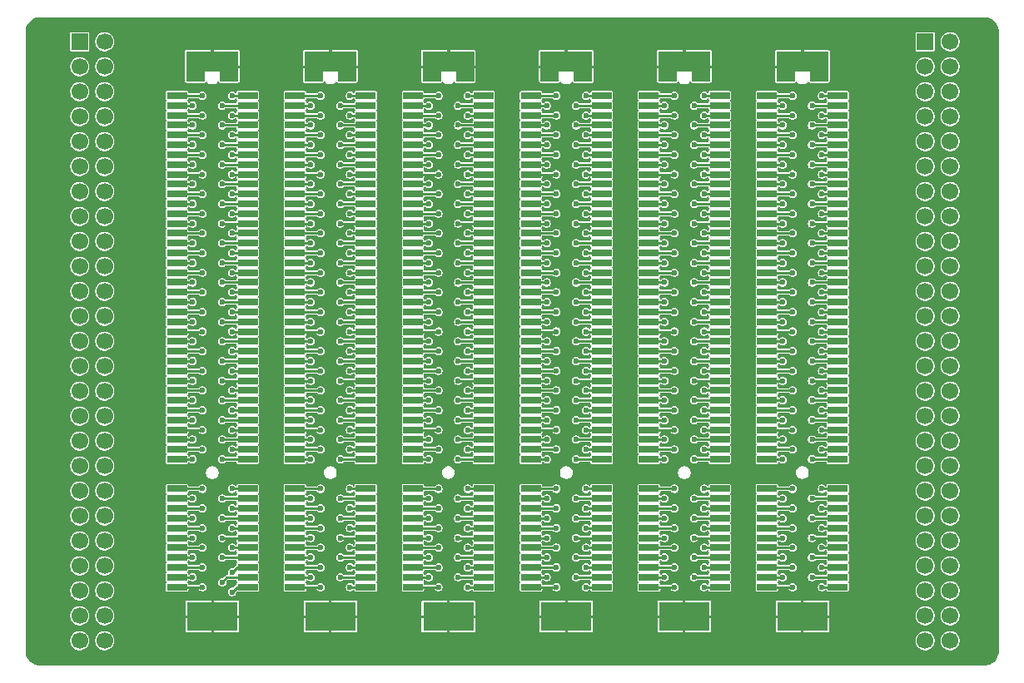
<source format=gbr>
%TF.GenerationSoftware,KiCad,Pcbnew,9.0.2+dfsg-1*%
%TF.CreationDate,2025-07-10T18:44:11+08:00*%
%TF.ProjectId,bp,62702e6b-6963-4616-945f-706362585858,rev?*%
%TF.SameCoordinates,Original*%
%TF.FileFunction,Copper,L1,Top*%
%TF.FilePolarity,Positive*%
%FSLAX46Y46*%
G04 Gerber Fmt 4.6, Leading zero omitted, Abs format (unit mm)*
G04 Created by KiCad (PCBNEW 9.0.2+dfsg-1) date 2025-07-10 18:44:11*
%MOMM*%
%LPD*%
G01*
G04 APERTURE LIST*
G04 Aperture macros list*
%AMFreePoly0*
4,1,21,1.535355,2.635355,1.550000,2.600000,1.550000,-2.600000,1.535355,-2.635355,1.500000,-2.650000,-1.500000,-2.650000,-1.535355,-2.635355,-1.550000,-2.600000,-1.550000,-0.800000,-1.535355,-0.764645,-1.500000,-0.750000,-0.550000,-0.750000,-0.550000,0.750000,-1.500000,0.750000,-1.535355,0.764645,-1.550000,0.800000,-1.550000,2.600000,-1.535355,2.635355,-1.500000,2.650000,1.500000,2.650000,
1.535355,2.635355,1.535355,2.635355,$1*%
G04 Aperture macros list end*
%TA.AperFunction,SMDPad,CuDef*%
%ADD10R,5.200000X3.000000*%
%TD*%
%TA.AperFunction,SMDPad,CuDef*%
%ADD11FreePoly0,90.000000*%
%TD*%
%TA.AperFunction,SMDPad,CuDef*%
%ADD12R,2.000000X0.700000*%
%TD*%
%TA.AperFunction,ComponentPad*%
%ADD13R,1.700000X1.700000*%
%TD*%
%TA.AperFunction,ComponentPad*%
%ADD14C,1.700000*%
%TD*%
%TA.AperFunction,ViaPad*%
%ADD15C,0.600000*%
%TD*%
%TA.AperFunction,Conductor*%
%ADD16C,0.228600*%
%TD*%
%TA.AperFunction,Conductor*%
%ADD17C,0.304800*%
%TD*%
G04 APERTURE END LIST*
D10*
%TO.P,U6,50,50*%
%TO.N,GND*%
X169500000Y-101500000D03*
D11*
%TO.P,U6,51,51*%
X169500000Y-45500000D03*
D12*
%TO.P,U6,A1,A1*%
%TO.N,A1*%
X165900000Y-98500000D03*
%TO.P,U6,A2,A2*%
%TO.N,A2*%
X165900000Y-97500000D03*
%TO.P,U6,A3,A3*%
%TO.N,A3*%
X165900000Y-96500000D03*
%TO.P,U6,A4,A4*%
%TO.N,A4*%
X165900000Y-95500000D03*
%TO.P,U6,A5,A5*%
%TO.N,A5*%
X165900000Y-94500000D03*
%TO.P,U6,A6,A6*%
%TO.N,A6*%
X165900000Y-93500000D03*
%TO.P,U6,A7,A7*%
%TO.N,A7*%
X165900000Y-92500000D03*
%TO.P,U6,A8,A8*%
%TO.N,A8*%
X165900000Y-91500000D03*
%TO.P,U6,A9,A9*%
%TO.N,A9*%
X165900000Y-90500000D03*
%TO.P,U6,A10,A10*%
%TO.N,A10*%
X165900000Y-89500000D03*
%TO.P,U6,A11,A11*%
%TO.N,A11*%
X165900000Y-88500000D03*
%TO.P,U6,A12,A12*%
%TO.N,A12*%
X165900000Y-85500000D03*
%TO.P,U6,A13,A13*%
%TO.N,A13*%
X165900000Y-84500000D03*
%TO.P,U6,A14,A14*%
%TO.N,A14*%
X165900000Y-83500000D03*
%TO.P,U6,A15,A15*%
%TO.N,A15*%
X165900000Y-82500000D03*
%TO.P,U6,A16,A16*%
%TO.N,A16*%
X165900000Y-81500000D03*
%TO.P,U6,A17,A17*%
%TO.N,A17*%
X165900000Y-80500000D03*
%TO.P,U6,A18,A18*%
%TO.N,A18*%
X165900000Y-79500000D03*
%TO.P,U6,A19,A19*%
%TO.N,A19*%
X165900000Y-78500000D03*
%TO.P,U6,A20,A20*%
%TO.N,A20*%
X165900000Y-77500000D03*
%TO.P,U6,A21,A21*%
%TO.N,A21*%
X165900000Y-76500000D03*
%TO.P,U6,A22,A22*%
%TO.N,A22*%
X165900000Y-75500000D03*
%TO.P,U6,A23,A23*%
%TO.N,A23*%
X165900000Y-74500000D03*
%TO.P,U6,A24,A24*%
%TO.N,A24*%
X165900000Y-73500000D03*
%TO.P,U6,A25,A25*%
%TO.N,A25*%
X165900000Y-72500000D03*
%TO.P,U6,A26,A26*%
%TO.N,A26*%
X165900000Y-71500000D03*
%TO.P,U6,A27,A27*%
%TO.N,A27*%
X165900000Y-70500000D03*
%TO.P,U6,A28,A28*%
%TO.N,A28*%
X165900000Y-69500000D03*
%TO.P,U6,A29,A29*%
%TO.N,A29*%
X165900000Y-68500000D03*
%TO.P,U6,A30,A30*%
%TO.N,A30*%
X165900000Y-67500000D03*
%TO.P,U6,A31,A31*%
%TO.N,A31*%
X165900000Y-66500000D03*
%TO.P,U6,A32,A32*%
%TO.N,A32*%
X165900000Y-65500000D03*
%TO.P,U6,A33,A33*%
%TO.N,A33*%
X165900000Y-64500000D03*
%TO.P,U6,A34,A34*%
%TO.N,A34*%
X165900000Y-63500000D03*
%TO.P,U6,A35,A35*%
%TO.N,A35*%
X165900000Y-62500000D03*
%TO.P,U6,A36,A36*%
%TO.N,A36*%
X165900000Y-61500000D03*
%TO.P,U6,A37,A37*%
%TO.N,A37*%
X165900000Y-60500000D03*
%TO.P,U6,A38,A38*%
%TO.N,A38*%
X165900000Y-59500000D03*
%TO.P,U6,A39,A39*%
%TO.N,A39*%
X165900000Y-58500000D03*
%TO.P,U6,A40,A40*%
%TO.N,A40*%
X165900000Y-57500000D03*
%TO.P,U6,A41,A41*%
%TO.N,A41*%
X165900000Y-56500000D03*
%TO.P,U6,A42,A42*%
%TO.N,A42*%
X165900000Y-55500000D03*
%TO.P,U6,A43,A43*%
%TO.N,A43*%
X165900000Y-54500000D03*
%TO.P,U6,A44,A44*%
%TO.N,A44*%
X165900000Y-53500000D03*
%TO.P,U6,A45,A45*%
%TO.N,A45*%
X165900000Y-52500000D03*
%TO.P,U6,A46,A46*%
%TO.N,A46*%
X165900000Y-51500000D03*
%TO.P,U6,A47,A47*%
%TO.N,A47*%
X165900000Y-50500000D03*
%TO.P,U6,A48,A48*%
%TO.N,A48*%
X165900000Y-49500000D03*
%TO.P,U6,A49,A49*%
%TO.N,A49*%
X165900000Y-48500000D03*
%TO.P,U6,B1,B1*%
%TO.N,B1*%
X173100000Y-98500000D03*
%TO.P,U6,B2,B2*%
%TO.N,B2*%
X173100000Y-97500000D03*
%TO.P,U6,B3,B3*%
%TO.N,B3*%
X173100000Y-96500000D03*
%TO.P,U6,B4,B4*%
%TO.N,B4*%
X173100000Y-95500000D03*
%TO.P,U6,B5,B5*%
%TO.N,B5*%
X173100000Y-94500000D03*
%TO.P,U6,B6,B6*%
%TO.N,B6*%
X173100000Y-93500000D03*
%TO.P,U6,B7,B7*%
%TO.N,B7*%
X173100000Y-92500000D03*
%TO.P,U6,B8,B8*%
%TO.N,B8*%
X173100000Y-91500000D03*
%TO.P,U6,B9,B9*%
%TO.N,B9*%
X173100000Y-90500000D03*
%TO.P,U6,B10,B10*%
%TO.N,B10*%
X173100000Y-89500000D03*
%TO.P,U6,B11,B11*%
%TO.N,B11*%
X173100000Y-88500000D03*
%TO.P,U6,B12,B12*%
%TO.N,B12*%
X173100000Y-85500000D03*
%TO.P,U6,B13,B13*%
%TO.N,B13*%
X173100000Y-84500000D03*
%TO.P,U6,B14,B14*%
%TO.N,B14*%
X173100000Y-83500000D03*
%TO.P,U6,B15,B15*%
%TO.N,B15*%
X173100000Y-82500000D03*
%TO.P,U6,B16,B16*%
%TO.N,B16*%
X173100000Y-81500000D03*
%TO.P,U6,B17,B17*%
%TO.N,B17*%
X173100000Y-80500000D03*
%TO.P,U6,B18,B18*%
%TO.N,B18*%
X173100000Y-79500000D03*
%TO.P,U6,B19,B19*%
%TO.N,B19*%
X173100000Y-78500000D03*
%TO.P,U6,B20,B20*%
%TO.N,B20*%
X173100000Y-77500000D03*
%TO.P,U6,B21,B21*%
%TO.N,B21*%
X173100000Y-76500000D03*
%TO.P,U6,B22,B22*%
%TO.N,B22*%
X173100000Y-75500000D03*
%TO.P,U6,B23,B23*%
%TO.N,B23*%
X173100000Y-74500000D03*
%TO.P,U6,B24,B24*%
%TO.N,B24*%
X173100000Y-73500000D03*
%TO.P,U6,B25,B25*%
%TO.N,B25*%
X173100000Y-72500000D03*
%TO.P,U6,B26,B26*%
%TO.N,B26*%
X173100000Y-71500000D03*
%TO.P,U6,B27,B27*%
%TO.N,B27*%
X173100000Y-70500000D03*
%TO.P,U6,B28,B28*%
%TO.N,B28*%
X173100000Y-69500000D03*
%TO.P,U6,B29,B29*%
%TO.N,B29*%
X173100000Y-68500000D03*
%TO.P,U6,B30,B30*%
%TO.N,B30*%
X173100000Y-67500000D03*
%TO.P,U6,B31,B31*%
%TO.N,B31*%
X173100000Y-66500000D03*
%TO.P,U6,B32,B32*%
%TO.N,B32*%
X173100000Y-65500000D03*
%TO.P,U6,B33,B33*%
%TO.N,B33*%
X173100000Y-64500000D03*
%TO.P,U6,B34,B34*%
%TO.N,B34*%
X173100000Y-63500000D03*
%TO.P,U6,B35,B35*%
%TO.N,B35*%
X173100000Y-62500000D03*
%TO.P,U6,B36,B36*%
%TO.N,B36*%
X173100000Y-61500000D03*
%TO.P,U6,B37,B37*%
%TO.N,B37*%
X173100000Y-60500000D03*
%TO.P,U6,B38,B38*%
%TO.N,B38*%
X173100000Y-59500000D03*
%TO.P,U6,B39,B39*%
%TO.N,B39*%
X173100000Y-58500000D03*
%TO.P,U6,B40,B40*%
%TO.N,B40*%
X173100000Y-57500000D03*
%TO.P,U6,B41,B41*%
%TO.N,B41*%
X173100000Y-56500000D03*
%TO.P,U6,B42,B42*%
%TO.N,B42*%
X173100000Y-55500000D03*
%TO.P,U6,B43,B43*%
%TO.N,B43*%
X173100000Y-54500000D03*
%TO.P,U6,B44,B44*%
%TO.N,B44*%
X173100000Y-53500000D03*
%TO.P,U6,B45,B45*%
%TO.N,B45*%
X173100000Y-52500000D03*
%TO.P,U6,B46,B46*%
%TO.N,B46*%
X173100000Y-51500000D03*
%TO.P,U6,B47,B47*%
%TO.N,B47*%
X173100000Y-50500000D03*
%TO.P,U6,B48,B48*%
%TO.N,B48*%
X173100000Y-49500000D03*
%TO.P,U6,B49,B49*%
%TO.N,B49*%
X173100000Y-48500000D03*
%TD*%
D10*
%TO.P,U3,50,50*%
%TO.N,GND*%
X133500000Y-101500000D03*
D11*
%TO.P,U3,51,51*%
X133500000Y-45500000D03*
D12*
%TO.P,U3,A1,A1*%
%TO.N,A1*%
X129900000Y-98500000D03*
%TO.P,U3,A2,A2*%
%TO.N,A2*%
X129900000Y-97500000D03*
%TO.P,U3,A3,A3*%
%TO.N,A3*%
X129900000Y-96500000D03*
%TO.P,U3,A4,A4*%
%TO.N,A4*%
X129900000Y-95500000D03*
%TO.P,U3,A5,A5*%
%TO.N,A5*%
X129900000Y-94500000D03*
%TO.P,U3,A6,A6*%
%TO.N,A6*%
X129900000Y-93500000D03*
%TO.P,U3,A7,A7*%
%TO.N,A7*%
X129900000Y-92500000D03*
%TO.P,U3,A8,A8*%
%TO.N,A8*%
X129900000Y-91500000D03*
%TO.P,U3,A9,A9*%
%TO.N,A9*%
X129900000Y-90500000D03*
%TO.P,U3,A10,A10*%
%TO.N,A10*%
X129900000Y-89500000D03*
%TO.P,U3,A11,A11*%
%TO.N,A11*%
X129900000Y-88500000D03*
%TO.P,U3,A12,A12*%
%TO.N,A12*%
X129900000Y-85500000D03*
%TO.P,U3,A13,A13*%
%TO.N,A13*%
X129900000Y-84500000D03*
%TO.P,U3,A14,A14*%
%TO.N,A14*%
X129900000Y-83500000D03*
%TO.P,U3,A15,A15*%
%TO.N,A15*%
X129900000Y-82500000D03*
%TO.P,U3,A16,A16*%
%TO.N,A16*%
X129900000Y-81500000D03*
%TO.P,U3,A17,A17*%
%TO.N,A17*%
X129900000Y-80500000D03*
%TO.P,U3,A18,A18*%
%TO.N,A18*%
X129900000Y-79500000D03*
%TO.P,U3,A19,A19*%
%TO.N,A19*%
X129900000Y-78500000D03*
%TO.P,U3,A20,A20*%
%TO.N,A20*%
X129900000Y-77500000D03*
%TO.P,U3,A21,A21*%
%TO.N,A21*%
X129900000Y-76500000D03*
%TO.P,U3,A22,A22*%
%TO.N,A22*%
X129900000Y-75500000D03*
%TO.P,U3,A23,A23*%
%TO.N,A23*%
X129900000Y-74500000D03*
%TO.P,U3,A24,A24*%
%TO.N,A24*%
X129900000Y-73500000D03*
%TO.P,U3,A25,A25*%
%TO.N,A25*%
X129900000Y-72500000D03*
%TO.P,U3,A26,A26*%
%TO.N,A26*%
X129900000Y-71500000D03*
%TO.P,U3,A27,A27*%
%TO.N,A27*%
X129900000Y-70500000D03*
%TO.P,U3,A28,A28*%
%TO.N,A28*%
X129900000Y-69500000D03*
%TO.P,U3,A29,A29*%
%TO.N,A29*%
X129900000Y-68500000D03*
%TO.P,U3,A30,A30*%
%TO.N,A30*%
X129900000Y-67500000D03*
%TO.P,U3,A31,A31*%
%TO.N,A31*%
X129900000Y-66500000D03*
%TO.P,U3,A32,A32*%
%TO.N,A32*%
X129900000Y-65500000D03*
%TO.P,U3,A33,A33*%
%TO.N,A33*%
X129900000Y-64500000D03*
%TO.P,U3,A34,A34*%
%TO.N,A34*%
X129900000Y-63500000D03*
%TO.P,U3,A35,A35*%
%TO.N,A35*%
X129900000Y-62500000D03*
%TO.P,U3,A36,A36*%
%TO.N,A36*%
X129900000Y-61500000D03*
%TO.P,U3,A37,A37*%
%TO.N,A37*%
X129900000Y-60500000D03*
%TO.P,U3,A38,A38*%
%TO.N,A38*%
X129900000Y-59500000D03*
%TO.P,U3,A39,A39*%
%TO.N,A39*%
X129900000Y-58500000D03*
%TO.P,U3,A40,A40*%
%TO.N,A40*%
X129900000Y-57500000D03*
%TO.P,U3,A41,A41*%
%TO.N,A41*%
X129900000Y-56500000D03*
%TO.P,U3,A42,A42*%
%TO.N,A42*%
X129900000Y-55500000D03*
%TO.P,U3,A43,A43*%
%TO.N,A43*%
X129900000Y-54500000D03*
%TO.P,U3,A44,A44*%
%TO.N,A44*%
X129900000Y-53500000D03*
%TO.P,U3,A45,A45*%
%TO.N,A45*%
X129900000Y-52500000D03*
%TO.P,U3,A46,A46*%
%TO.N,A46*%
X129900000Y-51500000D03*
%TO.P,U3,A47,A47*%
%TO.N,A47*%
X129900000Y-50500000D03*
%TO.P,U3,A48,A48*%
%TO.N,A48*%
X129900000Y-49500000D03*
%TO.P,U3,A49,A49*%
%TO.N,A49*%
X129900000Y-48500000D03*
%TO.P,U3,B1,B1*%
%TO.N,B1*%
X137100000Y-98500000D03*
%TO.P,U3,B2,B2*%
%TO.N,B2*%
X137100000Y-97500000D03*
%TO.P,U3,B3,B3*%
%TO.N,B3*%
X137100000Y-96500000D03*
%TO.P,U3,B4,B4*%
%TO.N,B4*%
X137100000Y-95500000D03*
%TO.P,U3,B5,B5*%
%TO.N,B5*%
X137100000Y-94500000D03*
%TO.P,U3,B6,B6*%
%TO.N,B6*%
X137100000Y-93500000D03*
%TO.P,U3,B7,B7*%
%TO.N,B7*%
X137100000Y-92500000D03*
%TO.P,U3,B8,B8*%
%TO.N,B8*%
X137100000Y-91500000D03*
%TO.P,U3,B9,B9*%
%TO.N,B9*%
X137100000Y-90500000D03*
%TO.P,U3,B10,B10*%
%TO.N,B10*%
X137100000Y-89500000D03*
%TO.P,U3,B11,B11*%
%TO.N,B11*%
X137100000Y-88500000D03*
%TO.P,U3,B12,B12*%
%TO.N,B12*%
X137100000Y-85500000D03*
%TO.P,U3,B13,B13*%
%TO.N,B13*%
X137100000Y-84500000D03*
%TO.P,U3,B14,B14*%
%TO.N,B14*%
X137100000Y-83500000D03*
%TO.P,U3,B15,B15*%
%TO.N,B15*%
X137100000Y-82500000D03*
%TO.P,U3,B16,B16*%
%TO.N,B16*%
X137100000Y-81500000D03*
%TO.P,U3,B17,B17*%
%TO.N,B17*%
X137100000Y-80500000D03*
%TO.P,U3,B18,B18*%
%TO.N,B18*%
X137100000Y-79500000D03*
%TO.P,U3,B19,B19*%
%TO.N,B19*%
X137100000Y-78500000D03*
%TO.P,U3,B20,B20*%
%TO.N,B20*%
X137100000Y-77500000D03*
%TO.P,U3,B21,B21*%
%TO.N,B21*%
X137100000Y-76500000D03*
%TO.P,U3,B22,B22*%
%TO.N,B22*%
X137100000Y-75500000D03*
%TO.P,U3,B23,B23*%
%TO.N,B23*%
X137100000Y-74500000D03*
%TO.P,U3,B24,B24*%
%TO.N,B24*%
X137100000Y-73500000D03*
%TO.P,U3,B25,B25*%
%TO.N,B25*%
X137100000Y-72500000D03*
%TO.P,U3,B26,B26*%
%TO.N,B26*%
X137100000Y-71500000D03*
%TO.P,U3,B27,B27*%
%TO.N,B27*%
X137100000Y-70500000D03*
%TO.P,U3,B28,B28*%
%TO.N,B28*%
X137100000Y-69500000D03*
%TO.P,U3,B29,B29*%
%TO.N,B29*%
X137100000Y-68500000D03*
%TO.P,U3,B30,B30*%
%TO.N,B30*%
X137100000Y-67500000D03*
%TO.P,U3,B31,B31*%
%TO.N,B31*%
X137100000Y-66500000D03*
%TO.P,U3,B32,B32*%
%TO.N,B32*%
X137100000Y-65500000D03*
%TO.P,U3,B33,B33*%
%TO.N,B33*%
X137100000Y-64500000D03*
%TO.P,U3,B34,B34*%
%TO.N,B34*%
X137100000Y-63500000D03*
%TO.P,U3,B35,B35*%
%TO.N,B35*%
X137100000Y-62500000D03*
%TO.P,U3,B36,B36*%
%TO.N,B36*%
X137100000Y-61500000D03*
%TO.P,U3,B37,B37*%
%TO.N,B37*%
X137100000Y-60500000D03*
%TO.P,U3,B38,B38*%
%TO.N,B38*%
X137100000Y-59500000D03*
%TO.P,U3,B39,B39*%
%TO.N,B39*%
X137100000Y-58500000D03*
%TO.P,U3,B40,B40*%
%TO.N,B40*%
X137100000Y-57500000D03*
%TO.P,U3,B41,B41*%
%TO.N,B41*%
X137100000Y-56500000D03*
%TO.P,U3,B42,B42*%
%TO.N,B42*%
X137100000Y-55500000D03*
%TO.P,U3,B43,B43*%
%TO.N,B43*%
X137100000Y-54500000D03*
%TO.P,U3,B44,B44*%
%TO.N,B44*%
X137100000Y-53500000D03*
%TO.P,U3,B45,B45*%
%TO.N,B45*%
X137100000Y-52500000D03*
%TO.P,U3,B46,B46*%
%TO.N,B46*%
X137100000Y-51500000D03*
%TO.P,U3,B47,B47*%
%TO.N,B47*%
X137100000Y-50500000D03*
%TO.P,U3,B48,B48*%
%TO.N,B48*%
X137100000Y-49500000D03*
%TO.P,U3,B49,B49*%
%TO.N,B49*%
X137100000Y-48500000D03*
%TD*%
D10*
%TO.P,U5,50,50*%
%TO.N,GND*%
X157500000Y-101500000D03*
D11*
%TO.P,U5,51,51*%
X157500000Y-45500000D03*
D12*
%TO.P,U5,A1,A1*%
%TO.N,A1*%
X153900000Y-98500000D03*
%TO.P,U5,A2,A2*%
%TO.N,A2*%
X153900000Y-97500000D03*
%TO.P,U5,A3,A3*%
%TO.N,A3*%
X153900000Y-96500000D03*
%TO.P,U5,A4,A4*%
%TO.N,A4*%
X153900000Y-95500000D03*
%TO.P,U5,A5,A5*%
%TO.N,A5*%
X153900000Y-94500000D03*
%TO.P,U5,A6,A6*%
%TO.N,A6*%
X153900000Y-93500000D03*
%TO.P,U5,A7,A7*%
%TO.N,A7*%
X153900000Y-92500000D03*
%TO.P,U5,A8,A8*%
%TO.N,A8*%
X153900000Y-91500000D03*
%TO.P,U5,A9,A9*%
%TO.N,A9*%
X153900000Y-90500000D03*
%TO.P,U5,A10,A10*%
%TO.N,A10*%
X153900000Y-89500000D03*
%TO.P,U5,A11,A11*%
%TO.N,A11*%
X153900000Y-88500000D03*
%TO.P,U5,A12,A12*%
%TO.N,A12*%
X153900000Y-85500000D03*
%TO.P,U5,A13,A13*%
%TO.N,A13*%
X153900000Y-84500000D03*
%TO.P,U5,A14,A14*%
%TO.N,A14*%
X153900000Y-83500000D03*
%TO.P,U5,A15,A15*%
%TO.N,A15*%
X153900000Y-82500000D03*
%TO.P,U5,A16,A16*%
%TO.N,A16*%
X153900000Y-81500000D03*
%TO.P,U5,A17,A17*%
%TO.N,A17*%
X153900000Y-80500000D03*
%TO.P,U5,A18,A18*%
%TO.N,A18*%
X153900000Y-79500000D03*
%TO.P,U5,A19,A19*%
%TO.N,A19*%
X153900000Y-78500000D03*
%TO.P,U5,A20,A20*%
%TO.N,A20*%
X153900000Y-77500000D03*
%TO.P,U5,A21,A21*%
%TO.N,A21*%
X153900000Y-76500000D03*
%TO.P,U5,A22,A22*%
%TO.N,A22*%
X153900000Y-75500000D03*
%TO.P,U5,A23,A23*%
%TO.N,A23*%
X153900000Y-74500000D03*
%TO.P,U5,A24,A24*%
%TO.N,A24*%
X153900000Y-73500000D03*
%TO.P,U5,A25,A25*%
%TO.N,A25*%
X153900000Y-72500000D03*
%TO.P,U5,A26,A26*%
%TO.N,A26*%
X153900000Y-71500000D03*
%TO.P,U5,A27,A27*%
%TO.N,A27*%
X153900000Y-70500000D03*
%TO.P,U5,A28,A28*%
%TO.N,A28*%
X153900000Y-69500000D03*
%TO.P,U5,A29,A29*%
%TO.N,A29*%
X153900000Y-68500000D03*
%TO.P,U5,A30,A30*%
%TO.N,A30*%
X153900000Y-67500000D03*
%TO.P,U5,A31,A31*%
%TO.N,A31*%
X153900000Y-66500000D03*
%TO.P,U5,A32,A32*%
%TO.N,A32*%
X153900000Y-65500000D03*
%TO.P,U5,A33,A33*%
%TO.N,A33*%
X153900000Y-64500000D03*
%TO.P,U5,A34,A34*%
%TO.N,A34*%
X153900000Y-63500000D03*
%TO.P,U5,A35,A35*%
%TO.N,A35*%
X153900000Y-62500000D03*
%TO.P,U5,A36,A36*%
%TO.N,A36*%
X153900000Y-61500000D03*
%TO.P,U5,A37,A37*%
%TO.N,A37*%
X153900000Y-60500000D03*
%TO.P,U5,A38,A38*%
%TO.N,A38*%
X153900000Y-59500000D03*
%TO.P,U5,A39,A39*%
%TO.N,A39*%
X153900000Y-58500000D03*
%TO.P,U5,A40,A40*%
%TO.N,A40*%
X153900000Y-57500000D03*
%TO.P,U5,A41,A41*%
%TO.N,A41*%
X153900000Y-56500000D03*
%TO.P,U5,A42,A42*%
%TO.N,A42*%
X153900000Y-55500000D03*
%TO.P,U5,A43,A43*%
%TO.N,A43*%
X153900000Y-54500000D03*
%TO.P,U5,A44,A44*%
%TO.N,A44*%
X153900000Y-53500000D03*
%TO.P,U5,A45,A45*%
%TO.N,A45*%
X153900000Y-52500000D03*
%TO.P,U5,A46,A46*%
%TO.N,A46*%
X153900000Y-51500000D03*
%TO.P,U5,A47,A47*%
%TO.N,A47*%
X153900000Y-50500000D03*
%TO.P,U5,A48,A48*%
%TO.N,A48*%
X153900000Y-49500000D03*
%TO.P,U5,A49,A49*%
%TO.N,A49*%
X153900000Y-48500000D03*
%TO.P,U5,B1,B1*%
%TO.N,B1*%
X161100000Y-98500000D03*
%TO.P,U5,B2,B2*%
%TO.N,B2*%
X161100000Y-97500000D03*
%TO.P,U5,B3,B3*%
%TO.N,B3*%
X161100000Y-96500000D03*
%TO.P,U5,B4,B4*%
%TO.N,B4*%
X161100000Y-95500000D03*
%TO.P,U5,B5,B5*%
%TO.N,B5*%
X161100000Y-94500000D03*
%TO.P,U5,B6,B6*%
%TO.N,B6*%
X161100000Y-93500000D03*
%TO.P,U5,B7,B7*%
%TO.N,B7*%
X161100000Y-92500000D03*
%TO.P,U5,B8,B8*%
%TO.N,B8*%
X161100000Y-91500000D03*
%TO.P,U5,B9,B9*%
%TO.N,B9*%
X161100000Y-90500000D03*
%TO.P,U5,B10,B10*%
%TO.N,B10*%
X161100000Y-89500000D03*
%TO.P,U5,B11,B11*%
%TO.N,B11*%
X161100000Y-88500000D03*
%TO.P,U5,B12,B12*%
%TO.N,B12*%
X161100000Y-85500000D03*
%TO.P,U5,B13,B13*%
%TO.N,B13*%
X161100000Y-84500000D03*
%TO.P,U5,B14,B14*%
%TO.N,B14*%
X161100000Y-83500000D03*
%TO.P,U5,B15,B15*%
%TO.N,B15*%
X161100000Y-82500000D03*
%TO.P,U5,B16,B16*%
%TO.N,B16*%
X161100000Y-81500000D03*
%TO.P,U5,B17,B17*%
%TO.N,B17*%
X161100000Y-80500000D03*
%TO.P,U5,B18,B18*%
%TO.N,B18*%
X161100000Y-79500000D03*
%TO.P,U5,B19,B19*%
%TO.N,B19*%
X161100000Y-78500000D03*
%TO.P,U5,B20,B20*%
%TO.N,B20*%
X161100000Y-77500000D03*
%TO.P,U5,B21,B21*%
%TO.N,B21*%
X161100000Y-76500000D03*
%TO.P,U5,B22,B22*%
%TO.N,B22*%
X161100000Y-75500000D03*
%TO.P,U5,B23,B23*%
%TO.N,B23*%
X161100000Y-74500000D03*
%TO.P,U5,B24,B24*%
%TO.N,B24*%
X161100000Y-73500000D03*
%TO.P,U5,B25,B25*%
%TO.N,B25*%
X161100000Y-72500000D03*
%TO.P,U5,B26,B26*%
%TO.N,B26*%
X161100000Y-71500000D03*
%TO.P,U5,B27,B27*%
%TO.N,B27*%
X161100000Y-70500000D03*
%TO.P,U5,B28,B28*%
%TO.N,B28*%
X161100000Y-69500000D03*
%TO.P,U5,B29,B29*%
%TO.N,B29*%
X161100000Y-68500000D03*
%TO.P,U5,B30,B30*%
%TO.N,B30*%
X161100000Y-67500000D03*
%TO.P,U5,B31,B31*%
%TO.N,B31*%
X161100000Y-66500000D03*
%TO.P,U5,B32,B32*%
%TO.N,B32*%
X161100000Y-65500000D03*
%TO.P,U5,B33,B33*%
%TO.N,B33*%
X161100000Y-64500000D03*
%TO.P,U5,B34,B34*%
%TO.N,B34*%
X161100000Y-63500000D03*
%TO.P,U5,B35,B35*%
%TO.N,B35*%
X161100000Y-62500000D03*
%TO.P,U5,B36,B36*%
%TO.N,B36*%
X161100000Y-61500000D03*
%TO.P,U5,B37,B37*%
%TO.N,B37*%
X161100000Y-60500000D03*
%TO.P,U5,B38,B38*%
%TO.N,B38*%
X161100000Y-59500000D03*
%TO.P,U5,B39,B39*%
%TO.N,B39*%
X161100000Y-58500000D03*
%TO.P,U5,B40,B40*%
%TO.N,B40*%
X161100000Y-57500000D03*
%TO.P,U5,B41,B41*%
%TO.N,B41*%
X161100000Y-56500000D03*
%TO.P,U5,B42,B42*%
%TO.N,B42*%
X161100000Y-55500000D03*
%TO.P,U5,B43,B43*%
%TO.N,B43*%
X161100000Y-54500000D03*
%TO.P,U5,B44,B44*%
%TO.N,B44*%
X161100000Y-53500000D03*
%TO.P,U5,B45,B45*%
%TO.N,B45*%
X161100000Y-52500000D03*
%TO.P,U5,B46,B46*%
%TO.N,B46*%
X161100000Y-51500000D03*
%TO.P,U5,B47,B47*%
%TO.N,B47*%
X161100000Y-50500000D03*
%TO.P,U5,B48,B48*%
%TO.N,B48*%
X161100000Y-49500000D03*
%TO.P,U5,B49,B49*%
%TO.N,B49*%
X161100000Y-48500000D03*
%TD*%
D10*
%TO.P,U1,50,50*%
%TO.N,GND*%
X109500000Y-101500000D03*
D11*
%TO.P,U1,51,51*%
X109500000Y-45500000D03*
D12*
%TO.P,U1,A1,A1*%
%TO.N,A1*%
X105900000Y-98500000D03*
%TO.P,U1,A2,A2*%
%TO.N,A2*%
X105900000Y-97500000D03*
%TO.P,U1,A3,A3*%
%TO.N,A3*%
X105900000Y-96500000D03*
%TO.P,U1,A4,A4*%
%TO.N,A4*%
X105900000Y-95500000D03*
%TO.P,U1,A5,A5*%
%TO.N,A5*%
X105900000Y-94500000D03*
%TO.P,U1,A6,A6*%
%TO.N,A6*%
X105900000Y-93500000D03*
%TO.P,U1,A7,A7*%
%TO.N,A7*%
X105900000Y-92500000D03*
%TO.P,U1,A8,A8*%
%TO.N,A8*%
X105900000Y-91500000D03*
%TO.P,U1,A9,A9*%
%TO.N,A9*%
X105900000Y-90500000D03*
%TO.P,U1,A10,A10*%
%TO.N,A10*%
X105900000Y-89500000D03*
%TO.P,U1,A11,A11*%
%TO.N,A11*%
X105900000Y-88500000D03*
%TO.P,U1,A12,A12*%
%TO.N,A12*%
X105900000Y-85500000D03*
%TO.P,U1,A13,A13*%
%TO.N,A13*%
X105900000Y-84500000D03*
%TO.P,U1,A14,A14*%
%TO.N,A14*%
X105900000Y-83500000D03*
%TO.P,U1,A15,A15*%
%TO.N,A15*%
X105900000Y-82500000D03*
%TO.P,U1,A16,A16*%
%TO.N,A16*%
X105900000Y-81500000D03*
%TO.P,U1,A17,A17*%
%TO.N,A17*%
X105900000Y-80500000D03*
%TO.P,U1,A18,A18*%
%TO.N,A18*%
X105900000Y-79500000D03*
%TO.P,U1,A19,A19*%
%TO.N,A19*%
X105900000Y-78500000D03*
%TO.P,U1,A20,A20*%
%TO.N,A20*%
X105900000Y-77500000D03*
%TO.P,U1,A21,A21*%
%TO.N,A21*%
X105900000Y-76500000D03*
%TO.P,U1,A22,A22*%
%TO.N,A22*%
X105900000Y-75500000D03*
%TO.P,U1,A23,A23*%
%TO.N,A23*%
X105900000Y-74500000D03*
%TO.P,U1,A24,A24*%
%TO.N,A24*%
X105900000Y-73500000D03*
%TO.P,U1,A25,A25*%
%TO.N,A25*%
X105900000Y-72500000D03*
%TO.P,U1,A26,A26*%
%TO.N,A26*%
X105900000Y-71500000D03*
%TO.P,U1,A27,A27*%
%TO.N,A27*%
X105900000Y-70500000D03*
%TO.P,U1,A28,A28*%
%TO.N,A28*%
X105900000Y-69500000D03*
%TO.P,U1,A29,A29*%
%TO.N,A29*%
X105900000Y-68500000D03*
%TO.P,U1,A30,A30*%
%TO.N,A30*%
X105900000Y-67500000D03*
%TO.P,U1,A31,A31*%
%TO.N,A31*%
X105900000Y-66500000D03*
%TO.P,U1,A32,A32*%
%TO.N,A32*%
X105900000Y-65500000D03*
%TO.P,U1,A33,A33*%
%TO.N,A33*%
X105900000Y-64500000D03*
%TO.P,U1,A34,A34*%
%TO.N,A34*%
X105900000Y-63500000D03*
%TO.P,U1,A35,A35*%
%TO.N,A35*%
X105900000Y-62500000D03*
%TO.P,U1,A36,A36*%
%TO.N,A36*%
X105900000Y-61500000D03*
%TO.P,U1,A37,A37*%
%TO.N,A37*%
X105900000Y-60500000D03*
%TO.P,U1,A38,A38*%
%TO.N,A38*%
X105900000Y-59500000D03*
%TO.P,U1,A39,A39*%
%TO.N,A39*%
X105900000Y-58500000D03*
%TO.P,U1,A40,A40*%
%TO.N,A40*%
X105900000Y-57500000D03*
%TO.P,U1,A41,A41*%
%TO.N,A41*%
X105900000Y-56500000D03*
%TO.P,U1,A42,A42*%
%TO.N,A42*%
X105900000Y-55500000D03*
%TO.P,U1,A43,A43*%
%TO.N,A43*%
X105900000Y-54500000D03*
%TO.P,U1,A44,A44*%
%TO.N,A44*%
X105900000Y-53500000D03*
%TO.P,U1,A45,A45*%
%TO.N,A45*%
X105900000Y-52500000D03*
%TO.P,U1,A46,A46*%
%TO.N,A46*%
X105900000Y-51500000D03*
%TO.P,U1,A47,A47*%
%TO.N,A47*%
X105900000Y-50500000D03*
%TO.P,U1,A48,A48*%
%TO.N,A48*%
X105900000Y-49500000D03*
%TO.P,U1,A49,A49*%
%TO.N,A49*%
X105900000Y-48500000D03*
%TO.P,U1,B1,B1*%
%TO.N,B1*%
X113100000Y-98500000D03*
%TO.P,U1,B2,B2*%
%TO.N,B2*%
X113100000Y-97500000D03*
%TO.P,U1,B3,B3*%
%TO.N,B3*%
X113100000Y-96500000D03*
%TO.P,U1,B4,B4*%
%TO.N,B4*%
X113100000Y-95500000D03*
%TO.P,U1,B5,B5*%
%TO.N,B5*%
X113100000Y-94500000D03*
%TO.P,U1,B6,B6*%
%TO.N,B6*%
X113100000Y-93500000D03*
%TO.P,U1,B7,B7*%
%TO.N,B7*%
X113100000Y-92500000D03*
%TO.P,U1,B8,B8*%
%TO.N,B8*%
X113100000Y-91500000D03*
%TO.P,U1,B9,B9*%
%TO.N,B9*%
X113100000Y-90500000D03*
%TO.P,U1,B10,B10*%
%TO.N,B10*%
X113100000Y-89500000D03*
%TO.P,U1,B11,B11*%
%TO.N,B11*%
X113100000Y-88500000D03*
%TO.P,U1,B12,B12*%
%TO.N,B12*%
X113100000Y-85500000D03*
%TO.P,U1,B13,B13*%
%TO.N,B13*%
X113100000Y-84500000D03*
%TO.P,U1,B14,B14*%
%TO.N,B14*%
X113100000Y-83500000D03*
%TO.P,U1,B15,B15*%
%TO.N,B15*%
X113100000Y-82500000D03*
%TO.P,U1,B16,B16*%
%TO.N,B16*%
X113100000Y-81500000D03*
%TO.P,U1,B17,B17*%
%TO.N,B17*%
X113100000Y-80500000D03*
%TO.P,U1,B18,B18*%
%TO.N,B18*%
X113100000Y-79500000D03*
%TO.P,U1,B19,B19*%
%TO.N,B19*%
X113100000Y-78500000D03*
%TO.P,U1,B20,B20*%
%TO.N,B20*%
X113100000Y-77500000D03*
%TO.P,U1,B21,B21*%
%TO.N,B21*%
X113100000Y-76500000D03*
%TO.P,U1,B22,B22*%
%TO.N,B22*%
X113100000Y-75500000D03*
%TO.P,U1,B23,B23*%
%TO.N,B23*%
X113100000Y-74500000D03*
%TO.P,U1,B24,B24*%
%TO.N,B24*%
X113100000Y-73500000D03*
%TO.P,U1,B25,B25*%
%TO.N,B25*%
X113100000Y-72500000D03*
%TO.P,U1,B26,B26*%
%TO.N,B26*%
X113100000Y-71500000D03*
%TO.P,U1,B27,B27*%
%TO.N,B27*%
X113100000Y-70500000D03*
%TO.P,U1,B28,B28*%
%TO.N,B28*%
X113100000Y-69500000D03*
%TO.P,U1,B29,B29*%
%TO.N,B29*%
X113100000Y-68500000D03*
%TO.P,U1,B30,B30*%
%TO.N,B30*%
X113100000Y-67500000D03*
%TO.P,U1,B31,B31*%
%TO.N,B31*%
X113100000Y-66500000D03*
%TO.P,U1,B32,B32*%
%TO.N,B32*%
X113100000Y-65500000D03*
%TO.P,U1,B33,B33*%
%TO.N,B33*%
X113100000Y-64500000D03*
%TO.P,U1,B34,B34*%
%TO.N,B34*%
X113100000Y-63500000D03*
%TO.P,U1,B35,B35*%
%TO.N,B35*%
X113100000Y-62500000D03*
%TO.P,U1,B36,B36*%
%TO.N,B36*%
X113100000Y-61500000D03*
%TO.P,U1,B37,B37*%
%TO.N,B37*%
X113100000Y-60500000D03*
%TO.P,U1,B38,B38*%
%TO.N,B38*%
X113100000Y-59500000D03*
%TO.P,U1,B39,B39*%
%TO.N,B39*%
X113100000Y-58500000D03*
%TO.P,U1,B40,B40*%
%TO.N,B40*%
X113100000Y-57500000D03*
%TO.P,U1,B41,B41*%
%TO.N,B41*%
X113100000Y-56500000D03*
%TO.P,U1,B42,B42*%
%TO.N,B42*%
X113100000Y-55500000D03*
%TO.P,U1,B43,B43*%
%TO.N,B43*%
X113100000Y-54500000D03*
%TO.P,U1,B44,B44*%
%TO.N,B44*%
X113100000Y-53500000D03*
%TO.P,U1,B45,B45*%
%TO.N,B45*%
X113100000Y-52500000D03*
%TO.P,U1,B46,B46*%
%TO.N,B46*%
X113100000Y-51500000D03*
%TO.P,U1,B47,B47*%
%TO.N,B47*%
X113100000Y-50500000D03*
%TO.P,U1,B48,B48*%
%TO.N,B48*%
X113100000Y-49500000D03*
%TO.P,U1,B49,B49*%
%TO.N,B49*%
X113100000Y-48500000D03*
%TD*%
D13*
%TO.P,J2,1,Pin_1*%
%TO.N,unconnected-(J2-Pin_1-Pad1)*%
X182000000Y-43000000D03*
D14*
%TO.P,J2,2,Pin_2*%
%TO.N,unconnected-(J2-Pin_2-Pad2)*%
X184540000Y-43000000D03*
%TO.P,J2,3,Pin_3*%
%TO.N,unconnected-(J2-Pin_3-Pad3)*%
X182000000Y-45540000D03*
%TO.P,J2,4,Pin_4*%
%TO.N,unconnected-(J2-Pin_4-Pad4)*%
X184540000Y-45540000D03*
%TO.P,J2,5,Pin_5*%
%TO.N,unconnected-(J2-Pin_5-Pad5)*%
X182000000Y-48080000D03*
%TO.P,J2,6,Pin_6*%
%TO.N,unconnected-(J2-Pin_6-Pad6)*%
X184540000Y-48080000D03*
%TO.P,J2,7,Pin_7*%
%TO.N,unconnected-(J2-Pin_7-Pad7)*%
X182000000Y-50620000D03*
%TO.P,J2,8,Pin_8*%
%TO.N,unconnected-(J2-Pin_8-Pad8)*%
X184540000Y-50620000D03*
%TO.P,J2,9,Pin_9*%
%TO.N,unconnected-(J2-Pin_9-Pad9)*%
X182000000Y-53160000D03*
%TO.P,J2,10,Pin_10*%
%TO.N,unconnected-(J2-Pin_10-Pad10)*%
X184540000Y-53160000D03*
%TO.P,J2,11,Pin_11*%
%TO.N,unconnected-(J2-Pin_11-Pad11)*%
X182000000Y-55700000D03*
%TO.P,J2,12,Pin_12*%
%TO.N,unconnected-(J2-Pin_12-Pad12)*%
X184540000Y-55700000D03*
%TO.P,J2,13,Pin_13*%
%TO.N,unconnected-(J2-Pin_13-Pad13)*%
X182000000Y-58240000D03*
%TO.P,J2,14,Pin_14*%
%TO.N,unconnected-(J2-Pin_14-Pad14)*%
X184540000Y-58240000D03*
%TO.P,J2,15,Pin_15*%
%TO.N,unconnected-(J2-Pin_15-Pad15)*%
X182000000Y-60780000D03*
%TO.P,J2,16,Pin_16*%
%TO.N,unconnected-(J2-Pin_16-Pad16)*%
X184540000Y-60780000D03*
%TO.P,J2,17,Pin_17*%
%TO.N,unconnected-(J2-Pin_17-Pad17)*%
X182000000Y-63320000D03*
%TO.P,J2,18,Pin_18*%
%TO.N,unconnected-(J2-Pin_18-Pad18)*%
X184540000Y-63320000D03*
%TO.P,J2,19,Pin_19*%
%TO.N,unconnected-(J2-Pin_19-Pad19)*%
X182000000Y-65860000D03*
%TO.P,J2,20,Pin_20*%
%TO.N,unconnected-(J2-Pin_20-Pad20)*%
X184540000Y-65860000D03*
%TO.P,J2,21,Pin_21*%
%TO.N,unconnected-(J2-Pin_21-Pad21)*%
X182000000Y-68400000D03*
%TO.P,J2,22,Pin_22*%
%TO.N,unconnected-(J2-Pin_22-Pad22)*%
X184540000Y-68400000D03*
%TO.P,J2,23,Pin_23*%
%TO.N,unconnected-(J2-Pin_23-Pad23)*%
X182000000Y-70940000D03*
%TO.P,J2,24,Pin_24*%
%TO.N,unconnected-(J2-Pin_24-Pad24)*%
X184540000Y-70940000D03*
%TO.P,J2,25,Pin_25*%
%TO.N,unconnected-(J2-Pin_25-Pad25)*%
X182000000Y-73480000D03*
%TO.P,J2,26,Pin_26*%
%TO.N,unconnected-(J2-Pin_26-Pad26)*%
X184540000Y-73480000D03*
%TO.P,J2,27,Pin_27*%
%TO.N,unconnected-(J2-Pin_27-Pad27)*%
X182000000Y-76020000D03*
%TO.P,J2,28,Pin_28*%
%TO.N,unconnected-(J2-Pin_28-Pad28)*%
X184540000Y-76020000D03*
%TO.P,J2,29,Pin_29*%
%TO.N,unconnected-(J2-Pin_29-Pad29)*%
X182000000Y-78560000D03*
%TO.P,J2,30,Pin_30*%
%TO.N,unconnected-(J2-Pin_30-Pad30)*%
X184540000Y-78560000D03*
%TO.P,J2,31,Pin_31*%
%TO.N,unconnected-(J2-Pin_31-Pad31)*%
X182000000Y-81100000D03*
%TO.P,J2,32,Pin_32*%
%TO.N,unconnected-(J2-Pin_32-Pad32)*%
X184540000Y-81100000D03*
%TO.P,J2,33,Pin_33*%
%TO.N,unconnected-(J2-Pin_33-Pad33)*%
X182000000Y-83640000D03*
%TO.P,J2,34,Pin_34*%
%TO.N,unconnected-(J2-Pin_34-Pad34)*%
X184540000Y-83640000D03*
%TO.P,J2,35,Pin_35*%
%TO.N,unconnected-(J2-Pin_35-Pad35)*%
X182000000Y-86180000D03*
%TO.P,J2,36,Pin_36*%
%TO.N,unconnected-(J2-Pin_36-Pad36)*%
X184540000Y-86180000D03*
%TO.P,J2,37,Pin_37*%
%TO.N,unconnected-(J2-Pin_37-Pad37)*%
X182000000Y-88720000D03*
%TO.P,J2,38,Pin_38*%
%TO.N,unconnected-(J2-Pin_38-Pad38)*%
X184540000Y-88720000D03*
%TO.P,J2,39,Pin_39*%
%TO.N,unconnected-(J2-Pin_39-Pad39)*%
X182000000Y-91260000D03*
%TO.P,J2,40,Pin_40*%
%TO.N,unconnected-(J2-Pin_40-Pad40)*%
X184540000Y-91260000D03*
%TO.P,J2,41,Pin_41*%
%TO.N,unconnected-(J2-Pin_41-Pad41)*%
X182000000Y-93800000D03*
%TO.P,J2,42,Pin_42*%
%TO.N,unconnected-(J2-Pin_42-Pad42)*%
X184540000Y-93800000D03*
%TO.P,J2,43,Pin_43*%
%TO.N,unconnected-(J2-Pin_43-Pad43)*%
X182000000Y-96340000D03*
%TO.P,J2,44,Pin_44*%
%TO.N,unconnected-(J2-Pin_44-Pad44)*%
X184540000Y-96340000D03*
%TO.P,J2,45,Pin_45*%
%TO.N,unconnected-(J2-Pin_45-Pad45)*%
X182000000Y-98880000D03*
%TO.P,J2,46,Pin_46*%
%TO.N,unconnected-(J2-Pin_46-Pad46)*%
X184540000Y-98880000D03*
%TO.P,J2,47,Pin_47*%
%TO.N,unconnected-(J2-Pin_47-Pad47)*%
X182000000Y-101420000D03*
%TO.P,J2,48,Pin_48*%
%TO.N,unconnected-(J2-Pin_48-Pad48)*%
X184540000Y-101420000D03*
%TO.P,J2,49,Pin_49*%
%TO.N,unconnected-(J2-Pin_49-Pad49)*%
X182000000Y-103960000D03*
%TO.P,J2,50,Pin_50*%
%TO.N,unconnected-(J2-Pin_50-Pad50)*%
X184540000Y-103960000D03*
%TD*%
D10*
%TO.P,U2,50,50*%
%TO.N,GND*%
X121500000Y-101500000D03*
D11*
%TO.P,U2,51,51*%
X121500000Y-45500000D03*
D12*
%TO.P,U2,A1,A1*%
%TO.N,A1*%
X117900000Y-98500000D03*
%TO.P,U2,A2,A2*%
%TO.N,A2*%
X117900000Y-97500000D03*
%TO.P,U2,A3,A3*%
%TO.N,A3*%
X117900000Y-96500000D03*
%TO.P,U2,A4,A4*%
%TO.N,A4*%
X117900000Y-95500000D03*
%TO.P,U2,A5,A5*%
%TO.N,A5*%
X117900000Y-94500000D03*
%TO.P,U2,A6,A6*%
%TO.N,A6*%
X117900000Y-93500000D03*
%TO.P,U2,A7,A7*%
%TO.N,A7*%
X117900000Y-92500000D03*
%TO.P,U2,A8,A8*%
%TO.N,A8*%
X117900000Y-91500000D03*
%TO.P,U2,A9,A9*%
%TO.N,A9*%
X117900000Y-90500000D03*
%TO.P,U2,A10,A10*%
%TO.N,A10*%
X117900000Y-89500000D03*
%TO.P,U2,A11,A11*%
%TO.N,A11*%
X117900000Y-88500000D03*
%TO.P,U2,A12,A12*%
%TO.N,A12*%
X117900000Y-85500000D03*
%TO.P,U2,A13,A13*%
%TO.N,A13*%
X117900000Y-84500000D03*
%TO.P,U2,A14,A14*%
%TO.N,A14*%
X117900000Y-83500000D03*
%TO.P,U2,A15,A15*%
%TO.N,A15*%
X117900000Y-82500000D03*
%TO.P,U2,A16,A16*%
%TO.N,A16*%
X117900000Y-81500000D03*
%TO.P,U2,A17,A17*%
%TO.N,A17*%
X117900000Y-80500000D03*
%TO.P,U2,A18,A18*%
%TO.N,A18*%
X117900000Y-79500000D03*
%TO.P,U2,A19,A19*%
%TO.N,A19*%
X117900000Y-78500000D03*
%TO.P,U2,A20,A20*%
%TO.N,A20*%
X117900000Y-77500000D03*
%TO.P,U2,A21,A21*%
%TO.N,A21*%
X117900000Y-76500000D03*
%TO.P,U2,A22,A22*%
%TO.N,A22*%
X117900000Y-75500000D03*
%TO.P,U2,A23,A23*%
%TO.N,A23*%
X117900000Y-74500000D03*
%TO.P,U2,A24,A24*%
%TO.N,A24*%
X117900000Y-73500000D03*
%TO.P,U2,A25,A25*%
%TO.N,A25*%
X117900000Y-72500000D03*
%TO.P,U2,A26,A26*%
%TO.N,A26*%
X117900000Y-71500000D03*
%TO.P,U2,A27,A27*%
%TO.N,A27*%
X117900000Y-70500000D03*
%TO.P,U2,A28,A28*%
%TO.N,A28*%
X117900000Y-69500000D03*
%TO.P,U2,A29,A29*%
%TO.N,A29*%
X117900000Y-68500000D03*
%TO.P,U2,A30,A30*%
%TO.N,A30*%
X117900000Y-67500000D03*
%TO.P,U2,A31,A31*%
%TO.N,A31*%
X117900000Y-66500000D03*
%TO.P,U2,A32,A32*%
%TO.N,A32*%
X117900000Y-65500000D03*
%TO.P,U2,A33,A33*%
%TO.N,A33*%
X117900000Y-64500000D03*
%TO.P,U2,A34,A34*%
%TO.N,A34*%
X117900000Y-63500000D03*
%TO.P,U2,A35,A35*%
%TO.N,A35*%
X117900000Y-62500000D03*
%TO.P,U2,A36,A36*%
%TO.N,A36*%
X117900000Y-61500000D03*
%TO.P,U2,A37,A37*%
%TO.N,A37*%
X117900000Y-60500000D03*
%TO.P,U2,A38,A38*%
%TO.N,A38*%
X117900000Y-59500000D03*
%TO.P,U2,A39,A39*%
%TO.N,A39*%
X117900000Y-58500000D03*
%TO.P,U2,A40,A40*%
%TO.N,A40*%
X117900000Y-57500000D03*
%TO.P,U2,A41,A41*%
%TO.N,A41*%
X117900000Y-56500000D03*
%TO.P,U2,A42,A42*%
%TO.N,A42*%
X117900000Y-55500000D03*
%TO.P,U2,A43,A43*%
%TO.N,A43*%
X117900000Y-54500000D03*
%TO.P,U2,A44,A44*%
%TO.N,A44*%
X117900000Y-53500000D03*
%TO.P,U2,A45,A45*%
%TO.N,A45*%
X117900000Y-52500000D03*
%TO.P,U2,A46,A46*%
%TO.N,A46*%
X117900000Y-51500000D03*
%TO.P,U2,A47,A47*%
%TO.N,A47*%
X117900000Y-50500000D03*
%TO.P,U2,A48,A48*%
%TO.N,A48*%
X117900000Y-49500000D03*
%TO.P,U2,A49,A49*%
%TO.N,A49*%
X117900000Y-48500000D03*
%TO.P,U2,B1,B1*%
%TO.N,B1*%
X125100000Y-98500000D03*
%TO.P,U2,B2,B2*%
%TO.N,B2*%
X125100000Y-97500000D03*
%TO.P,U2,B3,B3*%
%TO.N,B3*%
X125100000Y-96500000D03*
%TO.P,U2,B4,B4*%
%TO.N,B4*%
X125100000Y-95500000D03*
%TO.P,U2,B5,B5*%
%TO.N,B5*%
X125100000Y-94500000D03*
%TO.P,U2,B6,B6*%
%TO.N,B6*%
X125100000Y-93500000D03*
%TO.P,U2,B7,B7*%
%TO.N,B7*%
X125100000Y-92500000D03*
%TO.P,U2,B8,B8*%
%TO.N,B8*%
X125100000Y-91500000D03*
%TO.P,U2,B9,B9*%
%TO.N,B9*%
X125100000Y-90500000D03*
%TO.P,U2,B10,B10*%
%TO.N,B10*%
X125100000Y-89500000D03*
%TO.P,U2,B11,B11*%
%TO.N,B11*%
X125100000Y-88500000D03*
%TO.P,U2,B12,B12*%
%TO.N,B12*%
X125100000Y-85500000D03*
%TO.P,U2,B13,B13*%
%TO.N,B13*%
X125100000Y-84500000D03*
%TO.P,U2,B14,B14*%
%TO.N,B14*%
X125100000Y-83500000D03*
%TO.P,U2,B15,B15*%
%TO.N,B15*%
X125100000Y-82500000D03*
%TO.P,U2,B16,B16*%
%TO.N,B16*%
X125100000Y-81500000D03*
%TO.P,U2,B17,B17*%
%TO.N,B17*%
X125100000Y-80500000D03*
%TO.P,U2,B18,B18*%
%TO.N,B18*%
X125100000Y-79500000D03*
%TO.P,U2,B19,B19*%
%TO.N,B19*%
X125100000Y-78500000D03*
%TO.P,U2,B20,B20*%
%TO.N,B20*%
X125100000Y-77500000D03*
%TO.P,U2,B21,B21*%
%TO.N,B21*%
X125100000Y-76500000D03*
%TO.P,U2,B22,B22*%
%TO.N,B22*%
X125100000Y-75500000D03*
%TO.P,U2,B23,B23*%
%TO.N,B23*%
X125100000Y-74500000D03*
%TO.P,U2,B24,B24*%
%TO.N,B24*%
X125100000Y-73500000D03*
%TO.P,U2,B25,B25*%
%TO.N,B25*%
X125100000Y-72500000D03*
%TO.P,U2,B26,B26*%
%TO.N,B26*%
X125100000Y-71500000D03*
%TO.P,U2,B27,B27*%
%TO.N,B27*%
X125100000Y-70500000D03*
%TO.P,U2,B28,B28*%
%TO.N,B28*%
X125100000Y-69500000D03*
%TO.P,U2,B29,B29*%
%TO.N,B29*%
X125100000Y-68500000D03*
%TO.P,U2,B30,B30*%
%TO.N,B30*%
X125100000Y-67500000D03*
%TO.P,U2,B31,B31*%
%TO.N,B31*%
X125100000Y-66500000D03*
%TO.P,U2,B32,B32*%
%TO.N,B32*%
X125100000Y-65500000D03*
%TO.P,U2,B33,B33*%
%TO.N,B33*%
X125100000Y-64500000D03*
%TO.P,U2,B34,B34*%
%TO.N,B34*%
X125100000Y-63500000D03*
%TO.P,U2,B35,B35*%
%TO.N,B35*%
X125100000Y-62500000D03*
%TO.P,U2,B36,B36*%
%TO.N,B36*%
X125100000Y-61500000D03*
%TO.P,U2,B37,B37*%
%TO.N,B37*%
X125100000Y-60500000D03*
%TO.P,U2,B38,B38*%
%TO.N,B38*%
X125100000Y-59500000D03*
%TO.P,U2,B39,B39*%
%TO.N,B39*%
X125100000Y-58500000D03*
%TO.P,U2,B40,B40*%
%TO.N,B40*%
X125100000Y-57500000D03*
%TO.P,U2,B41,B41*%
%TO.N,B41*%
X125100000Y-56500000D03*
%TO.P,U2,B42,B42*%
%TO.N,B42*%
X125100000Y-55500000D03*
%TO.P,U2,B43,B43*%
%TO.N,B43*%
X125100000Y-54500000D03*
%TO.P,U2,B44,B44*%
%TO.N,B44*%
X125100000Y-53500000D03*
%TO.P,U2,B45,B45*%
%TO.N,B45*%
X125100000Y-52500000D03*
%TO.P,U2,B46,B46*%
%TO.N,B46*%
X125100000Y-51500000D03*
%TO.P,U2,B47,B47*%
%TO.N,B47*%
X125100000Y-50500000D03*
%TO.P,U2,B48,B48*%
%TO.N,B48*%
X125100000Y-49500000D03*
%TO.P,U2,B49,B49*%
%TO.N,B49*%
X125100000Y-48500000D03*
%TD*%
D10*
%TO.P,U4,50,50*%
%TO.N,GND*%
X145500000Y-101500000D03*
D11*
%TO.P,U4,51,51*%
X145500000Y-45500000D03*
D12*
%TO.P,U4,A1,A1*%
%TO.N,A1*%
X141900000Y-98500000D03*
%TO.P,U4,A2,A2*%
%TO.N,A2*%
X141900000Y-97500000D03*
%TO.P,U4,A3,A3*%
%TO.N,A3*%
X141900000Y-96500000D03*
%TO.P,U4,A4,A4*%
%TO.N,A4*%
X141900000Y-95500000D03*
%TO.P,U4,A5,A5*%
%TO.N,A5*%
X141900000Y-94500000D03*
%TO.P,U4,A6,A6*%
%TO.N,A6*%
X141900000Y-93500000D03*
%TO.P,U4,A7,A7*%
%TO.N,A7*%
X141900000Y-92500000D03*
%TO.P,U4,A8,A8*%
%TO.N,A8*%
X141900000Y-91500000D03*
%TO.P,U4,A9,A9*%
%TO.N,A9*%
X141900000Y-90500000D03*
%TO.P,U4,A10,A10*%
%TO.N,A10*%
X141900000Y-89500000D03*
%TO.P,U4,A11,A11*%
%TO.N,A11*%
X141900000Y-88500000D03*
%TO.P,U4,A12,A12*%
%TO.N,A12*%
X141900000Y-85500000D03*
%TO.P,U4,A13,A13*%
%TO.N,A13*%
X141900000Y-84500000D03*
%TO.P,U4,A14,A14*%
%TO.N,A14*%
X141900000Y-83500000D03*
%TO.P,U4,A15,A15*%
%TO.N,A15*%
X141900000Y-82500000D03*
%TO.P,U4,A16,A16*%
%TO.N,A16*%
X141900000Y-81500000D03*
%TO.P,U4,A17,A17*%
%TO.N,A17*%
X141900000Y-80500000D03*
%TO.P,U4,A18,A18*%
%TO.N,A18*%
X141900000Y-79500000D03*
%TO.P,U4,A19,A19*%
%TO.N,A19*%
X141900000Y-78500000D03*
%TO.P,U4,A20,A20*%
%TO.N,A20*%
X141900000Y-77500000D03*
%TO.P,U4,A21,A21*%
%TO.N,A21*%
X141900000Y-76500000D03*
%TO.P,U4,A22,A22*%
%TO.N,A22*%
X141900000Y-75500000D03*
%TO.P,U4,A23,A23*%
%TO.N,A23*%
X141900000Y-74500000D03*
%TO.P,U4,A24,A24*%
%TO.N,A24*%
X141900000Y-73500000D03*
%TO.P,U4,A25,A25*%
%TO.N,A25*%
X141900000Y-72500000D03*
%TO.P,U4,A26,A26*%
%TO.N,A26*%
X141900000Y-71500000D03*
%TO.P,U4,A27,A27*%
%TO.N,A27*%
X141900000Y-70500000D03*
%TO.P,U4,A28,A28*%
%TO.N,A28*%
X141900000Y-69500000D03*
%TO.P,U4,A29,A29*%
%TO.N,A29*%
X141900000Y-68500000D03*
%TO.P,U4,A30,A30*%
%TO.N,A30*%
X141900000Y-67500000D03*
%TO.P,U4,A31,A31*%
%TO.N,A31*%
X141900000Y-66500000D03*
%TO.P,U4,A32,A32*%
%TO.N,A32*%
X141900000Y-65500000D03*
%TO.P,U4,A33,A33*%
%TO.N,A33*%
X141900000Y-64500000D03*
%TO.P,U4,A34,A34*%
%TO.N,A34*%
X141900000Y-63500000D03*
%TO.P,U4,A35,A35*%
%TO.N,A35*%
X141900000Y-62500000D03*
%TO.P,U4,A36,A36*%
%TO.N,A36*%
X141900000Y-61500000D03*
%TO.P,U4,A37,A37*%
%TO.N,A37*%
X141900000Y-60500000D03*
%TO.P,U4,A38,A38*%
%TO.N,A38*%
X141900000Y-59500000D03*
%TO.P,U4,A39,A39*%
%TO.N,A39*%
X141900000Y-58500000D03*
%TO.P,U4,A40,A40*%
%TO.N,A40*%
X141900000Y-57500000D03*
%TO.P,U4,A41,A41*%
%TO.N,A41*%
X141900000Y-56500000D03*
%TO.P,U4,A42,A42*%
%TO.N,A42*%
X141900000Y-55500000D03*
%TO.P,U4,A43,A43*%
%TO.N,A43*%
X141900000Y-54500000D03*
%TO.P,U4,A44,A44*%
%TO.N,A44*%
X141900000Y-53500000D03*
%TO.P,U4,A45,A45*%
%TO.N,A45*%
X141900000Y-52500000D03*
%TO.P,U4,A46,A46*%
%TO.N,A46*%
X141900000Y-51500000D03*
%TO.P,U4,A47,A47*%
%TO.N,A47*%
X141900000Y-50500000D03*
%TO.P,U4,A48,A48*%
%TO.N,A48*%
X141900000Y-49500000D03*
%TO.P,U4,A49,A49*%
%TO.N,A49*%
X141900000Y-48500000D03*
%TO.P,U4,B1,B1*%
%TO.N,B1*%
X149100000Y-98500000D03*
%TO.P,U4,B2,B2*%
%TO.N,B2*%
X149100000Y-97500000D03*
%TO.P,U4,B3,B3*%
%TO.N,B3*%
X149100000Y-96500000D03*
%TO.P,U4,B4,B4*%
%TO.N,B4*%
X149100000Y-95500000D03*
%TO.P,U4,B5,B5*%
%TO.N,B5*%
X149100000Y-94500000D03*
%TO.P,U4,B6,B6*%
%TO.N,B6*%
X149100000Y-93500000D03*
%TO.P,U4,B7,B7*%
%TO.N,B7*%
X149100000Y-92500000D03*
%TO.P,U4,B8,B8*%
%TO.N,B8*%
X149100000Y-91500000D03*
%TO.P,U4,B9,B9*%
%TO.N,B9*%
X149100000Y-90500000D03*
%TO.P,U4,B10,B10*%
%TO.N,B10*%
X149100000Y-89500000D03*
%TO.P,U4,B11,B11*%
%TO.N,B11*%
X149100000Y-88500000D03*
%TO.P,U4,B12,B12*%
%TO.N,B12*%
X149100000Y-85500000D03*
%TO.P,U4,B13,B13*%
%TO.N,B13*%
X149100000Y-84500000D03*
%TO.P,U4,B14,B14*%
%TO.N,B14*%
X149100000Y-83500000D03*
%TO.P,U4,B15,B15*%
%TO.N,B15*%
X149100000Y-82500000D03*
%TO.P,U4,B16,B16*%
%TO.N,B16*%
X149100000Y-81500000D03*
%TO.P,U4,B17,B17*%
%TO.N,B17*%
X149100000Y-80500000D03*
%TO.P,U4,B18,B18*%
%TO.N,B18*%
X149100000Y-79500000D03*
%TO.P,U4,B19,B19*%
%TO.N,B19*%
X149100000Y-78500000D03*
%TO.P,U4,B20,B20*%
%TO.N,B20*%
X149100000Y-77500000D03*
%TO.P,U4,B21,B21*%
%TO.N,B21*%
X149100000Y-76500000D03*
%TO.P,U4,B22,B22*%
%TO.N,B22*%
X149100000Y-75500000D03*
%TO.P,U4,B23,B23*%
%TO.N,B23*%
X149100000Y-74500000D03*
%TO.P,U4,B24,B24*%
%TO.N,B24*%
X149100000Y-73500000D03*
%TO.P,U4,B25,B25*%
%TO.N,B25*%
X149100000Y-72500000D03*
%TO.P,U4,B26,B26*%
%TO.N,B26*%
X149100000Y-71500000D03*
%TO.P,U4,B27,B27*%
%TO.N,B27*%
X149100000Y-70500000D03*
%TO.P,U4,B28,B28*%
%TO.N,B28*%
X149100000Y-69500000D03*
%TO.P,U4,B29,B29*%
%TO.N,B29*%
X149100000Y-68500000D03*
%TO.P,U4,B30,B30*%
%TO.N,B30*%
X149100000Y-67500000D03*
%TO.P,U4,B31,B31*%
%TO.N,B31*%
X149100000Y-66500000D03*
%TO.P,U4,B32,B32*%
%TO.N,B32*%
X149100000Y-65500000D03*
%TO.P,U4,B33,B33*%
%TO.N,B33*%
X149100000Y-64500000D03*
%TO.P,U4,B34,B34*%
%TO.N,B34*%
X149100000Y-63500000D03*
%TO.P,U4,B35,B35*%
%TO.N,B35*%
X149100000Y-62500000D03*
%TO.P,U4,B36,B36*%
%TO.N,B36*%
X149100000Y-61500000D03*
%TO.P,U4,B37,B37*%
%TO.N,B37*%
X149100000Y-60500000D03*
%TO.P,U4,B38,B38*%
%TO.N,B38*%
X149100000Y-59500000D03*
%TO.P,U4,B39,B39*%
%TO.N,B39*%
X149100000Y-58500000D03*
%TO.P,U4,B40,B40*%
%TO.N,B40*%
X149100000Y-57500000D03*
%TO.P,U4,B41,B41*%
%TO.N,B41*%
X149100000Y-56500000D03*
%TO.P,U4,B42,B42*%
%TO.N,B42*%
X149100000Y-55500000D03*
%TO.P,U4,B43,B43*%
%TO.N,B43*%
X149100000Y-54500000D03*
%TO.P,U4,B44,B44*%
%TO.N,B44*%
X149100000Y-53500000D03*
%TO.P,U4,B45,B45*%
%TO.N,B45*%
X149100000Y-52500000D03*
%TO.P,U4,B46,B46*%
%TO.N,B46*%
X149100000Y-51500000D03*
%TO.P,U4,B47,B47*%
%TO.N,B47*%
X149100000Y-50500000D03*
%TO.P,U4,B48,B48*%
%TO.N,B48*%
X149100000Y-49500000D03*
%TO.P,U4,B49,B49*%
%TO.N,B49*%
X149100000Y-48500000D03*
%TD*%
D13*
%TO.P,J1,1,Pin_1*%
%TO.N,unconnected-(J1-Pin_1-Pad1)*%
X96000000Y-43000000D03*
D14*
%TO.P,J1,2,Pin_2*%
%TO.N,unconnected-(J1-Pin_2-Pad2)*%
X98540000Y-43000000D03*
%TO.P,J1,3,Pin_3*%
%TO.N,unconnected-(J1-Pin_3-Pad3)*%
X96000000Y-45540000D03*
%TO.P,J1,4,Pin_4*%
%TO.N,unconnected-(J1-Pin_4-Pad4)*%
X98540000Y-45540000D03*
%TO.P,J1,5,Pin_5*%
%TO.N,unconnected-(J1-Pin_5-Pad5)*%
X96000000Y-48080000D03*
%TO.P,J1,6,Pin_6*%
%TO.N,unconnected-(J1-Pin_6-Pad6)*%
X98540000Y-48080000D03*
%TO.P,J1,7,Pin_7*%
%TO.N,unconnected-(J1-Pin_7-Pad7)*%
X96000000Y-50620000D03*
%TO.P,J1,8,Pin_8*%
%TO.N,unconnected-(J1-Pin_8-Pad8)*%
X98540000Y-50620000D03*
%TO.P,J1,9,Pin_9*%
%TO.N,unconnected-(J1-Pin_9-Pad9)*%
X96000000Y-53160000D03*
%TO.P,J1,10,Pin_10*%
%TO.N,unconnected-(J1-Pin_10-Pad10)*%
X98540000Y-53160000D03*
%TO.P,J1,11,Pin_11*%
%TO.N,unconnected-(J1-Pin_11-Pad11)*%
X96000000Y-55700000D03*
%TO.P,J1,12,Pin_12*%
%TO.N,unconnected-(J1-Pin_12-Pad12)*%
X98540000Y-55700000D03*
%TO.P,J1,13,Pin_13*%
%TO.N,unconnected-(J1-Pin_13-Pad13)*%
X96000000Y-58240000D03*
%TO.P,J1,14,Pin_14*%
%TO.N,unconnected-(J1-Pin_14-Pad14)*%
X98540000Y-58240000D03*
%TO.P,J1,15,Pin_15*%
%TO.N,unconnected-(J1-Pin_15-Pad15)*%
X96000000Y-60780000D03*
%TO.P,J1,16,Pin_16*%
%TO.N,unconnected-(J1-Pin_16-Pad16)*%
X98540000Y-60780000D03*
%TO.P,J1,17,Pin_17*%
%TO.N,unconnected-(J1-Pin_17-Pad17)*%
X96000000Y-63320000D03*
%TO.P,J1,18,Pin_18*%
%TO.N,unconnected-(J1-Pin_18-Pad18)*%
X98540000Y-63320000D03*
%TO.P,J1,19,Pin_19*%
%TO.N,unconnected-(J1-Pin_19-Pad19)*%
X96000000Y-65860000D03*
%TO.P,J1,20,Pin_20*%
%TO.N,unconnected-(J1-Pin_20-Pad20)*%
X98540000Y-65860000D03*
%TO.P,J1,21,Pin_21*%
%TO.N,unconnected-(J1-Pin_21-Pad21)*%
X96000000Y-68400000D03*
%TO.P,J1,22,Pin_22*%
%TO.N,unconnected-(J1-Pin_22-Pad22)*%
X98540000Y-68400000D03*
%TO.P,J1,23,Pin_23*%
%TO.N,unconnected-(J1-Pin_23-Pad23)*%
X96000000Y-70940000D03*
%TO.P,J1,24,Pin_24*%
%TO.N,unconnected-(J1-Pin_24-Pad24)*%
X98540000Y-70940000D03*
%TO.P,J1,25,Pin_25*%
%TO.N,unconnected-(J1-Pin_25-Pad25)*%
X96000000Y-73480000D03*
%TO.P,J1,26,Pin_26*%
%TO.N,unconnected-(J1-Pin_26-Pad26)*%
X98540000Y-73480000D03*
%TO.P,J1,27,Pin_27*%
%TO.N,unconnected-(J1-Pin_27-Pad27)*%
X96000000Y-76020000D03*
%TO.P,J1,28,Pin_28*%
%TO.N,unconnected-(J1-Pin_28-Pad28)*%
X98540000Y-76020000D03*
%TO.P,J1,29,Pin_29*%
%TO.N,unconnected-(J1-Pin_29-Pad29)*%
X96000000Y-78560000D03*
%TO.P,J1,30,Pin_30*%
%TO.N,unconnected-(J1-Pin_30-Pad30)*%
X98540000Y-78560000D03*
%TO.P,J1,31,Pin_31*%
%TO.N,unconnected-(J1-Pin_31-Pad31)*%
X96000000Y-81100000D03*
%TO.P,J1,32,Pin_32*%
%TO.N,unconnected-(J1-Pin_32-Pad32)*%
X98540000Y-81100000D03*
%TO.P,J1,33,Pin_33*%
%TO.N,unconnected-(J1-Pin_33-Pad33)*%
X96000000Y-83640000D03*
%TO.P,J1,34,Pin_34*%
%TO.N,unconnected-(J1-Pin_34-Pad34)*%
X98540000Y-83640000D03*
%TO.P,J1,35,Pin_35*%
%TO.N,unconnected-(J1-Pin_35-Pad35)*%
X96000000Y-86180000D03*
%TO.P,J1,36,Pin_36*%
%TO.N,unconnected-(J1-Pin_36-Pad36)*%
X98540000Y-86180000D03*
%TO.P,J1,37,Pin_37*%
%TO.N,unconnected-(J1-Pin_37-Pad37)*%
X96000000Y-88720000D03*
%TO.P,J1,38,Pin_38*%
%TO.N,unconnected-(J1-Pin_38-Pad38)*%
X98540000Y-88720000D03*
%TO.P,J1,39,Pin_39*%
%TO.N,unconnected-(J1-Pin_39-Pad39)*%
X96000000Y-91260000D03*
%TO.P,J1,40,Pin_40*%
%TO.N,unconnected-(J1-Pin_40-Pad40)*%
X98540000Y-91260000D03*
%TO.P,J1,41,Pin_41*%
%TO.N,unconnected-(J1-Pin_41-Pad41)*%
X96000000Y-93800000D03*
%TO.P,J1,42,Pin_42*%
%TO.N,unconnected-(J1-Pin_42-Pad42)*%
X98540000Y-93800000D03*
%TO.P,J1,43,Pin_43*%
%TO.N,unconnected-(J1-Pin_43-Pad43)*%
X96000000Y-96340000D03*
%TO.P,J1,44,Pin_44*%
%TO.N,unconnected-(J1-Pin_44-Pad44)*%
X98540000Y-96340000D03*
%TO.P,J1,45,Pin_45*%
%TO.N,unconnected-(J1-Pin_45-Pad45)*%
X96000000Y-98880000D03*
%TO.P,J1,46,Pin_46*%
%TO.N,unconnected-(J1-Pin_46-Pad46)*%
X98540000Y-98880000D03*
%TO.P,J1,47,Pin_47*%
%TO.N,unconnected-(J1-Pin_47-Pad47)*%
X96000000Y-101420000D03*
%TO.P,J1,48,Pin_48*%
%TO.N,unconnected-(J1-Pin_48-Pad48)*%
X98540000Y-101420000D03*
%TO.P,J1,49,Pin_49*%
%TO.N,unconnected-(J1-Pin_49-Pad49)*%
X96000000Y-103960000D03*
%TO.P,J1,50,Pin_50*%
%TO.N,unconnected-(J1-Pin_50-Pad50)*%
X98540000Y-103960000D03*
%TD*%
D15*
%TO.N,B1*%
X135500000Y-98500000D03*
X159500000Y-98500000D03*
X171500000Y-98500000D03*
X123500000Y-98500000D03*
X147500000Y-98500000D03*
X111500000Y-99000000D03*
%TO.N,B44*%
X110500000Y-53500000D03*
X158500000Y-53500000D03*
X170500000Y-53500000D03*
X134500000Y-53500000D03*
X122500000Y-53500000D03*
X146500000Y-53500000D03*
%TO.N,A24*%
X107500000Y-73500000D03*
X155500000Y-73500000D03*
X167500000Y-73500000D03*
X131500000Y-73500000D03*
X119500000Y-73500000D03*
X143500000Y-73500000D03*
%TO.N,B4*%
X110500000Y-95500000D03*
X122500000Y-95500000D03*
X134500000Y-95500000D03*
X170500000Y-95500000D03*
X158500000Y-95500000D03*
X146500000Y-95500000D03*
%TO.N,A30*%
X107500000Y-67500000D03*
X143500000Y-67500000D03*
X155500000Y-67500000D03*
X131500000Y-67500000D03*
X167500000Y-67500000D03*
X119500000Y-67500000D03*
%TO.N,B6*%
X110500000Y-93500000D03*
X134500000Y-93500000D03*
X170500000Y-93500000D03*
X146500000Y-93500000D03*
X158500000Y-93500000D03*
X122500000Y-93500000D03*
%TO.N,A23*%
X144500000Y-74500000D03*
X108500000Y-74500000D03*
X120500000Y-74500000D03*
X132500000Y-74500000D03*
X156500000Y-74500000D03*
X168500000Y-74500000D03*
%TO.N,A35*%
X168500000Y-62500000D03*
X120500000Y-62500000D03*
X132500000Y-62500000D03*
X108500000Y-62500000D03*
X144500000Y-62500000D03*
X156500000Y-62500000D03*
%TO.N,B43*%
X159500000Y-54500000D03*
X123500000Y-54500000D03*
X147500000Y-54500000D03*
X171500000Y-54500000D03*
X111500000Y-54500000D03*
X135500000Y-54500000D03*
%TO.N,B29*%
X123500000Y-68500000D03*
X135500000Y-68500000D03*
X171500000Y-68500000D03*
X111500000Y-68500000D03*
X159500000Y-68500000D03*
X147500000Y-68500000D03*
%TO.N,B40*%
X146500000Y-57500000D03*
X170500000Y-57500000D03*
X122500000Y-57500000D03*
X110500000Y-57500000D03*
X158500000Y-57500000D03*
X134500000Y-57500000D03*
%TO.N,A45*%
X168500000Y-52500000D03*
X156500000Y-52500000D03*
X120500000Y-52500000D03*
X132500000Y-52500000D03*
X144500000Y-52500000D03*
X108500000Y-52500000D03*
%TO.N,B12*%
X170500000Y-85500000D03*
X122500000Y-85500000D03*
X146500000Y-85500000D03*
X134500000Y-85500000D03*
X110500000Y-85500000D03*
X158500000Y-85500000D03*
%TO.N,B9*%
X171500000Y-90500000D03*
X159500000Y-90500000D03*
X123500000Y-90500000D03*
X147500000Y-90500000D03*
X135500000Y-90500000D03*
X111500000Y-90500000D03*
%TO.N,A41*%
X132500000Y-56500000D03*
X168500000Y-56500000D03*
X120500000Y-56500000D03*
X108500000Y-56500000D03*
X144500000Y-56500000D03*
X156500000Y-56500000D03*
%TO.N,B20*%
X122500000Y-77500000D03*
X110500000Y-77500000D03*
X170500000Y-77500000D03*
X134500000Y-77500000D03*
X146500000Y-77500000D03*
X158500000Y-77500000D03*
%TO.N,A49*%
X168500000Y-48500000D03*
X144500000Y-48500000D03*
X108500000Y-48500000D03*
X120500000Y-48500000D03*
X156500000Y-48500000D03*
X132500000Y-48500000D03*
%TO.N,A5*%
X120500000Y-94500000D03*
X132500000Y-94500000D03*
X144500000Y-94500000D03*
X156500000Y-94500000D03*
X168500000Y-94500000D03*
X108500000Y-94500000D03*
%TO.N,A25*%
X120500000Y-72500000D03*
X108500000Y-72500000D03*
X168500000Y-72500000D03*
X156500000Y-72500000D03*
X132500000Y-72500000D03*
X144500000Y-72500000D03*
%TO.N,A28*%
X155500000Y-69500000D03*
X131500000Y-69500000D03*
X143500000Y-69500000D03*
X167500000Y-69500000D03*
X119500000Y-69500000D03*
X107500000Y-69500000D03*
%TO.N,A6*%
X143500000Y-93500000D03*
X155500000Y-93500000D03*
X107500000Y-93500000D03*
X131500000Y-93500000D03*
X119500000Y-93500000D03*
X167500000Y-93500000D03*
%TO.N,A44*%
X119500000Y-53500000D03*
X155500000Y-53500000D03*
X167500000Y-53500000D03*
X143500000Y-53500000D03*
X107500000Y-53500000D03*
X131500000Y-53500000D03*
%TO.N,A4*%
X119500000Y-95500000D03*
X131500000Y-95500000D03*
X167500000Y-95500000D03*
X107500000Y-95500000D03*
X143500000Y-95500000D03*
X155500000Y-95500000D03*
%TO.N,A46*%
X167500000Y-51500000D03*
X131500000Y-51500000D03*
X119500000Y-51500000D03*
X107500000Y-51500000D03*
X155500000Y-51500000D03*
X143500000Y-51500000D03*
%TO.N,A39*%
X132500000Y-58500000D03*
X108500000Y-58500000D03*
X144500000Y-58500000D03*
X168500000Y-58500000D03*
X156500000Y-58500000D03*
X120500000Y-58500000D03*
%TO.N,B41*%
X171500000Y-56500000D03*
X111500000Y-56500000D03*
X135500000Y-56500000D03*
X123500000Y-56500000D03*
X147500000Y-56500000D03*
X159500000Y-56500000D03*
%TO.N,A11*%
X144500000Y-88500000D03*
X108500000Y-88500000D03*
X132500000Y-88500000D03*
X156500000Y-88500000D03*
X168500000Y-88500000D03*
X120500000Y-88500000D03*
%TO.N,A31*%
X144500000Y-66500000D03*
X108500000Y-66500000D03*
X120500000Y-66500000D03*
X132500000Y-66500000D03*
X156500000Y-66500000D03*
X168500000Y-66500000D03*
%TO.N,B18*%
X134500000Y-79500000D03*
X170500000Y-79500000D03*
X158500000Y-79500000D03*
X146500000Y-79500000D03*
X110500000Y-79500000D03*
X122500000Y-79500000D03*
%TO.N,B3*%
X159500000Y-96500000D03*
X111500000Y-97000000D03*
X147500000Y-96500000D03*
X135500000Y-96500000D03*
X123500000Y-96500000D03*
X171500000Y-96500000D03*
%TO.N,B24*%
X170500000Y-73500000D03*
X134500000Y-73500000D03*
X122500000Y-73500000D03*
X110500000Y-73500000D03*
X146500000Y-73500000D03*
X158500000Y-73500000D03*
%TO.N,B23*%
X171500000Y-74500000D03*
X135500000Y-74500000D03*
X147500000Y-74500000D03*
X123500000Y-74500000D03*
X111500000Y-74500000D03*
X159500000Y-74500000D03*
%TO.N,A15*%
X132500000Y-82500000D03*
X108500000Y-82500000D03*
X168500000Y-82500000D03*
X120500000Y-82500000D03*
X144500000Y-82500000D03*
X156500000Y-82500000D03*
%TO.N,B32*%
X146500000Y-65500000D03*
X110500000Y-65500000D03*
X158500000Y-65500000D03*
X134500000Y-65500000D03*
X170500000Y-65500000D03*
X122500000Y-65500000D03*
%TO.N,B42*%
X122500000Y-55500000D03*
X170500000Y-55500000D03*
X110500000Y-55500000D03*
X134500000Y-55500000D03*
X146500000Y-55500000D03*
X158500000Y-55500000D03*
%TO.N,A8*%
X131500000Y-91500000D03*
X107500000Y-91500000D03*
X167500000Y-91500000D03*
X155500000Y-91500000D03*
X143500000Y-91500000D03*
X119500000Y-91500000D03*
%TO.N,B35*%
X171500000Y-62500000D03*
X159500000Y-62500000D03*
X111500000Y-62500000D03*
X123500000Y-62500000D03*
X135500000Y-62500000D03*
X147500000Y-62500000D03*
%TO.N,A48*%
X143500000Y-49500000D03*
X119500000Y-49500000D03*
X131500000Y-49500000D03*
X155500000Y-49500000D03*
X107500000Y-49500000D03*
X167500000Y-49500000D03*
%TO.N,A9*%
X108500000Y-90500000D03*
X144500000Y-90500000D03*
X120500000Y-90500000D03*
X168500000Y-90500000D03*
X132500000Y-90500000D03*
X156500000Y-90500000D03*
%TO.N,A17*%
X120500000Y-80500000D03*
X108500000Y-80500000D03*
X144500000Y-80500000D03*
X168500000Y-80500000D03*
X156500000Y-80500000D03*
X132500000Y-80500000D03*
%TO.N,B28*%
X170500000Y-69500000D03*
X122500000Y-69500000D03*
X146500000Y-69500000D03*
X110500000Y-69500000D03*
X158500000Y-69500000D03*
X134500000Y-69500000D03*
%TO.N,B19*%
X123500000Y-78500000D03*
X135500000Y-78500000D03*
X171500000Y-78500000D03*
X147500000Y-78500000D03*
X111500000Y-78500000D03*
X159500000Y-78500000D03*
%TO.N,B5*%
X123500000Y-94500000D03*
X147500000Y-94500000D03*
X171500000Y-94500000D03*
X111500000Y-94500000D03*
X135500000Y-94500000D03*
X159500000Y-94500000D03*
%TO.N,B48*%
X134500000Y-49500000D03*
X122500000Y-49500000D03*
X158500000Y-49500000D03*
X110500000Y-49500000D03*
X146500000Y-49500000D03*
X170500000Y-49500000D03*
%TO.N,A7*%
X168500000Y-92500000D03*
X120500000Y-92500000D03*
X156500000Y-92500000D03*
X144500000Y-92500000D03*
X132500000Y-92500000D03*
X108500000Y-92500000D03*
%TO.N,B2*%
X122500000Y-97500000D03*
X134500000Y-97500000D03*
X110500000Y-98000000D03*
X170500000Y-97500000D03*
X146500000Y-97500000D03*
X158500000Y-97500000D03*
%TO.N,GND*%
X145500000Y-104000000D03*
X133500000Y-104000000D03*
X145500000Y-43000000D03*
X121500000Y-43000000D03*
X169500000Y-43000000D03*
X109500000Y-104000000D03*
X169500000Y-104000000D03*
X109500000Y-43000000D03*
X121500000Y-104000000D03*
X157500000Y-104000000D03*
X133500000Y-43000000D03*
X157500000Y-43000000D03*
%TO.N,B46*%
X170500000Y-51500000D03*
X110500000Y-51500000D03*
X158500000Y-51500000D03*
X146500000Y-51500000D03*
X134500000Y-51500000D03*
X122500000Y-51500000D03*
%TO.N,B36*%
X158500000Y-61500000D03*
X122500000Y-61500000D03*
X110500000Y-61500000D03*
X134500000Y-61500000D03*
X170500000Y-61500000D03*
X146500000Y-61500000D03*
%TO.N,A13*%
X120500000Y-84500000D03*
X108500000Y-84500000D03*
X168500000Y-84500000D03*
X132500000Y-84500000D03*
X144500000Y-84500000D03*
X156500000Y-84500000D03*
%TO.N,B39*%
X111500000Y-58500000D03*
X147500000Y-58500000D03*
X135500000Y-58500000D03*
X123500000Y-58500000D03*
X171500000Y-58500000D03*
X159500000Y-58500000D03*
%TO.N,A37*%
X120500000Y-60500000D03*
X144500000Y-60500000D03*
X132500000Y-60500000D03*
X156500000Y-60500000D03*
X108500000Y-60500000D03*
X168500000Y-60500000D03*
%TO.N,A22*%
X131500000Y-75500000D03*
X167500000Y-75500000D03*
X155500000Y-75500000D03*
X107500000Y-75500000D03*
X119500000Y-75500000D03*
X143500000Y-75500000D03*
%TO.N,B34*%
X134500000Y-63500000D03*
X110500000Y-63500000D03*
X146500000Y-63500000D03*
X158500000Y-63500000D03*
X170500000Y-63500000D03*
X122500000Y-63500000D03*
%TO.N,B8*%
X170500000Y-91500000D03*
X158500000Y-91500000D03*
X122500000Y-91500000D03*
X134500000Y-91500000D03*
X146500000Y-91500000D03*
X110500000Y-91500000D03*
%TO.N,A42*%
X143500000Y-55500000D03*
X167500000Y-55500000D03*
X119500000Y-55500000D03*
X155500000Y-55500000D03*
X107500000Y-55500000D03*
X131500000Y-55500000D03*
%TO.N,B15*%
X147500000Y-82500000D03*
X123500000Y-82500000D03*
X135500000Y-82500000D03*
X159500000Y-82500000D03*
X111500000Y-82500000D03*
X171500000Y-82500000D03*
%TO.N,A19*%
X144500000Y-78500000D03*
X108500000Y-78500000D03*
X120500000Y-78500000D03*
X168500000Y-78500000D03*
X156500000Y-78500000D03*
X132500000Y-78500000D03*
%TO.N,B47*%
X111500000Y-50500000D03*
X123500000Y-50500000D03*
X147500000Y-50500000D03*
X159500000Y-50500000D03*
X135500000Y-50500000D03*
X171500000Y-50500000D03*
%TO.N,B11*%
X111500000Y-88500000D03*
X159500000Y-88500000D03*
X123500000Y-88500000D03*
X147500000Y-88500000D03*
X135500000Y-88500000D03*
X171500000Y-88500000D03*
%TO.N,A12*%
X167500000Y-85500000D03*
X107500000Y-85500000D03*
X155500000Y-85500000D03*
X143500000Y-85500000D03*
X119500000Y-85500000D03*
X131500000Y-85500000D03*
%TO.N,A27*%
X168500000Y-70500000D03*
X132500000Y-70500000D03*
X120500000Y-70500000D03*
X156500000Y-70500000D03*
X144500000Y-70500000D03*
X108500000Y-70500000D03*
%TO.N,A47*%
X132500000Y-50500000D03*
X156500000Y-50500000D03*
X108500000Y-50500000D03*
X144500000Y-50500000D03*
X120500000Y-50500000D03*
X168500000Y-50500000D03*
%TO.N,B38*%
X158500000Y-59500000D03*
X170500000Y-59500000D03*
X134500000Y-59500000D03*
X110500000Y-59500000D03*
X146500000Y-59500000D03*
X122500000Y-59500000D03*
%TO.N,A33*%
X144500000Y-64500000D03*
X108500000Y-64500000D03*
X132500000Y-64500000D03*
X120500000Y-64500000D03*
X156500000Y-64500000D03*
X168500000Y-64500000D03*
%TO.N,B33*%
X135500000Y-64500000D03*
X123500000Y-64500000D03*
X159500000Y-64500000D03*
X111500000Y-64500000D03*
X171500000Y-64500000D03*
X147500000Y-64500000D03*
%TO.N,A32*%
X119500000Y-65500000D03*
X155500000Y-65500000D03*
X107500000Y-65500000D03*
X131500000Y-65500000D03*
X143500000Y-65500000D03*
X167500000Y-65500000D03*
%TO.N,B30*%
X146500000Y-67500000D03*
X134500000Y-67500000D03*
X110500000Y-67500000D03*
X158500000Y-67500000D03*
X170500000Y-67500000D03*
X122500000Y-67500000D03*
%TO.N,B17*%
X111500000Y-80500000D03*
X147500000Y-80500000D03*
X159500000Y-80500000D03*
X135500000Y-80500000D03*
X171500000Y-80500000D03*
X123500000Y-80500000D03*
%TO.N,A21*%
X120500000Y-76500000D03*
X156500000Y-76500000D03*
X144500000Y-76500000D03*
X168500000Y-76500000D03*
X108500000Y-76500000D03*
X132500000Y-76500000D03*
%TO.N,B22*%
X134500000Y-75500000D03*
X146500000Y-75500000D03*
X110500000Y-75500000D03*
X158500000Y-75500000D03*
X122500000Y-75500000D03*
X170500000Y-75500000D03*
%TO.N,B7*%
X159500000Y-92500000D03*
X171500000Y-92500000D03*
X147500000Y-92500000D03*
X135500000Y-92500000D03*
X123500000Y-92500000D03*
X111500000Y-92500000D03*
%TO.N,B21*%
X111500000Y-76500000D03*
X123500000Y-76500000D03*
X159500000Y-76500000D03*
X147500000Y-76500000D03*
X171500000Y-76500000D03*
X135500000Y-76500000D03*
%TO.N,B37*%
X123500000Y-60500000D03*
X111500000Y-60500000D03*
X135500000Y-60500000D03*
X159500000Y-60500000D03*
X147500000Y-60500000D03*
X171500000Y-60500000D03*
%TO.N,A38*%
X143500000Y-59500000D03*
X131500000Y-59500000D03*
X107500000Y-59500000D03*
X167500000Y-59500000D03*
X155500000Y-59500000D03*
X119500000Y-59500000D03*
%TO.N,A1*%
X132500000Y-98500000D03*
X144500000Y-98500000D03*
X120500000Y-98500000D03*
X168500000Y-98500000D03*
X108500000Y-98500000D03*
X156500000Y-98500000D03*
%TO.N,B16*%
X146500000Y-81500000D03*
X110500000Y-81500000D03*
X134500000Y-81500000D03*
X170500000Y-81500000D03*
X122500000Y-81500000D03*
X158500000Y-81500000D03*
%TO.N,A18*%
X167500000Y-79500000D03*
X155500000Y-79500000D03*
X131500000Y-79500000D03*
X107500000Y-79500000D03*
X143500000Y-79500000D03*
X119500000Y-79500000D03*
%TO.N,B45*%
X147500000Y-52500000D03*
X159500000Y-52500000D03*
X135500000Y-52500000D03*
X123500000Y-52500000D03*
X171500000Y-52500000D03*
X111500000Y-52500000D03*
%TO.N,A10*%
X167500000Y-89500000D03*
X143500000Y-89500000D03*
X155500000Y-89500000D03*
X131500000Y-89500000D03*
X119500000Y-89500000D03*
X107500000Y-89500000D03*
%TO.N,B49*%
X147500000Y-48500000D03*
X123500000Y-48500000D03*
X171500000Y-48500000D03*
X159500000Y-48500000D03*
X135500000Y-48500000D03*
X111500000Y-48500000D03*
%TO.N,A43*%
X132500000Y-54500000D03*
X168500000Y-54500000D03*
X156500000Y-54500000D03*
X120500000Y-54500000D03*
X144500000Y-54500000D03*
X108500000Y-54500000D03*
%TO.N,B10*%
X110500000Y-89500000D03*
X134500000Y-89500000D03*
X122500000Y-89500000D03*
X158500000Y-89500000D03*
X170500000Y-89500000D03*
X146500000Y-89500000D03*
%TO.N,A34*%
X143500000Y-63500000D03*
X167500000Y-63500000D03*
X119500000Y-63500000D03*
X155500000Y-63500000D03*
X131500000Y-63500000D03*
X107500000Y-63500000D03*
%TO.N,A26*%
X155500000Y-71500000D03*
X119500000Y-71500000D03*
X107500000Y-71500000D03*
X131500000Y-71500000D03*
X143500000Y-71500000D03*
X167500000Y-71500000D03*
%TO.N,B27*%
X111500000Y-70500000D03*
X171500000Y-70500000D03*
X123500000Y-70500000D03*
X159500000Y-70500000D03*
X147500000Y-70500000D03*
X135500000Y-70500000D03*
%TO.N,A16*%
X131500000Y-81500000D03*
X167500000Y-81500000D03*
X107500000Y-81500000D03*
X143500000Y-81500000D03*
X119500000Y-81500000D03*
X155500000Y-81500000D03*
%TO.N,A29*%
X168500000Y-68500000D03*
X144500000Y-68500000D03*
X120500000Y-68500000D03*
X156500000Y-68500000D03*
X132500000Y-68500000D03*
X108500000Y-68500000D03*
%TO.N,B14*%
X122500000Y-83500000D03*
X146500000Y-83500000D03*
X158500000Y-83500000D03*
X170500000Y-83500000D03*
X110500000Y-83500000D03*
X134500000Y-83500000D03*
%TO.N,B31*%
X111500000Y-66500000D03*
X159500000Y-66500000D03*
X123500000Y-66500000D03*
X147500000Y-66500000D03*
X171500000Y-66500000D03*
X135500000Y-66500000D03*
%TO.N,A40*%
X107500000Y-57500000D03*
X155500000Y-57500000D03*
X119500000Y-57500000D03*
X131500000Y-57500000D03*
X143500000Y-57500000D03*
X167500000Y-57500000D03*
%TO.N,B25*%
X111500000Y-72500000D03*
X159500000Y-72500000D03*
X147500000Y-72500000D03*
X171500000Y-72500000D03*
X135500000Y-72500000D03*
X123500000Y-72500000D03*
%TO.N,B13*%
X171500000Y-84500000D03*
X123500000Y-84500000D03*
X147500000Y-84500000D03*
X135500000Y-84500000D03*
X111500000Y-84500000D03*
X159500000Y-84500000D03*
%TO.N,A2*%
X107500000Y-97500000D03*
X167500000Y-97500000D03*
X155500000Y-97500000D03*
X143500000Y-97500000D03*
X119500000Y-97500000D03*
X131500000Y-97500000D03*
%TO.N,A14*%
X167500000Y-83500000D03*
X107500000Y-83500000D03*
X143500000Y-83500000D03*
X155500000Y-83500000D03*
X119500000Y-83500000D03*
X131500000Y-83500000D03*
%TO.N,B26*%
X122500000Y-71500000D03*
X134500000Y-71500000D03*
X158500000Y-71500000D03*
X110500000Y-71500000D03*
X146500000Y-71500000D03*
X170500000Y-71500000D03*
%TO.N,A20*%
X107500000Y-77500000D03*
X119500000Y-77500000D03*
X143500000Y-77500000D03*
X155500000Y-77500000D03*
X167500000Y-77500000D03*
X131500000Y-77500000D03*
%TO.N,A36*%
X119500000Y-61500000D03*
X143500000Y-61500000D03*
X131500000Y-61500000D03*
X107500000Y-61500000D03*
X167500000Y-61500000D03*
X155500000Y-61500000D03*
%TO.N,A3*%
X144500000Y-96500000D03*
X108500000Y-96500000D03*
X168500000Y-96500000D03*
X156500000Y-96500000D03*
X120500000Y-96500000D03*
X132500000Y-96500000D03*
%TD*%
D16*
%TO.N,B1*%
X137100000Y-98500000D02*
X135500000Y-98500000D01*
X149100000Y-98500000D02*
X147500000Y-98500000D01*
X112000000Y-98500000D02*
X111500000Y-99000000D01*
X161100000Y-98500000D02*
X159500000Y-98500000D01*
X125100000Y-98500000D02*
X123500000Y-98500000D01*
X113100000Y-98500000D02*
X112000000Y-98500000D01*
X173100000Y-98500000D02*
X171500000Y-98500000D01*
%TO.N,B44*%
X173100000Y-53500000D02*
X170500000Y-53500000D01*
X161100000Y-53500000D02*
X158500000Y-53500000D01*
X137100000Y-53500000D02*
X134500000Y-53500000D01*
X149100000Y-53500000D02*
X146500000Y-53500000D01*
X113100000Y-53500000D02*
X110500000Y-53500000D01*
X125100000Y-53500000D02*
X122500000Y-53500000D01*
%TO.N,A24*%
X165900000Y-73500000D02*
X167500000Y-73500000D01*
X117900000Y-73500000D02*
X119500000Y-73500000D01*
X141900000Y-73500000D02*
X143500000Y-73500000D01*
X129900000Y-73500000D02*
X131500000Y-73500000D01*
X153900000Y-73500000D02*
X155500000Y-73500000D01*
X105900000Y-73500000D02*
X107500000Y-73500000D01*
%TO.N,B4*%
X149100000Y-95500000D02*
X146500000Y-95500000D01*
X137100000Y-95500000D02*
X134500000Y-95500000D01*
X161100000Y-95500000D02*
X158500000Y-95500000D01*
X173100000Y-95500000D02*
X170500000Y-95500000D01*
X125100000Y-95500000D02*
X122500000Y-95500000D01*
X113100000Y-95500000D02*
X110500000Y-95500000D01*
%TO.N,A30*%
X165900000Y-67500000D02*
X167500000Y-67500000D01*
X141900000Y-67500000D02*
X143500000Y-67500000D01*
X129900000Y-67500000D02*
X131500000Y-67500000D01*
X105900000Y-67500000D02*
X107500000Y-67500000D01*
X117900000Y-67500000D02*
X119500000Y-67500000D01*
X153900000Y-67500000D02*
X155500000Y-67500000D01*
%TO.N,B6*%
X173100000Y-93500000D02*
X170500000Y-93500000D01*
X137100000Y-93500000D02*
X134500000Y-93500000D01*
X149100000Y-93500000D02*
X146500000Y-93500000D01*
X161100000Y-93500000D02*
X158500000Y-93500000D01*
X125100000Y-93500000D02*
X122500000Y-93500000D01*
X113100000Y-93500000D02*
X110500000Y-93500000D01*
%TO.N,A23*%
X153900000Y-74500000D02*
X156500000Y-74500000D01*
X117900000Y-74500000D02*
X120500000Y-74500000D01*
X129900000Y-74500000D02*
X132500000Y-74500000D01*
X105900000Y-74500000D02*
X108500000Y-74500000D01*
X141900000Y-74500000D02*
X144500000Y-74500000D01*
X165900000Y-74500000D02*
X168500000Y-74500000D01*
%TO.N,A35*%
X141900000Y-62500000D02*
X144500000Y-62500000D01*
X129900000Y-62500000D02*
X132500000Y-62500000D01*
X153900000Y-62500000D02*
X156500000Y-62500000D01*
X165900000Y-62500000D02*
X168500000Y-62500000D01*
X105900000Y-62500000D02*
X108500000Y-62500000D01*
X117900000Y-62500000D02*
X120500000Y-62500000D01*
%TO.N,B43*%
X161100000Y-54500000D02*
X159500000Y-54500000D01*
X173100000Y-54500000D02*
X171500000Y-54500000D01*
X113100000Y-54500000D02*
X111500000Y-54500000D01*
X137100000Y-54500000D02*
X135500000Y-54500000D01*
X125100000Y-54500000D02*
X123500000Y-54500000D01*
X149100000Y-54500000D02*
X147500000Y-54500000D01*
%TO.N,B29*%
X149100000Y-68500000D02*
X147500000Y-68500000D01*
X125100000Y-68500000D02*
X123500000Y-68500000D01*
X173100000Y-68500000D02*
X171500000Y-68500000D01*
X137100000Y-68500000D02*
X135500000Y-68500000D01*
X113100000Y-68500000D02*
X111500000Y-68500000D01*
X161100000Y-68500000D02*
X159500000Y-68500000D01*
%TO.N,B40*%
X125100000Y-57500000D02*
X122500000Y-57500000D01*
X161100000Y-57500000D02*
X158500000Y-57500000D01*
X149100000Y-57500000D02*
X146500000Y-57500000D01*
X137100000Y-57500000D02*
X134500000Y-57500000D01*
X113100000Y-57500000D02*
X110500000Y-57500000D01*
X173100000Y-57500000D02*
X170500000Y-57500000D01*
%TO.N,A45*%
X165900000Y-52500000D02*
X168500000Y-52500000D01*
X105900000Y-52500000D02*
X108500000Y-52500000D01*
X153900000Y-52500000D02*
X156500000Y-52500000D01*
X141900000Y-52500000D02*
X144500000Y-52500000D01*
X129900000Y-52500000D02*
X132500000Y-52500000D01*
X117900000Y-52500000D02*
X120500000Y-52500000D01*
%TO.N,B12*%
X113100000Y-85500000D02*
X110500000Y-85500000D01*
X137100000Y-85500000D02*
X134500000Y-85500000D01*
X125100000Y-85500000D02*
X122500000Y-85500000D01*
X173100000Y-85500000D02*
X170500000Y-85500000D01*
X161100000Y-85500000D02*
X158500000Y-85500000D01*
X149100000Y-85500000D02*
X146500000Y-85500000D01*
%TO.N,B9*%
X173100000Y-90500000D02*
X171500000Y-90500000D01*
X161100000Y-90500000D02*
X159500000Y-90500000D01*
X125100000Y-90500000D02*
X123500000Y-90500000D01*
X149100000Y-90500000D02*
X147500000Y-90500000D01*
X113100000Y-90500000D02*
X111500000Y-90500000D01*
X137100000Y-90500000D02*
X135500000Y-90500000D01*
%TO.N,A41*%
X105900000Y-56500000D02*
X108500000Y-56500000D01*
X153900000Y-56500000D02*
X156500000Y-56500000D01*
X165900000Y-56500000D02*
X168500000Y-56500000D01*
X141900000Y-56500000D02*
X144500000Y-56500000D01*
X117900000Y-56500000D02*
X120500000Y-56500000D01*
X129900000Y-56500000D02*
X132500000Y-56500000D01*
%TO.N,B20*%
X149100000Y-77500000D02*
X146500000Y-77500000D01*
X125100000Y-77500000D02*
X122500000Y-77500000D01*
X173100000Y-77500000D02*
X170500000Y-77500000D01*
X161100000Y-77500000D02*
X158500000Y-77500000D01*
X137100000Y-77500000D02*
X134500000Y-77500000D01*
X113100000Y-77500000D02*
X110500000Y-77500000D01*
%TO.N,A49*%
X129900000Y-48500000D02*
X132500000Y-48500000D01*
X153900000Y-48500000D02*
X156500000Y-48500000D01*
X117900000Y-48500000D02*
X120500000Y-48500000D01*
X105900000Y-48500000D02*
X108500000Y-48500000D01*
X165900000Y-48500000D02*
X168500000Y-48500000D01*
X141900000Y-48500000D02*
X144500000Y-48500000D01*
%TO.N,A5*%
X105900000Y-94500000D02*
X108500000Y-94500000D01*
X165900000Y-94500000D02*
X168500000Y-94500000D01*
X141900000Y-94500000D02*
X144500000Y-94500000D01*
X117900000Y-94500000D02*
X120500000Y-94500000D01*
X129900000Y-94500000D02*
X132500000Y-94500000D01*
X153900000Y-94500000D02*
X156500000Y-94500000D01*
%TO.N,A25*%
X117900000Y-72500000D02*
X120500000Y-72500000D01*
X129900000Y-72500000D02*
X132500000Y-72500000D01*
X141900000Y-72500000D02*
X144500000Y-72500000D01*
X105900000Y-72500000D02*
X108500000Y-72500000D01*
X165900000Y-72500000D02*
X168500000Y-72500000D01*
X153900000Y-72500000D02*
X156500000Y-72500000D01*
%TO.N,A28*%
X117900000Y-69500000D02*
X119500000Y-69500000D01*
X153900000Y-69500000D02*
X155500000Y-69500000D01*
X129900000Y-69500000D02*
X131500000Y-69500000D01*
X165900000Y-69500000D02*
X167500000Y-69500000D01*
X105900000Y-69500000D02*
X107500000Y-69500000D01*
X141900000Y-69500000D02*
X143500000Y-69500000D01*
%TO.N,A6*%
X165900000Y-93500000D02*
X167500000Y-93500000D01*
X117900000Y-93500000D02*
X119500000Y-93500000D01*
X105900000Y-93500000D02*
X107500000Y-93500000D01*
X129900000Y-93500000D02*
X131500000Y-93500000D01*
X153900000Y-93500000D02*
X155500000Y-93500000D01*
X141900000Y-93500000D02*
X143500000Y-93500000D01*
%TO.N,A44*%
X153900000Y-53500000D02*
X155500000Y-53500000D01*
X117900000Y-53500000D02*
X119500000Y-53500000D01*
X165900000Y-53500000D02*
X167500000Y-53500000D01*
X129900000Y-53500000D02*
X131500000Y-53500000D01*
X105900000Y-53500000D02*
X107500000Y-53500000D01*
X141900000Y-53500000D02*
X143500000Y-53500000D01*
%TO.N,A4*%
X117900000Y-95500000D02*
X119500000Y-95500000D01*
X105900000Y-95500000D02*
X107500000Y-95500000D01*
X153900000Y-95500000D02*
X155500000Y-95500000D01*
X141900000Y-95500000D02*
X143500000Y-95500000D01*
X129900000Y-95500000D02*
X131500000Y-95500000D01*
X165900000Y-95500000D02*
X167500000Y-95500000D01*
%TO.N,A46*%
X165900000Y-51500000D02*
X167500000Y-51500000D01*
X141900000Y-51500000D02*
X143500000Y-51500000D01*
X105900000Y-51500000D02*
X107500000Y-51500000D01*
X153900000Y-51500000D02*
X155500000Y-51500000D01*
X117900000Y-51500000D02*
X119500000Y-51500000D01*
X129900000Y-51500000D02*
X131500000Y-51500000D01*
%TO.N,A39*%
X117900000Y-58500000D02*
X120500000Y-58500000D01*
X165900000Y-58500000D02*
X168500000Y-58500000D01*
X105900000Y-58500000D02*
X108500000Y-58500000D01*
X141900000Y-58500000D02*
X144500000Y-58500000D01*
X129900000Y-58500000D02*
X132500000Y-58500000D01*
X153900000Y-58500000D02*
X156500000Y-58500000D01*
%TO.N,B41*%
X149100000Y-56500000D02*
X147500000Y-56500000D01*
X137100000Y-56500000D02*
X135500000Y-56500000D01*
X113100000Y-56500000D02*
X111500000Y-56500000D01*
X125100000Y-56500000D02*
X123500000Y-56500000D01*
X161100000Y-56500000D02*
X159500000Y-56500000D01*
X173100000Y-56500000D02*
X171500000Y-56500000D01*
%TO.N,A11*%
X105900000Y-88500000D02*
X108500000Y-88500000D01*
X165900000Y-88500000D02*
X168500000Y-88500000D01*
X117900000Y-88500000D02*
X120500000Y-88500000D01*
X153900000Y-88500000D02*
X156500000Y-88500000D01*
X129900000Y-88500000D02*
X132500000Y-88500000D01*
X141900000Y-88500000D02*
X144500000Y-88500000D01*
%TO.N,A31*%
X117900000Y-66500000D02*
X120500000Y-66500000D01*
X105900000Y-66500000D02*
X108500000Y-66500000D01*
X153900000Y-66500000D02*
X156500000Y-66500000D01*
X141900000Y-66500000D02*
X144500000Y-66500000D01*
X129900000Y-66500000D02*
X132500000Y-66500000D01*
X165900000Y-66500000D02*
X168500000Y-66500000D01*
%TO.N,B18*%
X173100000Y-79500000D02*
X170500000Y-79500000D01*
X161100000Y-79500000D02*
X158500000Y-79500000D01*
X137100000Y-79500000D02*
X134500000Y-79500000D01*
X149100000Y-79500000D02*
X146500000Y-79500000D01*
X125100000Y-79500000D02*
X122500000Y-79500000D01*
X113100000Y-79500000D02*
X110500000Y-79500000D01*
%TO.N,B3*%
X161100000Y-96500000D02*
X159500000Y-96500000D01*
X137100000Y-96500000D02*
X135500000Y-96500000D01*
X112000000Y-96500000D02*
X111500000Y-97000000D01*
X113100000Y-96500000D02*
X112000000Y-96500000D01*
X125100000Y-96500000D02*
X123500000Y-96500000D01*
X173100000Y-96500000D02*
X171500000Y-96500000D01*
X149100000Y-96500000D02*
X147500000Y-96500000D01*
%TO.N,B24*%
X113100000Y-73500000D02*
X110500000Y-73500000D01*
X125100000Y-73500000D02*
X122500000Y-73500000D01*
X173100000Y-73500000D02*
X170500000Y-73500000D01*
X137100000Y-73500000D02*
X134500000Y-73500000D01*
X149100000Y-73500000D02*
X146500000Y-73500000D01*
X161100000Y-73500000D02*
X158500000Y-73500000D01*
%TO.N,B23*%
X113100000Y-74500000D02*
X111500000Y-74500000D01*
X149100000Y-74500000D02*
X147500000Y-74500000D01*
X125100000Y-74500000D02*
X123500000Y-74500000D01*
X161100000Y-74500000D02*
X159500000Y-74500000D01*
X137100000Y-74500000D02*
X135500000Y-74500000D01*
X173100000Y-74500000D02*
X171500000Y-74500000D01*
%TO.N,A15*%
X105900000Y-82500000D02*
X108500000Y-82500000D01*
X129900000Y-82500000D02*
X132500000Y-82500000D01*
X141900000Y-82500000D02*
X144500000Y-82500000D01*
X165900000Y-82500000D02*
X168500000Y-82500000D01*
X117900000Y-82500000D02*
X120500000Y-82500000D01*
X153900000Y-82500000D02*
X156500000Y-82500000D01*
%TO.N,B32*%
X149100000Y-65500000D02*
X146500000Y-65500000D01*
X137100000Y-65500000D02*
X134500000Y-65500000D01*
X125100000Y-65500000D02*
X122500000Y-65500000D01*
X113100000Y-65500000D02*
X110500000Y-65500000D01*
X161100000Y-65500000D02*
X158500000Y-65500000D01*
X173100000Y-65500000D02*
X170500000Y-65500000D01*
%TO.N,B42*%
X125100000Y-55500000D02*
X122500000Y-55500000D01*
X149100000Y-55500000D02*
X146500000Y-55500000D01*
X113100000Y-55500000D02*
X110500000Y-55500000D01*
X161100000Y-55500000D02*
X158500000Y-55500000D01*
X173100000Y-55500000D02*
X170500000Y-55500000D01*
X137100000Y-55500000D02*
X134500000Y-55500000D01*
%TO.N,A8*%
X117900000Y-91500000D02*
X119500000Y-91500000D01*
X105900000Y-91500000D02*
X107500000Y-91500000D01*
X141900000Y-91500000D02*
X143500000Y-91500000D01*
X153900000Y-91500000D02*
X155500000Y-91500000D01*
X129900000Y-91500000D02*
X131500000Y-91500000D01*
X165900000Y-91500000D02*
X167500000Y-91500000D01*
%TO.N,B35*%
X161100000Y-62500000D02*
X159500000Y-62500000D01*
X173100000Y-62500000D02*
X171500000Y-62500000D01*
X113100000Y-62500000D02*
X111500000Y-62500000D01*
X137100000Y-62500000D02*
X135500000Y-62500000D01*
X125100000Y-62500000D02*
X123500000Y-62500000D01*
X149100000Y-62500000D02*
X147500000Y-62500000D01*
%TO.N,A48*%
X119500000Y-49500000D02*
X117900000Y-49500000D01*
X165900000Y-49500000D02*
X167500000Y-49500000D01*
X105900000Y-49500000D02*
X107500000Y-49500000D01*
X129900000Y-49500000D02*
X131500000Y-49500000D01*
X153900000Y-49500000D02*
X155500000Y-49500000D01*
X141900000Y-49500000D02*
X143500000Y-49500000D01*
%TO.N,A9*%
X129900000Y-90500000D02*
X132500000Y-90500000D01*
X153900000Y-90500000D02*
X156500000Y-90500000D01*
X117900000Y-90500000D02*
X120500000Y-90500000D01*
X105900000Y-90500000D02*
X108500000Y-90500000D01*
X141900000Y-90500000D02*
X144500000Y-90500000D01*
X165900000Y-90500000D02*
X168500000Y-90500000D01*
%TO.N,A17*%
X105900000Y-80500000D02*
X108500000Y-80500000D01*
X153900000Y-80500000D02*
X156500000Y-80500000D01*
X141900000Y-80500000D02*
X144500000Y-80500000D01*
X129900000Y-80500000D02*
X132500000Y-80500000D01*
X165900000Y-80500000D02*
X168500000Y-80500000D01*
X117900000Y-80500000D02*
X120500000Y-80500000D01*
%TO.N,B28*%
X137100000Y-69500000D02*
X134500000Y-69500000D01*
X161100000Y-69500000D02*
X158500000Y-69500000D01*
X113100000Y-69500000D02*
X110500000Y-69500000D01*
X149100000Y-69500000D02*
X146500000Y-69500000D01*
X173100000Y-69500000D02*
X170500000Y-69500000D01*
X125100000Y-69500000D02*
X122500000Y-69500000D01*
%TO.N,B19*%
X125100000Y-78500000D02*
X123500000Y-78500000D01*
X161100000Y-78500000D02*
X159500000Y-78500000D01*
X113100000Y-78500000D02*
X111500000Y-78500000D01*
X149100000Y-78500000D02*
X147500000Y-78500000D01*
X137100000Y-78500000D02*
X135500000Y-78500000D01*
X173100000Y-78500000D02*
X171500000Y-78500000D01*
%TO.N,B5*%
X137100000Y-94500000D02*
X135500000Y-94500000D01*
X149100000Y-94500000D02*
X147500000Y-94500000D01*
X173100000Y-94500000D02*
X171500000Y-94500000D01*
X161100000Y-94500000D02*
X159500000Y-94500000D01*
X125100000Y-94500000D02*
X123500000Y-94500000D01*
X113100000Y-94500000D02*
X111500000Y-94500000D01*
%TO.N,B48*%
X149100000Y-49500000D02*
X146500000Y-49500000D01*
X113100000Y-49500000D02*
X110500000Y-49500000D01*
X173100000Y-49500000D02*
X170500000Y-49500000D01*
X125100000Y-49500000D02*
X122500000Y-49500000D01*
X137100000Y-49500000D02*
X134500000Y-49500000D01*
X161100000Y-49500000D02*
X158500000Y-49500000D01*
%TO.N,A7*%
X105900000Y-92500000D02*
X108500000Y-92500000D01*
X165900000Y-92500000D02*
X168500000Y-92500000D01*
X117900000Y-92500000D02*
X120500000Y-92500000D01*
X129900000Y-92500000D02*
X132500000Y-92500000D01*
X141900000Y-92500000D02*
X144500000Y-92500000D01*
X153900000Y-92500000D02*
X156500000Y-92500000D01*
%TO.N,B2*%
X149100000Y-97500000D02*
X146500000Y-97500000D01*
X125100000Y-97500000D02*
X122500000Y-97500000D01*
X113057700Y-97542300D02*
X110957700Y-97542300D01*
X173100000Y-97500000D02*
X170500000Y-97500000D01*
X161100000Y-97500000D02*
X158500000Y-97500000D01*
X110957700Y-97542300D02*
X110500000Y-98000000D01*
X113100000Y-97500000D02*
X113057700Y-97542300D01*
X137100000Y-97500000D02*
X134500000Y-97500000D01*
D17*
%TO.N,GND*%
X169500000Y-45500000D02*
X169500000Y-43000000D01*
D16*
X145500000Y-45500000D02*
X157500000Y-45500000D01*
D17*
X109500000Y-45500000D02*
X109500000Y-43000000D01*
X145500000Y-45500000D02*
X145500000Y-43000000D01*
X121500000Y-45500000D02*
X121500000Y-43000000D01*
D16*
X121500000Y-45500000D02*
X133500000Y-45500000D01*
D17*
X157500000Y-45500000D02*
X157500000Y-43000000D01*
D16*
X109500000Y-45500000D02*
X121500000Y-45500000D01*
X157500000Y-45500000D02*
X169500000Y-45500000D01*
X133500000Y-45500000D02*
X145500000Y-45500000D01*
D17*
X133500000Y-45500000D02*
X133500000Y-43000000D01*
D16*
%TO.N,B46*%
X173100000Y-51500000D02*
X170500000Y-51500000D01*
X125100000Y-51500000D02*
X122500000Y-51500000D01*
X161100000Y-51500000D02*
X158500000Y-51500000D01*
X137100000Y-51500000D02*
X134500000Y-51500000D01*
X113100000Y-51500000D02*
X110500000Y-51500000D01*
X149100000Y-51500000D02*
X146500000Y-51500000D01*
%TO.N,B36*%
X125100000Y-61500000D02*
X122500000Y-61500000D01*
X113100000Y-61500000D02*
X110500000Y-61500000D01*
X149100000Y-61500000D02*
X146500000Y-61500000D01*
X161100000Y-61500000D02*
X158500000Y-61500000D01*
X137100000Y-61500000D02*
X134500000Y-61500000D01*
X173100000Y-61500000D02*
X170500000Y-61500000D01*
%TO.N,A13*%
X117900000Y-84500000D02*
X120500000Y-84500000D01*
X165900000Y-84500000D02*
X168500000Y-84500000D01*
X105900000Y-84500000D02*
X108500000Y-84500000D01*
X141900000Y-84500000D02*
X144500000Y-84500000D01*
X153900000Y-84500000D02*
X156500000Y-84500000D01*
X129900000Y-84500000D02*
X132500000Y-84500000D01*
%TO.N,B39*%
X113100000Y-58500000D02*
X111500000Y-58500000D01*
X137100000Y-58500000D02*
X135500000Y-58500000D01*
X125100000Y-58500000D02*
X123500000Y-58500000D01*
X149100000Y-58500000D02*
X147500000Y-58500000D01*
X161100000Y-58500000D02*
X159500000Y-58500000D01*
X173100000Y-58500000D02*
X171500000Y-58500000D01*
%TO.N,A37*%
X165900000Y-60500000D02*
X168500000Y-60500000D01*
X141900000Y-60500000D02*
X144500000Y-60500000D01*
X117900000Y-60500000D02*
X120500000Y-60500000D01*
X105900000Y-60500000D02*
X108500000Y-60500000D01*
X153900000Y-60500000D02*
X156500000Y-60500000D01*
X129900000Y-60500000D02*
X132500000Y-60500000D01*
%TO.N,A22*%
X165900000Y-75500000D02*
X167500000Y-75500000D01*
X153900000Y-75500000D02*
X155500000Y-75500000D01*
X117900000Y-75500000D02*
X119500000Y-75500000D01*
X141900000Y-75500000D02*
X143500000Y-75500000D01*
X129900000Y-75500000D02*
X131500000Y-75500000D01*
X105900000Y-75500000D02*
X107500000Y-75500000D01*
%TO.N,B34*%
X173100000Y-63500000D02*
X170500000Y-63500000D01*
X161100000Y-63500000D02*
X158500000Y-63500000D01*
X137100000Y-63500000D02*
X134500000Y-63500000D01*
X149100000Y-63500000D02*
X146500000Y-63500000D01*
X125100000Y-63500000D02*
X122500000Y-63500000D01*
X113100000Y-63500000D02*
X110500000Y-63500000D01*
%TO.N,B8*%
X125100000Y-91500000D02*
X122500000Y-91500000D01*
X173100000Y-91500000D02*
X170500000Y-91500000D01*
X161100000Y-91500000D02*
X158500000Y-91500000D01*
X149100000Y-91500000D02*
X146500000Y-91500000D01*
X113100000Y-91500000D02*
X110500000Y-91500000D01*
X137100000Y-91500000D02*
X134500000Y-91500000D01*
%TO.N,A42*%
X129900000Y-55500000D02*
X131500000Y-55500000D01*
X117900000Y-55500000D02*
X119500000Y-55500000D01*
X141900000Y-55500000D02*
X143500000Y-55500000D01*
X153900000Y-55500000D02*
X155500000Y-55500000D01*
X165900000Y-55500000D02*
X167500000Y-55500000D01*
X105900000Y-55500000D02*
X107500000Y-55500000D01*
%TO.N,B15*%
X149100000Y-82500000D02*
X147500000Y-82500000D01*
X173100000Y-82500000D02*
X171500000Y-82500000D01*
X137100000Y-82500000D02*
X135500000Y-82500000D01*
X113100000Y-82500000D02*
X111500000Y-82500000D01*
X161100000Y-82500000D02*
X159500000Y-82500000D01*
X125100000Y-82500000D02*
X123500000Y-82500000D01*
%TO.N,A19*%
X165900000Y-78500000D02*
X168500000Y-78500000D01*
X129900000Y-78500000D02*
X132500000Y-78500000D01*
X117900000Y-78500000D02*
X120500000Y-78500000D01*
X141900000Y-78500000D02*
X144500000Y-78500000D01*
X153900000Y-78500000D02*
X156500000Y-78500000D01*
X105900000Y-78500000D02*
X108500000Y-78500000D01*
%TO.N,B47*%
X173100000Y-50500000D02*
X171500000Y-50500000D01*
X161100000Y-50500000D02*
X159500000Y-50500000D01*
X149100000Y-50500000D02*
X147500000Y-50500000D01*
X125100000Y-50500000D02*
X123500000Y-50500000D01*
X113100000Y-50500000D02*
X111500000Y-50500000D01*
X137100000Y-50500000D02*
X135500000Y-50500000D01*
%TO.N,B11*%
X113100000Y-88500000D02*
X111500000Y-88500000D01*
X125100000Y-88500000D02*
X123500000Y-88500000D01*
X137100000Y-88500000D02*
X135500000Y-88500000D01*
X173100000Y-88500000D02*
X171500000Y-88500000D01*
X161100000Y-88500000D02*
X159500000Y-88500000D01*
X149100000Y-88500000D02*
X147500000Y-88500000D01*
%TO.N,A12*%
X153900000Y-85500000D02*
X155500000Y-85500000D01*
X105900000Y-85500000D02*
X107500000Y-85500000D01*
X141900000Y-85500000D02*
X143500000Y-85500000D01*
X117900000Y-85500000D02*
X119500000Y-85500000D01*
X165900000Y-85500000D02*
X167500000Y-85500000D01*
X129900000Y-85500000D02*
X131500000Y-85500000D01*
%TO.N,A27*%
X141900000Y-70500000D02*
X144500000Y-70500000D01*
X117900000Y-70500000D02*
X120500000Y-70500000D01*
X129900000Y-70500000D02*
X132500000Y-70500000D01*
X165900000Y-70500000D02*
X168500000Y-70500000D01*
X105900000Y-70500000D02*
X108500000Y-70500000D01*
X153900000Y-70500000D02*
X156500000Y-70500000D01*
%TO.N,A47*%
X153900000Y-50500000D02*
X156500000Y-50500000D01*
X129900000Y-50500000D02*
X132500000Y-50500000D01*
X141900000Y-50500000D02*
X144500000Y-50500000D01*
X105900000Y-50500000D02*
X108500000Y-50500000D01*
X165900000Y-50500000D02*
X168500000Y-50500000D01*
X117900000Y-50500000D02*
X120500000Y-50500000D01*
%TO.N,B38*%
X125100000Y-59500000D02*
X122500000Y-59500000D01*
X137100000Y-59500000D02*
X134500000Y-59500000D01*
X113100000Y-59500000D02*
X110500000Y-59500000D01*
X149100000Y-59500000D02*
X146500000Y-59500000D01*
X173100000Y-59500000D02*
X170500000Y-59500000D01*
X161100000Y-59500000D02*
X158500000Y-59500000D01*
%TO.N,A33*%
X105900000Y-64500000D02*
X108500000Y-64500000D01*
X165900000Y-64500000D02*
X168500000Y-64500000D01*
X153900000Y-64500000D02*
X156500000Y-64500000D01*
X141900000Y-64500000D02*
X144500000Y-64500000D01*
X129900000Y-64500000D02*
X132500000Y-64500000D01*
X117900000Y-64500000D02*
X120500000Y-64500000D01*
%TO.N,B33*%
X161100000Y-64500000D02*
X159500000Y-64500000D01*
X113100000Y-64500000D02*
X111500000Y-64500000D01*
X173100000Y-64500000D02*
X171500000Y-64500000D01*
X125100000Y-64500000D02*
X123500000Y-64500000D01*
X149100000Y-64500000D02*
X147500000Y-64500000D01*
X137100000Y-64500000D02*
X135500000Y-64500000D01*
%TO.N,A32*%
X141900000Y-65500000D02*
X143500000Y-65500000D01*
X117900000Y-65500000D02*
X119500000Y-65500000D01*
X105900000Y-65500000D02*
X107500000Y-65500000D01*
X165900000Y-65500000D02*
X167500000Y-65500000D01*
X153900000Y-65500000D02*
X155500000Y-65500000D01*
X129900000Y-65500000D02*
X131500000Y-65500000D01*
%TO.N,B30*%
X137100000Y-67500000D02*
X134500000Y-67500000D01*
X149100000Y-67500000D02*
X146500000Y-67500000D01*
X161100000Y-67500000D02*
X158500000Y-67500000D01*
X113100000Y-67500000D02*
X110500000Y-67500000D01*
X173100000Y-67500000D02*
X170500000Y-67500000D01*
X125100000Y-67500000D02*
X122500000Y-67500000D01*
%TO.N,B17*%
X149100000Y-80500000D02*
X147500000Y-80500000D01*
X137100000Y-80500000D02*
X135500000Y-80500000D01*
X125100000Y-80500000D02*
X123500000Y-80500000D01*
X173100000Y-80500000D02*
X171500000Y-80500000D01*
X161100000Y-80500000D02*
X159500000Y-80500000D01*
X113100000Y-80500000D02*
X111500000Y-80500000D01*
%TO.N,A21*%
X117900000Y-76500000D02*
X120500000Y-76500000D01*
X141900000Y-76500000D02*
X144500000Y-76500000D01*
X165900000Y-76500000D02*
X168500000Y-76500000D01*
X129900000Y-76500000D02*
X132500000Y-76500000D01*
X153900000Y-76500000D02*
X156500000Y-76500000D01*
X105900000Y-76500000D02*
X108500000Y-76500000D01*
%TO.N,B22*%
X125100000Y-75500000D02*
X122500000Y-75500000D01*
X113100000Y-75500000D02*
X110500000Y-75500000D01*
X161100000Y-75500000D02*
X158500000Y-75500000D01*
X137100000Y-75500000D02*
X134500000Y-75500000D01*
X149100000Y-75500000D02*
X146500000Y-75500000D01*
X173100000Y-75500000D02*
X170500000Y-75500000D01*
%TO.N,B7*%
X149100000Y-92500000D02*
X147500000Y-92500000D01*
X125100000Y-92500000D02*
X123500000Y-92500000D01*
X161100000Y-92500000D02*
X159500000Y-92500000D01*
X137100000Y-92500000D02*
X135500000Y-92500000D01*
X113100000Y-92500000D02*
X111500000Y-92500000D01*
X173100000Y-92500000D02*
X171500000Y-92500000D01*
%TO.N,B21*%
X161100000Y-76500000D02*
X159500000Y-76500000D01*
X137100000Y-76500000D02*
X135500000Y-76500000D01*
X125100000Y-76500000D02*
X123500000Y-76500000D01*
X173100000Y-76500000D02*
X171500000Y-76500000D01*
X113100000Y-76500000D02*
X111500000Y-76500000D01*
X149100000Y-76500000D02*
X147500000Y-76500000D01*
%TO.N,B37*%
X149100000Y-60500000D02*
X147500000Y-60500000D01*
X137100000Y-60500000D02*
X135500000Y-60500000D01*
X173100000Y-60500000D02*
X171500000Y-60500000D01*
X161100000Y-60500000D02*
X159500000Y-60500000D01*
X113100000Y-60500000D02*
X111500000Y-60500000D01*
X125100000Y-60500000D02*
X123500000Y-60500000D01*
%TO.N,A38*%
X141900000Y-59500000D02*
X143500000Y-59500000D01*
X117900000Y-59500000D02*
X119500000Y-59500000D01*
X165900000Y-59500000D02*
X167500000Y-59500000D01*
X105900000Y-59500000D02*
X107500000Y-59500000D01*
X153900000Y-59500000D02*
X155500000Y-59500000D01*
X129900000Y-59500000D02*
X131500000Y-59500000D01*
%TO.N,A1*%
X153900000Y-98500000D02*
X156500000Y-98500000D01*
X129900000Y-98500000D02*
X132500000Y-98500000D01*
X105900000Y-98500000D02*
X108500000Y-98500000D01*
X165900000Y-98500000D02*
X168500000Y-98500000D01*
X141900000Y-98500000D02*
X144500000Y-98500000D01*
X117900000Y-98500000D02*
X120500000Y-98500000D01*
%TO.N,B16*%
X137100000Y-81500000D02*
X134500000Y-81500000D01*
X149100000Y-81500000D02*
X146500000Y-81500000D01*
X161100000Y-81500000D02*
X158500000Y-81500000D01*
X125100000Y-81500000D02*
X122500000Y-81500000D01*
X113100000Y-81500000D02*
X110500000Y-81500000D01*
X173100000Y-81500000D02*
X170500000Y-81500000D01*
%TO.N,A18*%
X105900000Y-79500000D02*
X107500000Y-79500000D01*
X129900000Y-79500000D02*
X131500000Y-79500000D01*
X165900000Y-79500000D02*
X167500000Y-79500000D01*
X117900000Y-79500000D02*
X119500000Y-79500000D01*
X153900000Y-79500000D02*
X155500000Y-79500000D01*
X141900000Y-79500000D02*
X143500000Y-79500000D01*
%TO.N,B45*%
X173100000Y-52500000D02*
X171500000Y-52500000D01*
X125100000Y-52500000D02*
X123500000Y-52500000D01*
X161100000Y-52500000D02*
X159500000Y-52500000D01*
X137100000Y-52500000D02*
X135500000Y-52500000D01*
X149100000Y-52500000D02*
X147500000Y-52500000D01*
X113100000Y-52500000D02*
X111500000Y-52500000D01*
%TO.N,A10*%
X141900000Y-89500000D02*
X143500000Y-89500000D01*
X117900000Y-89500000D02*
X119500000Y-89500000D01*
X153900000Y-89500000D02*
X155500000Y-89500000D01*
X129900000Y-89500000D02*
X131500000Y-89500000D01*
X165900000Y-89500000D02*
X167500000Y-89500000D01*
X105900000Y-89500000D02*
X107500000Y-89500000D01*
%TO.N,B49*%
X161100000Y-48500000D02*
X159500000Y-48500000D01*
X113100000Y-48500000D02*
X111500000Y-48500000D01*
X173100000Y-48500000D02*
X171500000Y-48500000D01*
X137100000Y-48500000D02*
X135500000Y-48500000D01*
X149100000Y-48500000D02*
X147500000Y-48500000D01*
X125100000Y-48500000D02*
X123500000Y-48500000D01*
%TO.N,A43*%
X141900000Y-54500000D02*
X144500000Y-54500000D01*
X129900000Y-54500000D02*
X132500000Y-54500000D01*
X153900000Y-54500000D02*
X156500000Y-54500000D01*
X105900000Y-54500000D02*
X108500000Y-54500000D01*
X117900000Y-54500000D02*
X120500000Y-54500000D01*
X165900000Y-54500000D02*
X168500000Y-54500000D01*
%TO.N,B10*%
X125100000Y-89500000D02*
X122500000Y-89500000D01*
X113100000Y-89500000D02*
X110500000Y-89500000D01*
X137100000Y-89500000D02*
X134500000Y-89500000D01*
X149100000Y-89500000D02*
X146500000Y-89500000D01*
X173100000Y-89500000D02*
X170500000Y-89500000D01*
X161100000Y-89500000D02*
X158500000Y-89500000D01*
%TO.N,A34*%
X117900000Y-63500000D02*
X119500000Y-63500000D01*
X105900000Y-63500000D02*
X107500000Y-63500000D01*
X153900000Y-63500000D02*
X155500000Y-63500000D01*
X165900000Y-63500000D02*
X167500000Y-63500000D01*
X129900000Y-63500000D02*
X131500000Y-63500000D01*
X141900000Y-63500000D02*
X143500000Y-63500000D01*
%TO.N,A26*%
X117900000Y-71500000D02*
X119500000Y-71500000D01*
X141900000Y-71500000D02*
X143500000Y-71500000D01*
X105900000Y-71500000D02*
X107500000Y-71500000D01*
X153900000Y-71500000D02*
X155500000Y-71500000D01*
X165900000Y-71500000D02*
X167500000Y-71500000D01*
X129900000Y-71500000D02*
X131500000Y-71500000D01*
%TO.N,B27*%
X113100000Y-70500000D02*
X111500000Y-70500000D01*
X161100000Y-70500000D02*
X159500000Y-70500000D01*
X125100000Y-70500000D02*
X123500000Y-70500000D01*
X137100000Y-70500000D02*
X135500000Y-70500000D01*
X173100000Y-70500000D02*
X171500000Y-70500000D01*
X149100000Y-70500000D02*
X147500000Y-70500000D01*
%TO.N,A16*%
X129900000Y-81500000D02*
X131500000Y-81500000D01*
X165900000Y-81500000D02*
X167500000Y-81500000D01*
X141900000Y-81500000D02*
X143500000Y-81500000D01*
X105900000Y-81500000D02*
X107500000Y-81500000D01*
X117900000Y-81500000D02*
X119500000Y-81500000D01*
X153900000Y-81500000D02*
X155500000Y-81500000D01*
%TO.N,A29*%
X129900000Y-68500000D02*
X132500000Y-68500000D01*
X141900000Y-68500000D02*
X144500000Y-68500000D01*
X153900000Y-68500000D02*
X156500000Y-68500000D01*
X165900000Y-68500000D02*
X168500000Y-68500000D01*
X105900000Y-68500000D02*
X108500000Y-68500000D01*
X117900000Y-68500000D02*
X120500000Y-68500000D01*
%TO.N,B14*%
X149100000Y-83500000D02*
X146500000Y-83500000D01*
X173100000Y-83500000D02*
X170500000Y-83500000D01*
X161100000Y-83500000D02*
X158500000Y-83500000D01*
X113100000Y-83500000D02*
X110500000Y-83500000D01*
X125100000Y-83500000D02*
X122500000Y-83500000D01*
X137100000Y-83500000D02*
X134500000Y-83500000D01*
%TO.N,B31*%
X173100000Y-66500000D02*
X171500000Y-66500000D01*
X149100000Y-66500000D02*
X147500000Y-66500000D01*
X137100000Y-66500000D02*
X135500000Y-66500000D01*
X113100000Y-66500000D02*
X111500000Y-66500000D01*
X125100000Y-66500000D02*
X123500000Y-66500000D01*
X161100000Y-66500000D02*
X159500000Y-66500000D01*
%TO.N,A40*%
X141900000Y-57500000D02*
X143500000Y-57500000D01*
X165900000Y-57500000D02*
X167500000Y-57500000D01*
X153900000Y-57500000D02*
X155500000Y-57500000D01*
X117900000Y-57500000D02*
X119500000Y-57500000D01*
X129900000Y-57500000D02*
X131500000Y-57500000D01*
X105900000Y-57500000D02*
X107500000Y-57500000D01*
%TO.N,B25*%
X125100000Y-72500000D02*
X123500000Y-72500000D01*
X137100000Y-72500000D02*
X135500000Y-72500000D01*
X173100000Y-72500000D02*
X171500000Y-72500000D01*
X149100000Y-72500000D02*
X147500000Y-72500000D01*
X161100000Y-72500000D02*
X159500000Y-72500000D01*
X113100000Y-72500000D02*
X111500000Y-72500000D01*
%TO.N,B13*%
X113100000Y-84500000D02*
X111500000Y-84500000D01*
X161100000Y-84500000D02*
X159500000Y-84500000D01*
X149100000Y-84500000D02*
X147500000Y-84500000D01*
X137100000Y-84500000D02*
X135500000Y-84500000D01*
X173100000Y-84500000D02*
X171500000Y-84500000D01*
X125100000Y-84500000D02*
X123500000Y-84500000D01*
%TO.N,A2*%
X165900000Y-97500000D02*
X167500000Y-97500000D01*
X129900000Y-97500000D02*
X131500000Y-97500000D01*
X141900000Y-97500000D02*
X143500000Y-97500000D01*
X117900000Y-97500000D02*
X119500000Y-97500000D01*
X153900000Y-97500000D02*
X155500000Y-97500000D01*
X105900000Y-97500000D02*
X107500000Y-97500000D01*
%TO.N,A14*%
X153900000Y-83500000D02*
X155500000Y-83500000D01*
X105900000Y-83500000D02*
X107500000Y-83500000D01*
X117900000Y-83500000D02*
X119500000Y-83500000D01*
X141900000Y-83500000D02*
X143500000Y-83500000D01*
X129900000Y-83500000D02*
X131500000Y-83500000D01*
X165900000Y-83500000D02*
X167500000Y-83500000D01*
%TO.N,B26*%
X125100000Y-71500000D02*
X122500000Y-71500000D01*
X161100000Y-71500000D02*
X158500000Y-71500000D01*
X149100000Y-71500000D02*
X146500000Y-71500000D01*
X113100000Y-71500000D02*
X110500000Y-71500000D01*
X173100000Y-71500000D02*
X170500000Y-71500000D01*
X137100000Y-71500000D02*
X134500000Y-71500000D01*
%TO.N,A20*%
X153900000Y-77500000D02*
X155500000Y-77500000D01*
X105900000Y-77500000D02*
X107500000Y-77500000D01*
X117900000Y-77500000D02*
X119500000Y-77500000D01*
X165900000Y-77500000D02*
X167500000Y-77500000D01*
X129900000Y-77500000D02*
X131500000Y-77500000D01*
X141900000Y-77500000D02*
X143500000Y-77500000D01*
%TO.N,A36*%
X105900000Y-61500000D02*
X107500000Y-61500000D01*
X141900000Y-61500000D02*
X143500000Y-61500000D01*
X117900000Y-61500000D02*
X119500000Y-61500000D01*
X165900000Y-61500000D02*
X167500000Y-61500000D01*
X153900000Y-61500000D02*
X155500000Y-61500000D01*
X129900000Y-61500000D02*
X131500000Y-61500000D01*
%TO.N,A3*%
X105900000Y-96500000D02*
X108500000Y-96500000D01*
X141900000Y-96500000D02*
X144500000Y-96500000D01*
X129900000Y-96500000D02*
X132500000Y-96500000D01*
X153900000Y-96500000D02*
X156500000Y-96500000D01*
X165900000Y-96500000D02*
X168500000Y-96500000D01*
X117900000Y-96500000D02*
X120500000Y-96500000D01*
%TD*%
%TA.AperFunction,Conductor*%
%TO.N,GND*%
G36*
X188002223Y-40500659D02*
G01*
X188208943Y-40515444D01*
X188217768Y-40516713D01*
X188418095Y-40560290D01*
X188426646Y-40562802D01*
X188618732Y-40634447D01*
X188626830Y-40638145D01*
X188747496Y-40704033D01*
X188806766Y-40736397D01*
X188814268Y-40741218D01*
X188978388Y-40864077D01*
X188985127Y-40869917D01*
X189130082Y-41014872D01*
X189135922Y-41021611D01*
X189258781Y-41185731D01*
X189263602Y-41193233D01*
X189361851Y-41373162D01*
X189365555Y-41381273D01*
X189437196Y-41573350D01*
X189439709Y-41581907D01*
X189483286Y-41782231D01*
X189484555Y-41791057D01*
X189499341Y-41997776D01*
X189499500Y-42002235D01*
X189499500Y-104997764D01*
X189499341Y-105002223D01*
X189484555Y-105208942D01*
X189483286Y-105217768D01*
X189439709Y-105418092D01*
X189437196Y-105426649D01*
X189365555Y-105618726D01*
X189361851Y-105626837D01*
X189263602Y-105806766D01*
X189258781Y-105814268D01*
X189135922Y-105978388D01*
X189130082Y-105985127D01*
X188985127Y-106130082D01*
X188978388Y-106135922D01*
X188814268Y-106258781D01*
X188806766Y-106263602D01*
X188626837Y-106361851D01*
X188618726Y-106365555D01*
X188426649Y-106437196D01*
X188418092Y-106439709D01*
X188217768Y-106483286D01*
X188208942Y-106484555D01*
X188002223Y-106499341D01*
X187997764Y-106499500D01*
X92002236Y-106499500D01*
X91997777Y-106499341D01*
X91791057Y-106484555D01*
X91782231Y-106483286D01*
X91581907Y-106439709D01*
X91573350Y-106437196D01*
X91381273Y-106365555D01*
X91373162Y-106361851D01*
X91193233Y-106263602D01*
X91185731Y-106258781D01*
X91021611Y-106135922D01*
X91014872Y-106130082D01*
X90869917Y-105985127D01*
X90864077Y-105978388D01*
X90741218Y-105814268D01*
X90736397Y-105806766D01*
X90702815Y-105745266D01*
X90638145Y-105626830D01*
X90634447Y-105618732D01*
X90562802Y-105426646D01*
X90560290Y-105418092D01*
X90516713Y-105217768D01*
X90515444Y-105208942D01*
X90500659Y-105002223D01*
X90500500Y-104997764D01*
X90500500Y-103863724D01*
X95022500Y-103863724D01*
X95022500Y-104056275D01*
X95060064Y-104245126D01*
X95060066Y-104245134D01*
X95133750Y-104423020D01*
X95240726Y-104583120D01*
X95376880Y-104719274D01*
X95536980Y-104826250D01*
X95616299Y-104859105D01*
X95714865Y-104899933D01*
X95714869Y-104899934D01*
X95714874Y-104899936D01*
X95903725Y-104937500D01*
X96096275Y-104937500D01*
X96285126Y-104899936D01*
X96285132Y-104899933D01*
X96285134Y-104899933D01*
X96327611Y-104882337D01*
X96463020Y-104826250D01*
X96623120Y-104719274D01*
X96759274Y-104583120D01*
X96866250Y-104423020D01*
X96939936Y-104245126D01*
X96977500Y-104056275D01*
X96977500Y-103863725D01*
X96977500Y-103863724D01*
X97562500Y-103863724D01*
X97562500Y-104056275D01*
X97600064Y-104245126D01*
X97600066Y-104245134D01*
X97673750Y-104423020D01*
X97780726Y-104583120D01*
X97916880Y-104719274D01*
X98076980Y-104826250D01*
X98156299Y-104859105D01*
X98254865Y-104899933D01*
X98254869Y-104899934D01*
X98254874Y-104899936D01*
X98443725Y-104937500D01*
X98636275Y-104937500D01*
X98825126Y-104899936D01*
X98825132Y-104899933D01*
X98825134Y-104899933D01*
X98867611Y-104882337D01*
X99003020Y-104826250D01*
X99163120Y-104719274D01*
X99299274Y-104583120D01*
X99406250Y-104423020D01*
X99479936Y-104245126D01*
X99517500Y-104056275D01*
X99517500Y-103863725D01*
X99517500Y-103863724D01*
X181022500Y-103863724D01*
X181022500Y-104056275D01*
X181060064Y-104245126D01*
X181060066Y-104245134D01*
X181133750Y-104423020D01*
X181240726Y-104583120D01*
X181376880Y-104719274D01*
X181536980Y-104826250D01*
X181616299Y-104859105D01*
X181714865Y-104899933D01*
X181714869Y-104899934D01*
X181714874Y-104899936D01*
X181903725Y-104937500D01*
X182096275Y-104937500D01*
X182285126Y-104899936D01*
X182285132Y-104899933D01*
X182285134Y-104899933D01*
X182327611Y-104882337D01*
X182463020Y-104826250D01*
X182623120Y-104719274D01*
X182759274Y-104583120D01*
X182866250Y-104423020D01*
X182939936Y-104245126D01*
X182977500Y-104056275D01*
X182977500Y-103863725D01*
X182977500Y-103863724D01*
X183562500Y-103863724D01*
X183562500Y-104056275D01*
X183600064Y-104245126D01*
X183600066Y-104245134D01*
X183673750Y-104423020D01*
X183780726Y-104583120D01*
X183916880Y-104719274D01*
X184076980Y-104826250D01*
X184156299Y-104859105D01*
X184254865Y-104899933D01*
X184254869Y-104899934D01*
X184254874Y-104899936D01*
X184443725Y-104937500D01*
X184636275Y-104937500D01*
X184825126Y-104899936D01*
X184825132Y-104899933D01*
X184825134Y-104899933D01*
X184867611Y-104882337D01*
X185003020Y-104826250D01*
X185163120Y-104719274D01*
X185299274Y-104583120D01*
X185406250Y-104423020D01*
X185479936Y-104245126D01*
X185517500Y-104056275D01*
X185517500Y-103863725D01*
X185479936Y-103674874D01*
X185479934Y-103674869D01*
X185479933Y-103674865D01*
X185439105Y-103576299D01*
X185406250Y-103496980D01*
X185299274Y-103336880D01*
X185163120Y-103200726D01*
X185041752Y-103119630D01*
X185003022Y-103093751D01*
X185003020Y-103093750D01*
X184825134Y-103020066D01*
X184825126Y-103020064D01*
X184636275Y-102982500D01*
X184443725Y-102982500D01*
X184254873Y-103020064D01*
X184254865Y-103020066D01*
X184076979Y-103093750D01*
X184076977Y-103093751D01*
X183916880Y-103200725D01*
X183780725Y-103336880D01*
X183673751Y-103496977D01*
X183673750Y-103496979D01*
X183600066Y-103674865D01*
X183600064Y-103674873D01*
X183562500Y-103863724D01*
X182977500Y-103863724D01*
X182939936Y-103674874D01*
X182939934Y-103674869D01*
X182939933Y-103674865D01*
X182899105Y-103576299D01*
X182866250Y-103496980D01*
X182759274Y-103336880D01*
X182623120Y-103200726D01*
X182501752Y-103119630D01*
X182463022Y-103093751D01*
X182463020Y-103093750D01*
X182285134Y-103020066D01*
X182285126Y-103020064D01*
X182096275Y-102982500D01*
X181903725Y-102982500D01*
X181714873Y-103020064D01*
X181714865Y-103020066D01*
X181536979Y-103093750D01*
X181536977Y-103093751D01*
X181376880Y-103200725D01*
X181240725Y-103336880D01*
X181133751Y-103496977D01*
X181133750Y-103496979D01*
X181060066Y-103674865D01*
X181060064Y-103674873D01*
X181022500Y-103863724D01*
X99517500Y-103863724D01*
X99479936Y-103674874D01*
X99479934Y-103674869D01*
X99479933Y-103674865D01*
X99439105Y-103576299D01*
X99406250Y-103496980D01*
X99299274Y-103336880D01*
X99163120Y-103200726D01*
X99041752Y-103119630D01*
X99003022Y-103093751D01*
X99003020Y-103093750D01*
X98825134Y-103020066D01*
X98825126Y-103020064D01*
X98787134Y-103012507D01*
X106772999Y-103012507D01*
X106780369Y-103049553D01*
X106780369Y-103049554D01*
X106808438Y-103091561D01*
X106850446Y-103119630D01*
X106887493Y-103127000D01*
X109373000Y-103127000D01*
X109627000Y-103127000D01*
X112112507Y-103127000D01*
X112149553Y-103119630D01*
X112149554Y-103119630D01*
X112191561Y-103091561D01*
X112219630Y-103049554D01*
X112219630Y-103049553D01*
X112227000Y-103012507D01*
X118772999Y-103012507D01*
X118780369Y-103049553D01*
X118780369Y-103049554D01*
X118808438Y-103091561D01*
X118850446Y-103119630D01*
X118887493Y-103127000D01*
X121373000Y-103127000D01*
X121627000Y-103127000D01*
X124112507Y-103127000D01*
X124149553Y-103119630D01*
X124149554Y-103119630D01*
X124191561Y-103091561D01*
X124219630Y-103049554D01*
X124219630Y-103049553D01*
X124227000Y-103012507D01*
X130772999Y-103012507D01*
X130780369Y-103049553D01*
X130780369Y-103049554D01*
X130808438Y-103091561D01*
X130850446Y-103119630D01*
X130887493Y-103127000D01*
X133373000Y-103127000D01*
X133627000Y-103127000D01*
X136112507Y-103127000D01*
X136149553Y-103119630D01*
X136149554Y-103119630D01*
X136191561Y-103091561D01*
X136219630Y-103049554D01*
X136219630Y-103049553D01*
X136227000Y-103012507D01*
X142772999Y-103012507D01*
X142780369Y-103049553D01*
X142780369Y-103049554D01*
X142808438Y-103091561D01*
X142850446Y-103119630D01*
X142887493Y-103127000D01*
X145373000Y-103127000D01*
X145627000Y-103127000D01*
X148112507Y-103127000D01*
X148149553Y-103119630D01*
X148149554Y-103119630D01*
X148191561Y-103091561D01*
X148219630Y-103049554D01*
X148219630Y-103049553D01*
X148227000Y-103012507D01*
X154772999Y-103012507D01*
X154780369Y-103049553D01*
X154780369Y-103049554D01*
X154808438Y-103091561D01*
X154850446Y-103119630D01*
X154887493Y-103127000D01*
X157373000Y-103127000D01*
X157627000Y-103127000D01*
X160112507Y-103127000D01*
X160149553Y-103119630D01*
X160149554Y-103119630D01*
X160191561Y-103091561D01*
X160219630Y-103049554D01*
X160219630Y-103049553D01*
X160227000Y-103012507D01*
X166772999Y-103012507D01*
X166780369Y-103049553D01*
X166780369Y-103049554D01*
X166808438Y-103091561D01*
X166850446Y-103119630D01*
X166887493Y-103127000D01*
X169373000Y-103127000D01*
X169627000Y-103127000D01*
X172112507Y-103127000D01*
X172149553Y-103119630D01*
X172149554Y-103119630D01*
X172191561Y-103091561D01*
X172219630Y-103049554D01*
X172219630Y-103049553D01*
X172227000Y-103012507D01*
X172227000Y-101627000D01*
X169627000Y-101627000D01*
X169627000Y-103127000D01*
X169373000Y-103127000D01*
X169373000Y-101627000D01*
X166773000Y-101627000D01*
X166773000Y-103012507D01*
X166772999Y-103012507D01*
X160227000Y-103012507D01*
X160227000Y-101627000D01*
X157627000Y-101627000D01*
X157627000Y-103127000D01*
X157373000Y-103127000D01*
X157373000Y-101627000D01*
X154773000Y-101627000D01*
X154773000Y-103012507D01*
X154772999Y-103012507D01*
X148227000Y-103012507D01*
X148227000Y-101627000D01*
X145627000Y-101627000D01*
X145627000Y-103127000D01*
X145373000Y-103127000D01*
X145373000Y-101627000D01*
X142773000Y-101627000D01*
X142773000Y-103012507D01*
X142772999Y-103012507D01*
X136227000Y-103012507D01*
X136227000Y-101627000D01*
X133627000Y-101627000D01*
X133627000Y-103127000D01*
X133373000Y-103127000D01*
X133373000Y-101627000D01*
X130773000Y-101627000D01*
X130773000Y-103012507D01*
X130772999Y-103012507D01*
X124227000Y-103012507D01*
X124227000Y-101627000D01*
X121627000Y-101627000D01*
X121627000Y-103127000D01*
X121373000Y-103127000D01*
X121373000Y-101627000D01*
X118773000Y-101627000D01*
X118773000Y-103012507D01*
X118772999Y-103012507D01*
X112227000Y-103012507D01*
X112227000Y-101627000D01*
X109627000Y-101627000D01*
X109627000Y-103127000D01*
X109373000Y-103127000D01*
X109373000Y-101627000D01*
X106773000Y-101627000D01*
X106773000Y-103012507D01*
X106772999Y-103012507D01*
X98787134Y-103012507D01*
X98636275Y-102982500D01*
X98443725Y-102982500D01*
X98254873Y-103020064D01*
X98254865Y-103020066D01*
X98076979Y-103093750D01*
X98076977Y-103093751D01*
X97916880Y-103200725D01*
X97780725Y-103336880D01*
X97673751Y-103496977D01*
X97673750Y-103496979D01*
X97600066Y-103674865D01*
X97600064Y-103674873D01*
X97562500Y-103863724D01*
X96977500Y-103863724D01*
X96939936Y-103674874D01*
X96939934Y-103674869D01*
X96939933Y-103674865D01*
X96899105Y-103576299D01*
X96866250Y-103496980D01*
X96759274Y-103336880D01*
X96623120Y-103200726D01*
X96501752Y-103119630D01*
X96463022Y-103093751D01*
X96463020Y-103093750D01*
X96285134Y-103020066D01*
X96285126Y-103020064D01*
X96096275Y-102982500D01*
X95903725Y-102982500D01*
X95714873Y-103020064D01*
X95714865Y-103020066D01*
X95536979Y-103093750D01*
X95536977Y-103093751D01*
X95376880Y-103200725D01*
X95240725Y-103336880D01*
X95133751Y-103496977D01*
X95133750Y-103496979D01*
X95060066Y-103674865D01*
X95060064Y-103674873D01*
X95022500Y-103863724D01*
X90500500Y-103863724D01*
X90500500Y-101323724D01*
X95022500Y-101323724D01*
X95022500Y-101516275D01*
X95060064Y-101705126D01*
X95060066Y-101705134D01*
X95133750Y-101883020D01*
X95240726Y-102043120D01*
X95376880Y-102179274D01*
X95536980Y-102286250D01*
X95616299Y-102319105D01*
X95714865Y-102359933D01*
X95714869Y-102359934D01*
X95714874Y-102359936D01*
X95903725Y-102397500D01*
X96096275Y-102397500D01*
X96285126Y-102359936D01*
X96285132Y-102359933D01*
X96285134Y-102359933D01*
X96327611Y-102342337D01*
X96463020Y-102286250D01*
X96623120Y-102179274D01*
X96759274Y-102043120D01*
X96866250Y-101883020D01*
X96939936Y-101705126D01*
X96977500Y-101516275D01*
X96977500Y-101323725D01*
X96977500Y-101323724D01*
X97562500Y-101323724D01*
X97562500Y-101516275D01*
X97600064Y-101705126D01*
X97600066Y-101705134D01*
X97673750Y-101883020D01*
X97780726Y-102043120D01*
X97916880Y-102179274D01*
X98076980Y-102286250D01*
X98156299Y-102319105D01*
X98254865Y-102359933D01*
X98254869Y-102359934D01*
X98254874Y-102359936D01*
X98443725Y-102397500D01*
X98636275Y-102397500D01*
X98825126Y-102359936D01*
X98825132Y-102359933D01*
X98825134Y-102359933D01*
X98867611Y-102342337D01*
X99003020Y-102286250D01*
X99163120Y-102179274D01*
X99299274Y-102043120D01*
X99406250Y-101883020D01*
X99479936Y-101705126D01*
X99517500Y-101516275D01*
X99517500Y-101323725D01*
X99479936Y-101134874D01*
X99479934Y-101134869D01*
X99479933Y-101134865D01*
X99439105Y-101036299D01*
X99406250Y-100956980D01*
X99299274Y-100796880D01*
X99163120Y-100660726D01*
X99163119Y-100660725D01*
X99003022Y-100553751D01*
X99003020Y-100553750D01*
X98825134Y-100480066D01*
X98825126Y-100480064D01*
X98636275Y-100442500D01*
X98443725Y-100442500D01*
X98254873Y-100480064D01*
X98254865Y-100480066D01*
X98076979Y-100553750D01*
X98076977Y-100553751D01*
X97916880Y-100660725D01*
X97780725Y-100796880D01*
X97673751Y-100956977D01*
X97673750Y-100956979D01*
X97600066Y-101134865D01*
X97600064Y-101134873D01*
X97562500Y-101323724D01*
X96977500Y-101323724D01*
X96939936Y-101134874D01*
X96939934Y-101134869D01*
X96939933Y-101134865D01*
X96899105Y-101036299D01*
X96866250Y-100956980D01*
X96759274Y-100796880D01*
X96623120Y-100660726D01*
X96623119Y-100660725D01*
X96463022Y-100553751D01*
X96463020Y-100553750D01*
X96285134Y-100480066D01*
X96285126Y-100480064D01*
X96096275Y-100442500D01*
X95903725Y-100442500D01*
X95714873Y-100480064D01*
X95714865Y-100480066D01*
X95536979Y-100553750D01*
X95536977Y-100553751D01*
X95376880Y-100660725D01*
X95240725Y-100796880D01*
X95133751Y-100956977D01*
X95133750Y-100956979D01*
X95060066Y-101134865D01*
X95060064Y-101134873D01*
X95022500Y-101323724D01*
X90500500Y-101323724D01*
X90500500Y-99987492D01*
X106773000Y-99987492D01*
X106773000Y-101373000D01*
X109373000Y-101373000D01*
X109627000Y-101373000D01*
X112227000Y-101373000D01*
X112227000Y-99987492D01*
X118773000Y-99987492D01*
X118773000Y-101373000D01*
X121373000Y-101373000D01*
X121627000Y-101373000D01*
X124227000Y-101373000D01*
X124227000Y-99987492D01*
X130773000Y-99987492D01*
X130773000Y-101373000D01*
X133373000Y-101373000D01*
X133627000Y-101373000D01*
X136227000Y-101373000D01*
X136227000Y-99987492D01*
X142773000Y-99987492D01*
X142773000Y-101373000D01*
X145373000Y-101373000D01*
X145627000Y-101373000D01*
X148227000Y-101373000D01*
X148227000Y-99987492D01*
X154773000Y-99987492D01*
X154773000Y-101373000D01*
X157373000Y-101373000D01*
X157627000Y-101373000D01*
X160227000Y-101373000D01*
X160227000Y-99987492D01*
X166773000Y-99987492D01*
X166773000Y-101373000D01*
X169373000Y-101373000D01*
X169627000Y-101373000D01*
X172227000Y-101373000D01*
X172227000Y-101323724D01*
X181022500Y-101323724D01*
X181022500Y-101516275D01*
X181060064Y-101705126D01*
X181060066Y-101705134D01*
X181133750Y-101883020D01*
X181240726Y-102043120D01*
X181376880Y-102179274D01*
X181536980Y-102286250D01*
X181616299Y-102319105D01*
X181714865Y-102359933D01*
X181714869Y-102359934D01*
X181714874Y-102359936D01*
X181903725Y-102397500D01*
X182096275Y-102397500D01*
X182285126Y-102359936D01*
X182285132Y-102359933D01*
X182285134Y-102359933D01*
X182327611Y-102342337D01*
X182463020Y-102286250D01*
X182623120Y-102179274D01*
X182759274Y-102043120D01*
X182866250Y-101883020D01*
X182939936Y-101705126D01*
X182977500Y-101516275D01*
X182977500Y-101323725D01*
X182977500Y-101323724D01*
X183562500Y-101323724D01*
X183562500Y-101516275D01*
X183600064Y-101705126D01*
X183600066Y-101705134D01*
X183673750Y-101883020D01*
X183780726Y-102043120D01*
X183916880Y-102179274D01*
X184076980Y-102286250D01*
X184156299Y-102319105D01*
X184254865Y-102359933D01*
X184254869Y-102359934D01*
X184254874Y-102359936D01*
X184443725Y-102397500D01*
X184636275Y-102397500D01*
X184825126Y-102359936D01*
X184825132Y-102359933D01*
X184825134Y-102359933D01*
X184867611Y-102342337D01*
X185003020Y-102286250D01*
X185163120Y-102179274D01*
X185299274Y-102043120D01*
X185406250Y-101883020D01*
X185479936Y-101705126D01*
X185517500Y-101516275D01*
X185517500Y-101323725D01*
X185479936Y-101134874D01*
X185479934Y-101134869D01*
X185479933Y-101134865D01*
X185439105Y-101036299D01*
X185406250Y-100956980D01*
X185299274Y-100796880D01*
X185163120Y-100660726D01*
X185163119Y-100660725D01*
X185003022Y-100553751D01*
X185003020Y-100553750D01*
X184825134Y-100480066D01*
X184825126Y-100480064D01*
X184636275Y-100442500D01*
X184443725Y-100442500D01*
X184254873Y-100480064D01*
X184254865Y-100480066D01*
X184076979Y-100553750D01*
X184076977Y-100553751D01*
X183916880Y-100660725D01*
X183780725Y-100796880D01*
X183673751Y-100956977D01*
X183673750Y-100956979D01*
X183600066Y-101134865D01*
X183600064Y-101134873D01*
X183562500Y-101323724D01*
X182977500Y-101323724D01*
X182939936Y-101134874D01*
X182939934Y-101134869D01*
X182939933Y-101134865D01*
X182899105Y-101036299D01*
X182866250Y-100956980D01*
X182759274Y-100796880D01*
X182623120Y-100660726D01*
X182623119Y-100660725D01*
X182463022Y-100553751D01*
X182463020Y-100553750D01*
X182285134Y-100480066D01*
X182285126Y-100480064D01*
X182096275Y-100442500D01*
X181903725Y-100442500D01*
X181714873Y-100480064D01*
X181714865Y-100480066D01*
X181536979Y-100553750D01*
X181536977Y-100553751D01*
X181376880Y-100660725D01*
X181240725Y-100796880D01*
X181133751Y-100956977D01*
X181133750Y-100956979D01*
X181060066Y-101134865D01*
X181060064Y-101134873D01*
X181022500Y-101323724D01*
X172227000Y-101323724D01*
X172227000Y-99987492D01*
X172219630Y-99950446D01*
X172219630Y-99950445D01*
X172191561Y-99908438D01*
X172149553Y-99880369D01*
X172112507Y-99873000D01*
X169627000Y-99873000D01*
X169627000Y-101373000D01*
X169373000Y-101373000D01*
X169373000Y-99873000D01*
X166887493Y-99873000D01*
X166850446Y-99880369D01*
X166850445Y-99880369D01*
X166808438Y-99908438D01*
X166780369Y-99950445D01*
X166780369Y-99950446D01*
X166773000Y-99987492D01*
X160227000Y-99987492D01*
X160219630Y-99950446D01*
X160219630Y-99950445D01*
X160191561Y-99908438D01*
X160149553Y-99880369D01*
X160112507Y-99873000D01*
X157627000Y-99873000D01*
X157627000Y-101373000D01*
X157373000Y-101373000D01*
X157373000Y-99873000D01*
X154887493Y-99873000D01*
X154850446Y-99880369D01*
X154850445Y-99880369D01*
X154808438Y-99908438D01*
X154780369Y-99950445D01*
X154780369Y-99950446D01*
X154773000Y-99987492D01*
X148227000Y-99987492D01*
X148219630Y-99950446D01*
X148219630Y-99950445D01*
X148191561Y-99908438D01*
X148149553Y-99880369D01*
X148112507Y-99873000D01*
X145627000Y-99873000D01*
X145627000Y-101373000D01*
X145373000Y-101373000D01*
X145373000Y-99873000D01*
X142887493Y-99873000D01*
X142850446Y-99880369D01*
X142850445Y-99880369D01*
X142808438Y-99908438D01*
X142780369Y-99950445D01*
X142780369Y-99950446D01*
X142773000Y-99987492D01*
X136227000Y-99987492D01*
X136219630Y-99950446D01*
X136219630Y-99950445D01*
X136191561Y-99908438D01*
X136149553Y-99880369D01*
X136112507Y-99873000D01*
X133627000Y-99873000D01*
X133627000Y-101373000D01*
X133373000Y-101373000D01*
X133373000Y-99873000D01*
X130887493Y-99873000D01*
X130850446Y-99880369D01*
X130850445Y-99880369D01*
X130808438Y-99908438D01*
X130780369Y-99950445D01*
X130780369Y-99950446D01*
X130773000Y-99987492D01*
X124227000Y-99987492D01*
X124219630Y-99950446D01*
X124219630Y-99950445D01*
X124191561Y-99908438D01*
X124149553Y-99880369D01*
X124112507Y-99873000D01*
X121627000Y-99873000D01*
X121627000Y-101373000D01*
X121373000Y-101373000D01*
X121373000Y-99873000D01*
X118887493Y-99873000D01*
X118850446Y-99880369D01*
X118850445Y-99880369D01*
X118808438Y-99908438D01*
X118780369Y-99950445D01*
X118780369Y-99950446D01*
X118773000Y-99987492D01*
X112227000Y-99987492D01*
X112219630Y-99950446D01*
X112219630Y-99950445D01*
X112191561Y-99908438D01*
X112149553Y-99880369D01*
X112112507Y-99873000D01*
X109627000Y-99873000D01*
X109627000Y-101373000D01*
X109373000Y-101373000D01*
X109373000Y-99873000D01*
X106887493Y-99873000D01*
X106850446Y-99880369D01*
X106850445Y-99880369D01*
X106808438Y-99908438D01*
X106780369Y-99950445D01*
X106780369Y-99950446D01*
X106773000Y-99987492D01*
X90500500Y-99987492D01*
X90500500Y-98783724D01*
X95022500Y-98783724D01*
X95022500Y-98976275D01*
X95060064Y-99165126D01*
X95060066Y-99165134D01*
X95133750Y-99343020D01*
X95133751Y-99343022D01*
X95190198Y-99427500D01*
X95240726Y-99503120D01*
X95376880Y-99639274D01*
X95536980Y-99746250D01*
X95616299Y-99779105D01*
X95714865Y-99819933D01*
X95714869Y-99819934D01*
X95714874Y-99819936D01*
X95903725Y-99857500D01*
X96096275Y-99857500D01*
X96285126Y-99819936D01*
X96285132Y-99819933D01*
X96285134Y-99819933D01*
X96327611Y-99802337D01*
X96463020Y-99746250D01*
X96623120Y-99639274D01*
X96759274Y-99503120D01*
X96866250Y-99343020D01*
X96939936Y-99165126D01*
X96977500Y-98976275D01*
X96977500Y-98783725D01*
X96977500Y-98783724D01*
X97562500Y-98783724D01*
X97562500Y-98976275D01*
X97600064Y-99165126D01*
X97600066Y-99165134D01*
X97673750Y-99343020D01*
X97673751Y-99343022D01*
X97730198Y-99427500D01*
X97780726Y-99503120D01*
X97916880Y-99639274D01*
X98076980Y-99746250D01*
X98156299Y-99779105D01*
X98254865Y-99819933D01*
X98254869Y-99819934D01*
X98254874Y-99819936D01*
X98443725Y-99857500D01*
X98636275Y-99857500D01*
X98825126Y-99819936D01*
X98825132Y-99819933D01*
X98825134Y-99819933D01*
X98867611Y-99802337D01*
X99003020Y-99746250D01*
X99163120Y-99639274D01*
X99299274Y-99503120D01*
X99406250Y-99343020D01*
X99479936Y-99165126D01*
X99517500Y-98976275D01*
X99517500Y-98783725D01*
X99479936Y-98594874D01*
X99479934Y-98594869D01*
X99479933Y-98594865D01*
X99417326Y-98443720D01*
X99406250Y-98416980D01*
X99299274Y-98256880D01*
X99163120Y-98120726D01*
X99163119Y-98120725D01*
X99003022Y-98013751D01*
X99003020Y-98013750D01*
X98825134Y-97940066D01*
X98825126Y-97940064D01*
X98636275Y-97902500D01*
X98443725Y-97902500D01*
X98254873Y-97940064D01*
X98254865Y-97940066D01*
X98076979Y-98013750D01*
X98076977Y-98013751D01*
X97916880Y-98120725D01*
X97780725Y-98256880D01*
X97673751Y-98416977D01*
X97673750Y-98416979D01*
X97600066Y-98594865D01*
X97600064Y-98594873D01*
X97562500Y-98783724D01*
X96977500Y-98783724D01*
X96939936Y-98594874D01*
X96939934Y-98594869D01*
X96939933Y-98594865D01*
X96877326Y-98443720D01*
X96866250Y-98416980D01*
X96759274Y-98256880D01*
X96623120Y-98120726D01*
X96623119Y-98120725D01*
X96463022Y-98013751D01*
X96463020Y-98013750D01*
X96285134Y-97940066D01*
X96285126Y-97940064D01*
X96096275Y-97902500D01*
X95903725Y-97902500D01*
X95714873Y-97940064D01*
X95714865Y-97940066D01*
X95536979Y-98013750D01*
X95536977Y-98013751D01*
X95376880Y-98120725D01*
X95240725Y-98256880D01*
X95133751Y-98416977D01*
X95133750Y-98416979D01*
X95060066Y-98594865D01*
X95060064Y-98594873D01*
X95022500Y-98783724D01*
X90500500Y-98783724D01*
X90500500Y-96243724D01*
X95022500Y-96243724D01*
X95022500Y-96436275D01*
X95060064Y-96625126D01*
X95060066Y-96625134D01*
X95133750Y-96803020D01*
X95133751Y-96803022D01*
X95227763Y-96943720D01*
X95240726Y-96963120D01*
X95376880Y-97099274D01*
X95536980Y-97206250D01*
X95612432Y-97237503D01*
X95714865Y-97279933D01*
X95714869Y-97279934D01*
X95714874Y-97279936D01*
X95903725Y-97317500D01*
X96096275Y-97317500D01*
X96285126Y-97279936D01*
X96285132Y-97279933D01*
X96285134Y-97279933D01*
X96337601Y-97258200D01*
X96463020Y-97206250D01*
X96623120Y-97099274D01*
X96759274Y-96963120D01*
X96866250Y-96803020D01*
X96939936Y-96625126D01*
X96977500Y-96436275D01*
X96977500Y-96243725D01*
X96977500Y-96243724D01*
X97562500Y-96243724D01*
X97562500Y-96436275D01*
X97600064Y-96625126D01*
X97600066Y-96625134D01*
X97673750Y-96803020D01*
X97673751Y-96803022D01*
X97767763Y-96943720D01*
X97780726Y-96963120D01*
X97916880Y-97099274D01*
X98076980Y-97206250D01*
X98152432Y-97237503D01*
X98254865Y-97279933D01*
X98254869Y-97279934D01*
X98254874Y-97279936D01*
X98443725Y-97317500D01*
X98636275Y-97317500D01*
X98825126Y-97279936D01*
X98825132Y-97279933D01*
X98825134Y-97279933D01*
X98877601Y-97258200D01*
X99003020Y-97206250D01*
X99163120Y-97099274D01*
X99299274Y-96963120D01*
X99406250Y-96803020D01*
X99479936Y-96625126D01*
X99517500Y-96436275D01*
X99517500Y-96243725D01*
X99479936Y-96054874D01*
X99479934Y-96054869D01*
X99479933Y-96054865D01*
X99415681Y-95899749D01*
X99406250Y-95876980D01*
X99299274Y-95716880D01*
X99163120Y-95580726D01*
X99126533Y-95556279D01*
X99003022Y-95473751D01*
X99003020Y-95473750D01*
X98825134Y-95400066D01*
X98825126Y-95400064D01*
X98636275Y-95362500D01*
X98443725Y-95362500D01*
X98254873Y-95400064D01*
X98254865Y-95400066D01*
X98076979Y-95473750D01*
X98076977Y-95473751D01*
X97916880Y-95580725D01*
X97780725Y-95716880D01*
X97673751Y-95876977D01*
X97673750Y-95876979D01*
X97600066Y-96054865D01*
X97600064Y-96054873D01*
X97562500Y-96243724D01*
X96977500Y-96243724D01*
X96939936Y-96054874D01*
X96939934Y-96054869D01*
X96939933Y-96054865D01*
X96875681Y-95899749D01*
X96866250Y-95876980D01*
X96759274Y-95716880D01*
X96623120Y-95580726D01*
X96586533Y-95556279D01*
X96463022Y-95473751D01*
X96463020Y-95473750D01*
X96285134Y-95400066D01*
X96285126Y-95400064D01*
X96096275Y-95362500D01*
X95903725Y-95362500D01*
X95714873Y-95400064D01*
X95714865Y-95400066D01*
X95536979Y-95473750D01*
X95536977Y-95473751D01*
X95376880Y-95580725D01*
X95240725Y-95716880D01*
X95133751Y-95876977D01*
X95133750Y-95876979D01*
X95060066Y-96054865D01*
X95060064Y-96054873D01*
X95022500Y-96243724D01*
X90500500Y-96243724D01*
X90500500Y-93703724D01*
X95022500Y-93703724D01*
X95022500Y-93896275D01*
X95060064Y-94085126D01*
X95060066Y-94085134D01*
X95133750Y-94263020D01*
X95133751Y-94263022D01*
X95240725Y-94423119D01*
X95240726Y-94423120D01*
X95376880Y-94559274D01*
X95536980Y-94666250D01*
X95616299Y-94699105D01*
X95714865Y-94739933D01*
X95714869Y-94739934D01*
X95714874Y-94739936D01*
X95903725Y-94777500D01*
X96096275Y-94777500D01*
X96285126Y-94739936D01*
X96285132Y-94739933D01*
X96285134Y-94739933D01*
X96327611Y-94722337D01*
X96463020Y-94666250D01*
X96623120Y-94559274D01*
X96759274Y-94423120D01*
X96866250Y-94263020D01*
X96933671Y-94100251D01*
X96939933Y-94085134D01*
X96939933Y-94085132D01*
X96939936Y-94085126D01*
X96977500Y-93896275D01*
X96977500Y-93703725D01*
X96977500Y-93703724D01*
X97562500Y-93703724D01*
X97562500Y-93896275D01*
X97600064Y-94085126D01*
X97600066Y-94085134D01*
X97673750Y-94263020D01*
X97673751Y-94263022D01*
X97780725Y-94423119D01*
X97780726Y-94423120D01*
X97916880Y-94559274D01*
X98076980Y-94666250D01*
X98156299Y-94699105D01*
X98254865Y-94739933D01*
X98254869Y-94739934D01*
X98254874Y-94739936D01*
X98443725Y-94777500D01*
X98636275Y-94777500D01*
X98825126Y-94739936D01*
X98825132Y-94739933D01*
X98825134Y-94739933D01*
X98867611Y-94722337D01*
X99003020Y-94666250D01*
X99163120Y-94559274D01*
X99299274Y-94423120D01*
X99406250Y-94263020D01*
X99473671Y-94100251D01*
X99479933Y-94085134D01*
X99479933Y-94085132D01*
X99479936Y-94085126D01*
X99517500Y-93896275D01*
X99517500Y-93703725D01*
X99479936Y-93514874D01*
X99479934Y-93514869D01*
X99479933Y-93514865D01*
X99439105Y-93416299D01*
X99406250Y-93336980D01*
X99299274Y-93176880D01*
X99163120Y-93040726D01*
X99146915Y-93029898D01*
X99003022Y-92933751D01*
X99003020Y-92933750D01*
X98825134Y-92860066D01*
X98825126Y-92860064D01*
X98636275Y-92822500D01*
X98443725Y-92822500D01*
X98254873Y-92860064D01*
X98254865Y-92860066D01*
X98076979Y-92933750D01*
X98076977Y-92933751D01*
X97916880Y-93040725D01*
X97780725Y-93176880D01*
X97673751Y-93336977D01*
X97673750Y-93336979D01*
X97600066Y-93514865D01*
X97600064Y-93514873D01*
X97562500Y-93703724D01*
X96977500Y-93703724D01*
X96939936Y-93514874D01*
X96939934Y-93514869D01*
X96939933Y-93514865D01*
X96899105Y-93416299D01*
X96866250Y-93336980D01*
X96759274Y-93176880D01*
X96623120Y-93040726D01*
X96606915Y-93029898D01*
X96463022Y-92933751D01*
X96463020Y-92933750D01*
X96285134Y-92860066D01*
X96285126Y-92860064D01*
X96096275Y-92822500D01*
X95903725Y-92822500D01*
X95714873Y-92860064D01*
X95714865Y-92860066D01*
X95536979Y-92933750D01*
X95536977Y-92933751D01*
X95376880Y-93040725D01*
X95240725Y-93176880D01*
X95133751Y-93336977D01*
X95133750Y-93336979D01*
X95060066Y-93514865D01*
X95060064Y-93514873D01*
X95022500Y-93703724D01*
X90500500Y-93703724D01*
X90500500Y-91163724D01*
X95022500Y-91163724D01*
X95022500Y-91356275D01*
X95060064Y-91545126D01*
X95060066Y-91545134D01*
X95133750Y-91723020D01*
X95133751Y-91723022D01*
X95213307Y-91842085D01*
X95240726Y-91883120D01*
X95376880Y-92019274D01*
X95536980Y-92126250D01*
X95613424Y-92157914D01*
X95714865Y-92199933D01*
X95714869Y-92199934D01*
X95714874Y-92199936D01*
X95903725Y-92237500D01*
X96096275Y-92237500D01*
X96285126Y-92199936D01*
X96285132Y-92199933D01*
X96285134Y-92199933D01*
X96327611Y-92182337D01*
X96463020Y-92126250D01*
X96623120Y-92019274D01*
X96759274Y-91883120D01*
X96866250Y-91723020D01*
X96935313Y-91556287D01*
X96939933Y-91545134D01*
X96939933Y-91545132D01*
X96939936Y-91545126D01*
X96977500Y-91356275D01*
X96977500Y-91163725D01*
X96977500Y-91163724D01*
X97562500Y-91163724D01*
X97562500Y-91356275D01*
X97600064Y-91545126D01*
X97600066Y-91545134D01*
X97673750Y-91723020D01*
X97673751Y-91723022D01*
X97753307Y-91842085D01*
X97780726Y-91883120D01*
X97916880Y-92019274D01*
X98076980Y-92126250D01*
X98153424Y-92157914D01*
X98254865Y-92199933D01*
X98254869Y-92199934D01*
X98254874Y-92199936D01*
X98443725Y-92237500D01*
X98636275Y-92237500D01*
X98825126Y-92199936D01*
X98825132Y-92199933D01*
X98825134Y-92199933D01*
X98867611Y-92182337D01*
X99003020Y-92126250D01*
X99163120Y-92019274D01*
X99299274Y-91883120D01*
X99406250Y-91723020D01*
X99475313Y-91556287D01*
X99479933Y-91545134D01*
X99479933Y-91545132D01*
X99479936Y-91545126D01*
X99517500Y-91356275D01*
X99517500Y-91163725D01*
X99479936Y-90974874D01*
X99479934Y-90974869D01*
X99479933Y-90974865D01*
X99409282Y-90804300D01*
X99406250Y-90796980D01*
X99299274Y-90636880D01*
X99163120Y-90500726D01*
X99077805Y-90443720D01*
X99003022Y-90393751D01*
X99003020Y-90393750D01*
X98825134Y-90320066D01*
X98825126Y-90320064D01*
X98636275Y-90282500D01*
X98443725Y-90282500D01*
X98254873Y-90320064D01*
X98254865Y-90320066D01*
X98076979Y-90393750D01*
X98076977Y-90393751D01*
X97916880Y-90500725D01*
X97780725Y-90636880D01*
X97673751Y-90796977D01*
X97673750Y-90796979D01*
X97600066Y-90974865D01*
X97600064Y-90974873D01*
X97562500Y-91163724D01*
X96977500Y-91163724D01*
X96939936Y-90974874D01*
X96939934Y-90974869D01*
X96939933Y-90974865D01*
X96869282Y-90804300D01*
X96866250Y-90796980D01*
X96759274Y-90636880D01*
X96623120Y-90500726D01*
X96537805Y-90443720D01*
X96463022Y-90393751D01*
X96463020Y-90393750D01*
X96285134Y-90320066D01*
X96285126Y-90320064D01*
X96096275Y-90282500D01*
X95903725Y-90282500D01*
X95714873Y-90320064D01*
X95714865Y-90320066D01*
X95536979Y-90393750D01*
X95536977Y-90393751D01*
X95376880Y-90500725D01*
X95240725Y-90636880D01*
X95133751Y-90796977D01*
X95133750Y-90796979D01*
X95060066Y-90974865D01*
X95060064Y-90974873D01*
X95022500Y-91163724D01*
X90500500Y-91163724D01*
X90500500Y-88623724D01*
X95022500Y-88623724D01*
X95022500Y-88816275D01*
X95060064Y-89005126D01*
X95060066Y-89005134D01*
X95133750Y-89183020D01*
X95133751Y-89183022D01*
X95171752Y-89239894D01*
X95240726Y-89343120D01*
X95376880Y-89479274D01*
X95536980Y-89586250D01*
X95616299Y-89619105D01*
X95714865Y-89659933D01*
X95714869Y-89659934D01*
X95714874Y-89659936D01*
X95903725Y-89697500D01*
X96096275Y-89697500D01*
X96285126Y-89659936D01*
X96285132Y-89659933D01*
X96285134Y-89659933D01*
X96327611Y-89642337D01*
X96463020Y-89586250D01*
X96623120Y-89479274D01*
X96759274Y-89343120D01*
X96866250Y-89183020D01*
X96929675Y-89029898D01*
X96939933Y-89005134D01*
X96939933Y-89005132D01*
X96939936Y-89005126D01*
X96977500Y-88816275D01*
X96977500Y-88623725D01*
X96977500Y-88623724D01*
X97562500Y-88623724D01*
X97562500Y-88816275D01*
X97600064Y-89005126D01*
X97600066Y-89005134D01*
X97673750Y-89183020D01*
X97673751Y-89183022D01*
X97711752Y-89239894D01*
X97780726Y-89343120D01*
X97916880Y-89479274D01*
X98076980Y-89586250D01*
X98156299Y-89619105D01*
X98254865Y-89659933D01*
X98254869Y-89659934D01*
X98254874Y-89659936D01*
X98443725Y-89697500D01*
X98636275Y-89697500D01*
X98825126Y-89659936D01*
X98825132Y-89659933D01*
X98825134Y-89659933D01*
X98867611Y-89642337D01*
X99003020Y-89586250D01*
X99163120Y-89479274D01*
X99299274Y-89343120D01*
X99406250Y-89183020D01*
X99469675Y-89029898D01*
X99479933Y-89005134D01*
X99479933Y-89005132D01*
X99479936Y-89005126D01*
X99517500Y-88816275D01*
X99517500Y-88623725D01*
X99479936Y-88434874D01*
X99479934Y-88434869D01*
X99479933Y-88434865D01*
X99406755Y-88258200D01*
X99406250Y-88256980D01*
X99326377Y-88137442D01*
X104772500Y-88137442D01*
X104772500Y-88862557D01*
X104779898Y-88899748D01*
X104779898Y-88899749D01*
X104808077Y-88941922D01*
X104817223Y-88948033D01*
X104843799Y-88987807D01*
X104834467Y-89034723D01*
X104817223Y-89051967D01*
X104808077Y-89058077D01*
X104779898Y-89100250D01*
X104779898Y-89100251D01*
X104772500Y-89137442D01*
X104772500Y-89862557D01*
X104779898Y-89899748D01*
X104779898Y-89899749D01*
X104808077Y-89941922D01*
X104817223Y-89948033D01*
X104843799Y-89987807D01*
X104834467Y-90034723D01*
X104817223Y-90051967D01*
X104808077Y-90058077D01*
X104779898Y-90100250D01*
X104779898Y-90100251D01*
X104772500Y-90137442D01*
X104772500Y-90862557D01*
X104779898Y-90899748D01*
X104779898Y-90899749D01*
X104808077Y-90941922D01*
X104817223Y-90948033D01*
X104843799Y-90987807D01*
X104834467Y-91034723D01*
X104817223Y-91051967D01*
X104808077Y-91058077D01*
X104779898Y-91100250D01*
X104779898Y-91100251D01*
X104772500Y-91137442D01*
X104772500Y-91862557D01*
X104779898Y-91899748D01*
X104779898Y-91899749D01*
X104808077Y-91941922D01*
X104817223Y-91948033D01*
X104843799Y-91987807D01*
X104834467Y-92034723D01*
X104817223Y-92051967D01*
X104808077Y-92058077D01*
X104779898Y-92100250D01*
X104779898Y-92100251D01*
X104772500Y-92137442D01*
X104772500Y-92862557D01*
X104779898Y-92899748D01*
X104779898Y-92899749D01*
X104808077Y-92941922D01*
X104817223Y-92948033D01*
X104843799Y-92987807D01*
X104834467Y-93034723D01*
X104817223Y-93051967D01*
X104808077Y-93058077D01*
X104779898Y-93100250D01*
X104779898Y-93100251D01*
X104772500Y-93137442D01*
X104772500Y-93862557D01*
X104779898Y-93899748D01*
X104779898Y-93899749D01*
X104808077Y-93941922D01*
X104817223Y-93948033D01*
X104843799Y-93987807D01*
X104834467Y-94034723D01*
X104817223Y-94051967D01*
X104808077Y-94058077D01*
X104779898Y-94100250D01*
X104779898Y-94100251D01*
X104772500Y-94137442D01*
X104772500Y-94862557D01*
X104779898Y-94899748D01*
X104779898Y-94899749D01*
X104808077Y-94941922D01*
X104817223Y-94948033D01*
X104843799Y-94987807D01*
X104834467Y-95034723D01*
X104817223Y-95051967D01*
X104808077Y-95058077D01*
X104779898Y-95100250D01*
X104779898Y-95100251D01*
X104772500Y-95137442D01*
X104772500Y-95862557D01*
X104779898Y-95899748D01*
X104779898Y-95899749D01*
X104808077Y-95941922D01*
X104817223Y-95948033D01*
X104843799Y-95987807D01*
X104834467Y-96034723D01*
X104817223Y-96051967D01*
X104808077Y-96058077D01*
X104779898Y-96100250D01*
X104779898Y-96100251D01*
X104772500Y-96137442D01*
X104772500Y-96862557D01*
X104779898Y-96899748D01*
X104779898Y-96899749D01*
X104808077Y-96941922D01*
X104817223Y-96948033D01*
X104843799Y-96987807D01*
X104834467Y-97034723D01*
X104817223Y-97051967D01*
X104808077Y-97058077D01*
X104779898Y-97100250D01*
X104779898Y-97100251D01*
X104772500Y-97137442D01*
X104772500Y-97862557D01*
X104779898Y-97899748D01*
X104779898Y-97899749D01*
X104808077Y-97941922D01*
X104817223Y-97948033D01*
X104843799Y-97987807D01*
X104834467Y-98034723D01*
X104817223Y-98051967D01*
X104808077Y-98058077D01*
X104779898Y-98100250D01*
X104779898Y-98100251D01*
X104772500Y-98137442D01*
X104772500Y-98862557D01*
X104779898Y-98899748D01*
X104779898Y-98899749D01*
X104808077Y-98941922D01*
X104824723Y-98953044D01*
X104850252Y-98970102D01*
X104887442Y-98977500D01*
X104887443Y-98977500D01*
X106912557Y-98977500D01*
X106912558Y-98977500D01*
X106949748Y-98970102D01*
X106991922Y-98941922D01*
X107020102Y-98899748D01*
X107027500Y-98862558D01*
X107027500Y-98804300D01*
X107045806Y-98760106D01*
X107090000Y-98741800D01*
X108111335Y-98741800D01*
X108155529Y-98760106D01*
X108237503Y-98842080D01*
X108237509Y-98842085D01*
X108334988Y-98898366D01*
X108334991Y-98898367D01*
X108443719Y-98927500D01*
X108443720Y-98927500D01*
X108556280Y-98927500D01*
X108556281Y-98927500D01*
X108665009Y-98898367D01*
X108762491Y-98842085D01*
X108842085Y-98762491D01*
X108898367Y-98665009D01*
X108927500Y-98556281D01*
X108927500Y-98443719D01*
X108898367Y-98334991D01*
X108898366Y-98334988D01*
X108842085Y-98237509D01*
X108842080Y-98237503D01*
X108762496Y-98157919D01*
X108762490Y-98157914D01*
X108665011Y-98101633D01*
X108665008Y-98101632D01*
X108556287Y-98072501D01*
X108556282Y-98072500D01*
X108556281Y-98072500D01*
X108443719Y-98072500D01*
X108443718Y-98072500D01*
X108443712Y-98072501D01*
X108334991Y-98101632D01*
X108334988Y-98101633D01*
X108237509Y-98157914D01*
X108237503Y-98157919D01*
X108155529Y-98239894D01*
X108111335Y-98258200D01*
X107090000Y-98258200D01*
X107045806Y-98239894D01*
X107027500Y-98195700D01*
X107027500Y-98137442D01*
X107020102Y-98100252D01*
X106991922Y-98058078D01*
X106982776Y-98051967D01*
X106956200Y-98012195D01*
X106965531Y-97965278D01*
X106982775Y-97948033D01*
X106991922Y-97941922D01*
X107020102Y-97899748D01*
X107027500Y-97862558D01*
X107027500Y-97804300D01*
X107045806Y-97760106D01*
X107090000Y-97741800D01*
X107111335Y-97741800D01*
X107155529Y-97760106D01*
X107237503Y-97842080D01*
X107237509Y-97842085D01*
X107334988Y-97898366D01*
X107334991Y-97898367D01*
X107443719Y-97927500D01*
X107443720Y-97927500D01*
X107556280Y-97927500D01*
X107556281Y-97927500D01*
X107665009Y-97898367D01*
X107762491Y-97842085D01*
X107842085Y-97762491D01*
X107898367Y-97665009D01*
X107927500Y-97556281D01*
X107927500Y-97443719D01*
X107898367Y-97334991D01*
X107898366Y-97334988D01*
X107842085Y-97237509D01*
X107842080Y-97237503D01*
X107762496Y-97157919D01*
X107762490Y-97157914D01*
X107665011Y-97101633D01*
X107665008Y-97101632D01*
X107556287Y-97072501D01*
X107556282Y-97072500D01*
X107556281Y-97072500D01*
X107443719Y-97072500D01*
X107443718Y-97072500D01*
X107443712Y-97072501D01*
X107334991Y-97101632D01*
X107334988Y-97101633D01*
X107237509Y-97157914D01*
X107237503Y-97157919D01*
X107155529Y-97239894D01*
X107111335Y-97258200D01*
X107090000Y-97258200D01*
X107045806Y-97239894D01*
X107027500Y-97195700D01*
X107027500Y-97137442D01*
X107020102Y-97100252D01*
X106991922Y-97058078D01*
X106982776Y-97051967D01*
X106956200Y-97012195D01*
X106965531Y-96965278D01*
X106982775Y-96948033D01*
X106991922Y-96941922D01*
X107020102Y-96899748D01*
X107027500Y-96862558D01*
X107027500Y-96804300D01*
X107045806Y-96760106D01*
X107090000Y-96741800D01*
X108111335Y-96741800D01*
X108155529Y-96760106D01*
X108237503Y-96842080D01*
X108237509Y-96842085D01*
X108334988Y-96898366D01*
X108334991Y-96898367D01*
X108443719Y-96927500D01*
X108443720Y-96927500D01*
X108556280Y-96927500D01*
X108556281Y-96927500D01*
X108665009Y-96898367D01*
X108762491Y-96842085D01*
X108842085Y-96762491D01*
X108898367Y-96665009D01*
X108927500Y-96556281D01*
X108927500Y-96443719D01*
X108898367Y-96334991D01*
X108898366Y-96334988D01*
X108842085Y-96237509D01*
X108842080Y-96237503D01*
X108762496Y-96157919D01*
X108762490Y-96157914D01*
X108665011Y-96101633D01*
X108665008Y-96101632D01*
X108556287Y-96072501D01*
X108556282Y-96072500D01*
X108556281Y-96072500D01*
X108443719Y-96072500D01*
X108443718Y-96072500D01*
X108443712Y-96072501D01*
X108334991Y-96101632D01*
X108334988Y-96101633D01*
X108237509Y-96157914D01*
X108237503Y-96157919D01*
X108155529Y-96239894D01*
X108111335Y-96258200D01*
X107090000Y-96258200D01*
X107045806Y-96239894D01*
X107027500Y-96195700D01*
X107027500Y-96137442D01*
X107020102Y-96100252D01*
X106991922Y-96058078D01*
X106982776Y-96051967D01*
X106956200Y-96012195D01*
X106965531Y-95965278D01*
X106982775Y-95948033D01*
X106991922Y-95941922D01*
X107020102Y-95899748D01*
X107027500Y-95862558D01*
X107027500Y-95804300D01*
X107045806Y-95760106D01*
X107090000Y-95741800D01*
X107111335Y-95741800D01*
X107155529Y-95760106D01*
X107237503Y-95842080D01*
X107237509Y-95842085D01*
X107334988Y-95898366D01*
X107334991Y-95898367D01*
X107443719Y-95927500D01*
X107443720Y-95927500D01*
X107556280Y-95927500D01*
X107556281Y-95927500D01*
X107665009Y-95898367D01*
X107762491Y-95842085D01*
X107842085Y-95762491D01*
X107898367Y-95665009D01*
X107927500Y-95556281D01*
X107927500Y-95443719D01*
X107898367Y-95334991D01*
X107898366Y-95334988D01*
X107842085Y-95237509D01*
X107842080Y-95237503D01*
X107762496Y-95157919D01*
X107762490Y-95157914D01*
X107665011Y-95101633D01*
X107665008Y-95101632D01*
X107556287Y-95072501D01*
X107556282Y-95072500D01*
X107556281Y-95072500D01*
X107443719Y-95072500D01*
X107443718Y-95072500D01*
X107443712Y-95072501D01*
X107334991Y-95101632D01*
X107334988Y-95101633D01*
X107237509Y-95157914D01*
X107237503Y-95157919D01*
X107155529Y-95239894D01*
X107111335Y-95258200D01*
X107090000Y-95258200D01*
X107045806Y-95239894D01*
X107027500Y-95195700D01*
X107027500Y-95137442D01*
X107020102Y-95100252D01*
X106991922Y-95058078D01*
X106982776Y-95051967D01*
X106956200Y-95012195D01*
X106965531Y-94965278D01*
X106982775Y-94948033D01*
X106991922Y-94941922D01*
X107020102Y-94899748D01*
X107027500Y-94862558D01*
X107027500Y-94804300D01*
X107045806Y-94760106D01*
X107090000Y-94741800D01*
X108111335Y-94741800D01*
X108155529Y-94760106D01*
X108237503Y-94842080D01*
X108237509Y-94842085D01*
X108334988Y-94898366D01*
X108334991Y-94898367D01*
X108443719Y-94927500D01*
X108443720Y-94927500D01*
X108556280Y-94927500D01*
X108556281Y-94927500D01*
X108665009Y-94898367D01*
X108762491Y-94842085D01*
X108842085Y-94762491D01*
X108886471Y-94685612D01*
X108898366Y-94665011D01*
X108898367Y-94665008D01*
X108927498Y-94556287D01*
X108927500Y-94556279D01*
X108927500Y-94443720D01*
X108927498Y-94443712D01*
X108898367Y-94334991D01*
X108898366Y-94334988D01*
X108842085Y-94237509D01*
X108842080Y-94237503D01*
X108762496Y-94157919D01*
X108762490Y-94157914D01*
X108665011Y-94101633D01*
X108665008Y-94101632D01*
X108556287Y-94072501D01*
X108556282Y-94072500D01*
X108556281Y-94072500D01*
X108443719Y-94072500D01*
X108443718Y-94072500D01*
X108443712Y-94072501D01*
X108334991Y-94101632D01*
X108334988Y-94101633D01*
X108237509Y-94157914D01*
X108237503Y-94157919D01*
X108155529Y-94239894D01*
X108111335Y-94258200D01*
X107090000Y-94258200D01*
X107045806Y-94239894D01*
X107027500Y-94195700D01*
X107027500Y-94137442D01*
X107020102Y-94100252D01*
X107010000Y-94085134D01*
X106991922Y-94058078D01*
X106991921Y-94058077D01*
X106982776Y-94051967D01*
X106956200Y-94012195D01*
X106965531Y-93965278D01*
X106982775Y-93948033D01*
X106991922Y-93941922D01*
X107020102Y-93899748D01*
X107027500Y-93862558D01*
X107027500Y-93804300D01*
X107045806Y-93760106D01*
X107090000Y-93741800D01*
X107111335Y-93741800D01*
X107155529Y-93760106D01*
X107237503Y-93842080D01*
X107237509Y-93842085D01*
X107334988Y-93898366D01*
X107334991Y-93898367D01*
X107443719Y-93927500D01*
X107443720Y-93927500D01*
X107556280Y-93927500D01*
X107556281Y-93927500D01*
X107665009Y-93898367D01*
X107668633Y-93896275D01*
X107727031Y-93862558D01*
X107762491Y-93842085D01*
X107842085Y-93762491D01*
X107898367Y-93665009D01*
X107927500Y-93556281D01*
X107927500Y-93443719D01*
X107898367Y-93334991D01*
X107898366Y-93334988D01*
X107842085Y-93237509D01*
X107842080Y-93237503D01*
X107762496Y-93157919D01*
X107762490Y-93157914D01*
X107665011Y-93101633D01*
X107665008Y-93101632D01*
X107556287Y-93072501D01*
X107556282Y-93072500D01*
X107556281Y-93072500D01*
X107443719Y-93072500D01*
X107443718Y-93072500D01*
X107443712Y-93072501D01*
X107334991Y-93101632D01*
X107334988Y-93101633D01*
X107237509Y-93157914D01*
X107237503Y-93157919D01*
X107155529Y-93239894D01*
X107111335Y-93258200D01*
X107090000Y-93258200D01*
X107045806Y-93239894D01*
X107027500Y-93195700D01*
X107027500Y-93137442D01*
X107020102Y-93100252D01*
X106991922Y-93058078D01*
X106982776Y-93051967D01*
X106956200Y-93012195D01*
X106965531Y-92965278D01*
X106982775Y-92948033D01*
X106991922Y-92941922D01*
X107020102Y-92899748D01*
X107027500Y-92862558D01*
X107027500Y-92804300D01*
X107045806Y-92760106D01*
X107090000Y-92741800D01*
X108111335Y-92741800D01*
X108155529Y-92760106D01*
X108237503Y-92842080D01*
X108237509Y-92842085D01*
X108334988Y-92898366D01*
X108334991Y-92898367D01*
X108443719Y-92927500D01*
X108443720Y-92927500D01*
X108556280Y-92927500D01*
X108556281Y-92927500D01*
X108665009Y-92898367D01*
X108762491Y-92842085D01*
X108842085Y-92762491D01*
X108898367Y-92665009D01*
X108927500Y-92556281D01*
X108927500Y-92443719D01*
X108898367Y-92334991D01*
X108898366Y-92334988D01*
X108842085Y-92237509D01*
X108842080Y-92237503D01*
X108762496Y-92157919D01*
X108762490Y-92157914D01*
X108665011Y-92101633D01*
X108665008Y-92101632D01*
X108556287Y-92072501D01*
X108556282Y-92072500D01*
X108556281Y-92072500D01*
X108443719Y-92072500D01*
X108443718Y-92072500D01*
X108443712Y-92072501D01*
X108334991Y-92101632D01*
X108334988Y-92101633D01*
X108237509Y-92157914D01*
X108237503Y-92157919D01*
X108155529Y-92239894D01*
X108111335Y-92258200D01*
X107090000Y-92258200D01*
X107045806Y-92239894D01*
X107027500Y-92195700D01*
X107027500Y-92137442D01*
X107020102Y-92100252D01*
X106991922Y-92058078D01*
X106982776Y-92051967D01*
X106956200Y-92012195D01*
X106965531Y-91965278D01*
X106982775Y-91948033D01*
X106991922Y-91941922D01*
X107020102Y-91899748D01*
X107027500Y-91862558D01*
X107027500Y-91804300D01*
X107045806Y-91760106D01*
X107090000Y-91741800D01*
X107111335Y-91741800D01*
X107155529Y-91760106D01*
X107237503Y-91842080D01*
X107237509Y-91842085D01*
X107334988Y-91898366D01*
X107334991Y-91898367D01*
X107443719Y-91927500D01*
X107443720Y-91927500D01*
X107556280Y-91927500D01*
X107556281Y-91927500D01*
X107665009Y-91898367D01*
X107762491Y-91842085D01*
X107842085Y-91762491D01*
X107898367Y-91665009D01*
X107927500Y-91556281D01*
X107927500Y-91443719D01*
X107898367Y-91334991D01*
X107898366Y-91334988D01*
X107842085Y-91237509D01*
X107842080Y-91237503D01*
X107762496Y-91157919D01*
X107762490Y-91157914D01*
X107665011Y-91101633D01*
X107665008Y-91101632D01*
X107556287Y-91072501D01*
X107556282Y-91072500D01*
X107556281Y-91072500D01*
X107443719Y-91072500D01*
X107443718Y-91072500D01*
X107443712Y-91072501D01*
X107334991Y-91101632D01*
X107334988Y-91101633D01*
X107237509Y-91157914D01*
X107237503Y-91157919D01*
X107155529Y-91239894D01*
X107111335Y-91258200D01*
X107090000Y-91258200D01*
X107045806Y-91239894D01*
X107027500Y-91195700D01*
X107027500Y-91137442D01*
X107020102Y-91100252D01*
X106991922Y-91058078D01*
X106982776Y-91051967D01*
X106956200Y-91012195D01*
X106965531Y-90965278D01*
X106982775Y-90948033D01*
X106991922Y-90941922D01*
X107020102Y-90899748D01*
X107027500Y-90862558D01*
X107027500Y-90804300D01*
X107045806Y-90760106D01*
X107090000Y-90741800D01*
X108111335Y-90741800D01*
X108155529Y-90760106D01*
X108237503Y-90842080D01*
X108237509Y-90842085D01*
X108334988Y-90898366D01*
X108334991Y-90898367D01*
X108443719Y-90927500D01*
X108443720Y-90927500D01*
X108556280Y-90927500D01*
X108556281Y-90927500D01*
X108665009Y-90898367D01*
X108762491Y-90842085D01*
X108842085Y-90762491D01*
X108898367Y-90665009D01*
X108927500Y-90556281D01*
X108927500Y-90443719D01*
X108898367Y-90334991D01*
X108898366Y-90334988D01*
X108842085Y-90237509D01*
X108842080Y-90237503D01*
X108762496Y-90157919D01*
X108762490Y-90157914D01*
X108665011Y-90101633D01*
X108665008Y-90101632D01*
X108556287Y-90072501D01*
X108556282Y-90072500D01*
X108556281Y-90072500D01*
X108443719Y-90072500D01*
X108443718Y-90072500D01*
X108443712Y-90072501D01*
X108334991Y-90101632D01*
X108334988Y-90101633D01*
X108237509Y-90157914D01*
X108237503Y-90157919D01*
X108155529Y-90239894D01*
X108111335Y-90258200D01*
X107090000Y-90258200D01*
X107045806Y-90239894D01*
X107027500Y-90195700D01*
X107027500Y-90137442D01*
X107020102Y-90100252D01*
X106991922Y-90058078D01*
X106982776Y-90051967D01*
X106956200Y-90012195D01*
X106965531Y-89965278D01*
X106982775Y-89948033D01*
X106991922Y-89941922D01*
X107020102Y-89899748D01*
X107027500Y-89862558D01*
X107027500Y-89804300D01*
X107045806Y-89760106D01*
X107090000Y-89741800D01*
X107111335Y-89741800D01*
X107155529Y-89760106D01*
X107237503Y-89842080D01*
X107237509Y-89842085D01*
X107334988Y-89898366D01*
X107334991Y-89898367D01*
X107443719Y-89927500D01*
X107443720Y-89927500D01*
X107556280Y-89927500D01*
X107556281Y-89927500D01*
X107665009Y-89898367D01*
X107762491Y-89842085D01*
X107842085Y-89762491D01*
X107898367Y-89665009D01*
X107927500Y-89556281D01*
X107927500Y-89443720D01*
X110072500Y-89443720D01*
X110072500Y-89556279D01*
X110072501Y-89556287D01*
X110101632Y-89665008D01*
X110101633Y-89665011D01*
X110157914Y-89762490D01*
X110157919Y-89762496D01*
X110237503Y-89842080D01*
X110237509Y-89842085D01*
X110334988Y-89898366D01*
X110334991Y-89898367D01*
X110443719Y-89927500D01*
X110443720Y-89927500D01*
X110556280Y-89927500D01*
X110556281Y-89927500D01*
X110665009Y-89898367D01*
X110762491Y-89842085D01*
X110800276Y-89804300D01*
X110844471Y-89760106D01*
X110888665Y-89741800D01*
X111910000Y-89741800D01*
X111954194Y-89760106D01*
X111972500Y-89804300D01*
X111972500Y-89862557D01*
X111979898Y-89899748D01*
X111979898Y-89899749D01*
X112008077Y-89941922D01*
X112017223Y-89948033D01*
X112043799Y-89987807D01*
X112034467Y-90034723D01*
X112017223Y-90051967D01*
X112008077Y-90058077D01*
X111979898Y-90100250D01*
X111979898Y-90100251D01*
X111972500Y-90137442D01*
X111972500Y-90195700D01*
X111954194Y-90239894D01*
X111910000Y-90258200D01*
X111888665Y-90258200D01*
X111844471Y-90239894D01*
X111762496Y-90157919D01*
X111762490Y-90157914D01*
X111665011Y-90101633D01*
X111665008Y-90101632D01*
X111556287Y-90072501D01*
X111556282Y-90072500D01*
X111556281Y-90072500D01*
X111443719Y-90072500D01*
X111443718Y-90072500D01*
X111443712Y-90072501D01*
X111334991Y-90101632D01*
X111334988Y-90101633D01*
X111237509Y-90157914D01*
X111237503Y-90157919D01*
X111157919Y-90237503D01*
X111157914Y-90237509D01*
X111101633Y-90334988D01*
X111101632Y-90334991D01*
X111072501Y-90443712D01*
X111072500Y-90443720D01*
X111072500Y-90556279D01*
X111072501Y-90556287D01*
X111101632Y-90665008D01*
X111101633Y-90665011D01*
X111157914Y-90762490D01*
X111157919Y-90762496D01*
X111237503Y-90842080D01*
X111237509Y-90842085D01*
X111334988Y-90898366D01*
X111334991Y-90898367D01*
X111443719Y-90927500D01*
X111443720Y-90927500D01*
X111556280Y-90927500D01*
X111556281Y-90927500D01*
X111665009Y-90898367D01*
X111762491Y-90842085D01*
X111800276Y-90804300D01*
X111844471Y-90760106D01*
X111888665Y-90741800D01*
X111910000Y-90741800D01*
X111954194Y-90760106D01*
X111972500Y-90804300D01*
X111972500Y-90862557D01*
X111979898Y-90899748D01*
X111979898Y-90899749D01*
X112008077Y-90941922D01*
X112017223Y-90948033D01*
X112043799Y-90987807D01*
X112034467Y-91034723D01*
X112017223Y-91051967D01*
X112008077Y-91058077D01*
X111979898Y-91100250D01*
X111979898Y-91100251D01*
X111972500Y-91137442D01*
X111972500Y-91195700D01*
X111954194Y-91239894D01*
X111910000Y-91258200D01*
X110888665Y-91258200D01*
X110844471Y-91239894D01*
X110762496Y-91157919D01*
X110762490Y-91157914D01*
X110665011Y-91101633D01*
X110665008Y-91101632D01*
X110556287Y-91072501D01*
X110556282Y-91072500D01*
X110556281Y-91072500D01*
X110443719Y-91072500D01*
X110443718Y-91072500D01*
X110443712Y-91072501D01*
X110334991Y-91101632D01*
X110334988Y-91101633D01*
X110237509Y-91157914D01*
X110237503Y-91157919D01*
X110157919Y-91237503D01*
X110157914Y-91237509D01*
X110101633Y-91334988D01*
X110101632Y-91334991D01*
X110072501Y-91443712D01*
X110072500Y-91443720D01*
X110072500Y-91556279D01*
X110072501Y-91556287D01*
X110101632Y-91665008D01*
X110101633Y-91665011D01*
X110157914Y-91762490D01*
X110157919Y-91762496D01*
X110237503Y-91842080D01*
X110237509Y-91842085D01*
X110334988Y-91898366D01*
X110334991Y-91898367D01*
X110443719Y-91927500D01*
X110443720Y-91927500D01*
X110556280Y-91927500D01*
X110556281Y-91927500D01*
X110665009Y-91898367D01*
X110762491Y-91842085D01*
X110800276Y-91804300D01*
X110844471Y-91760106D01*
X110888665Y-91741800D01*
X111910000Y-91741800D01*
X111954194Y-91760106D01*
X111972500Y-91804300D01*
X111972500Y-91862557D01*
X111979898Y-91899748D01*
X111979898Y-91899749D01*
X112008077Y-91941922D01*
X112017223Y-91948033D01*
X112043799Y-91987807D01*
X112034467Y-92034723D01*
X112017223Y-92051967D01*
X112008077Y-92058077D01*
X111979898Y-92100250D01*
X111979898Y-92100251D01*
X111972500Y-92137442D01*
X111972500Y-92195700D01*
X111954194Y-92239894D01*
X111910000Y-92258200D01*
X111888665Y-92258200D01*
X111844471Y-92239894D01*
X111762496Y-92157919D01*
X111762490Y-92157914D01*
X111665011Y-92101633D01*
X111665008Y-92101632D01*
X111556287Y-92072501D01*
X111556282Y-92072500D01*
X111556281Y-92072500D01*
X111443719Y-92072500D01*
X111443718Y-92072500D01*
X111443712Y-92072501D01*
X111334991Y-92101632D01*
X111334988Y-92101633D01*
X111237509Y-92157914D01*
X111237503Y-92157919D01*
X111157919Y-92237503D01*
X111157914Y-92237509D01*
X111101633Y-92334988D01*
X111101632Y-92334991D01*
X111072501Y-92443712D01*
X111072500Y-92443720D01*
X111072500Y-92556279D01*
X111072501Y-92556287D01*
X111101632Y-92665008D01*
X111101633Y-92665011D01*
X111157914Y-92762490D01*
X111157919Y-92762496D01*
X111237503Y-92842080D01*
X111237509Y-92842085D01*
X111334988Y-92898366D01*
X111334991Y-92898367D01*
X111443719Y-92927500D01*
X111443720Y-92927500D01*
X111556280Y-92927500D01*
X111556281Y-92927500D01*
X111665009Y-92898367D01*
X111762491Y-92842085D01*
X111800276Y-92804300D01*
X111844471Y-92760106D01*
X111888665Y-92741800D01*
X111910000Y-92741800D01*
X111954194Y-92760106D01*
X111972500Y-92804300D01*
X111972500Y-92862557D01*
X111979898Y-92899748D01*
X111979898Y-92899749D01*
X112008077Y-92941922D01*
X112017223Y-92948033D01*
X112043799Y-92987807D01*
X112034467Y-93034723D01*
X112017223Y-93051967D01*
X112008077Y-93058077D01*
X111979898Y-93100250D01*
X111979898Y-93100251D01*
X111972500Y-93137442D01*
X111972500Y-93195700D01*
X111954194Y-93239894D01*
X111910000Y-93258200D01*
X110888665Y-93258200D01*
X110844471Y-93239894D01*
X110762496Y-93157919D01*
X110762490Y-93157914D01*
X110665011Y-93101633D01*
X110665008Y-93101632D01*
X110556287Y-93072501D01*
X110556282Y-93072500D01*
X110556281Y-93072500D01*
X110443719Y-93072500D01*
X110443718Y-93072500D01*
X110443712Y-93072501D01*
X110334991Y-93101632D01*
X110334988Y-93101633D01*
X110237509Y-93157914D01*
X110237503Y-93157919D01*
X110157919Y-93237503D01*
X110157914Y-93237509D01*
X110101633Y-93334988D01*
X110101632Y-93334991D01*
X110072501Y-93443712D01*
X110072500Y-93443720D01*
X110072500Y-93556279D01*
X110072501Y-93556287D01*
X110101632Y-93665008D01*
X110101633Y-93665011D01*
X110157914Y-93762490D01*
X110157919Y-93762496D01*
X110237503Y-93842080D01*
X110237509Y-93842085D01*
X110334988Y-93898366D01*
X110334991Y-93898367D01*
X110443719Y-93927500D01*
X110443720Y-93927500D01*
X110556280Y-93927500D01*
X110556281Y-93927500D01*
X110665009Y-93898367D01*
X110668633Y-93896275D01*
X110727031Y-93862558D01*
X110762491Y-93842085D01*
X110800276Y-93804300D01*
X110844471Y-93760106D01*
X110888665Y-93741800D01*
X111910000Y-93741800D01*
X111954194Y-93760106D01*
X111972500Y-93804300D01*
X111972500Y-93862557D01*
X111979898Y-93899748D01*
X111979898Y-93899749D01*
X112008077Y-93941922D01*
X112017223Y-93948033D01*
X112043799Y-93987807D01*
X112034467Y-94034723D01*
X112017223Y-94051967D01*
X112008077Y-94058077D01*
X111979898Y-94100250D01*
X111979898Y-94100251D01*
X111972500Y-94137442D01*
X111972500Y-94195700D01*
X111954194Y-94239894D01*
X111910000Y-94258200D01*
X111888665Y-94258200D01*
X111844471Y-94239894D01*
X111762496Y-94157919D01*
X111762490Y-94157914D01*
X111665011Y-94101633D01*
X111665008Y-94101632D01*
X111556287Y-94072501D01*
X111556282Y-94072500D01*
X111556281Y-94072500D01*
X111443719Y-94072500D01*
X111443718Y-94072500D01*
X111443712Y-94072501D01*
X111334991Y-94101632D01*
X111334988Y-94101633D01*
X111237509Y-94157914D01*
X111237503Y-94157919D01*
X111157919Y-94237503D01*
X111157914Y-94237509D01*
X111101633Y-94334988D01*
X111101632Y-94334991D01*
X111072501Y-94443712D01*
X111072500Y-94443720D01*
X111072500Y-94556279D01*
X111072501Y-94556287D01*
X111101632Y-94665008D01*
X111101633Y-94665011D01*
X111157914Y-94762490D01*
X111157919Y-94762496D01*
X111237503Y-94842080D01*
X111237509Y-94842085D01*
X111334988Y-94898366D01*
X111334991Y-94898367D01*
X111443719Y-94927500D01*
X111443720Y-94927500D01*
X111556280Y-94927500D01*
X111556281Y-94927500D01*
X111665009Y-94898367D01*
X111762491Y-94842085D01*
X111800276Y-94804300D01*
X111844471Y-94760106D01*
X111888665Y-94741800D01*
X111910000Y-94741800D01*
X111954194Y-94760106D01*
X111972500Y-94804300D01*
X111972500Y-94862557D01*
X111979898Y-94899748D01*
X111979898Y-94899749D01*
X112008077Y-94941922D01*
X112017223Y-94948033D01*
X112043799Y-94987807D01*
X112034467Y-95034723D01*
X112017223Y-95051967D01*
X112008077Y-95058077D01*
X111979898Y-95100250D01*
X111979898Y-95100251D01*
X111972500Y-95137442D01*
X111972500Y-95195700D01*
X111954194Y-95239894D01*
X111910000Y-95258200D01*
X110888665Y-95258200D01*
X110844471Y-95239894D01*
X110762496Y-95157919D01*
X110762490Y-95157914D01*
X110665011Y-95101633D01*
X110665008Y-95101632D01*
X110556287Y-95072501D01*
X110556282Y-95072500D01*
X110556281Y-95072500D01*
X110443719Y-95072500D01*
X110443718Y-95072500D01*
X110443712Y-95072501D01*
X110334991Y-95101632D01*
X110334988Y-95101633D01*
X110237509Y-95157914D01*
X110237503Y-95157919D01*
X110157919Y-95237503D01*
X110157914Y-95237509D01*
X110101633Y-95334988D01*
X110101632Y-95334991D01*
X110072501Y-95443712D01*
X110072500Y-95443720D01*
X110072500Y-95556279D01*
X110072501Y-95556287D01*
X110101632Y-95665008D01*
X110101633Y-95665011D01*
X110157914Y-95762490D01*
X110157919Y-95762496D01*
X110237503Y-95842080D01*
X110237509Y-95842085D01*
X110334988Y-95898366D01*
X110334991Y-95898367D01*
X110443719Y-95927500D01*
X110443720Y-95927500D01*
X110556280Y-95927500D01*
X110556281Y-95927500D01*
X110665009Y-95898367D01*
X110762491Y-95842085D01*
X110800276Y-95804300D01*
X110844471Y-95760106D01*
X110888665Y-95741800D01*
X111910000Y-95741800D01*
X111954194Y-95760106D01*
X111972500Y-95804300D01*
X111972500Y-95862557D01*
X111979898Y-95899748D01*
X111979898Y-95899749D01*
X112008077Y-95941922D01*
X112017223Y-95948033D01*
X112043799Y-95987807D01*
X112034467Y-96034723D01*
X112017223Y-96051967D01*
X112008077Y-96058077D01*
X111979898Y-96100250D01*
X111979898Y-96100251D01*
X111972500Y-96137442D01*
X111972500Y-96207907D01*
X111954194Y-96252101D01*
X111933918Y-96265649D01*
X111863034Y-96295009D01*
X111863029Y-96295013D01*
X111603848Y-96554194D01*
X111559654Y-96572500D01*
X111556281Y-96572500D01*
X111443719Y-96572500D01*
X111443718Y-96572500D01*
X111443712Y-96572501D01*
X111334991Y-96601632D01*
X111334988Y-96601633D01*
X111237509Y-96657914D01*
X111237503Y-96657919D01*
X111157919Y-96737503D01*
X111157914Y-96737509D01*
X111101633Y-96834988D01*
X111101632Y-96834991D01*
X111072501Y-96943712D01*
X111072500Y-96943720D01*
X111072500Y-97056279D01*
X111072501Y-97056287D01*
X111101632Y-97165008D01*
X111101633Y-97165011D01*
X111125732Y-97206749D01*
X111131977Y-97254175D01*
X111102857Y-97292126D01*
X111071606Y-97300500D01*
X110909603Y-97300500D01*
X110868564Y-97317499D01*
X110820730Y-97337312D01*
X110820729Y-97337313D01*
X110752711Y-97405332D01*
X110603848Y-97554194D01*
X110559654Y-97572500D01*
X110556281Y-97572500D01*
X110443719Y-97572500D01*
X110443718Y-97572500D01*
X110443712Y-97572501D01*
X110334991Y-97601632D01*
X110334988Y-97601633D01*
X110237509Y-97657914D01*
X110237503Y-97657919D01*
X110157919Y-97737503D01*
X110157914Y-97737509D01*
X110101633Y-97834988D01*
X110101632Y-97834991D01*
X110072501Y-97943712D01*
X110072500Y-97943720D01*
X110072500Y-98056279D01*
X110072501Y-98056287D01*
X110101632Y-98165008D01*
X110101633Y-98165011D01*
X110157914Y-98262490D01*
X110157919Y-98262496D01*
X110237503Y-98342080D01*
X110237509Y-98342085D01*
X110334988Y-98398366D01*
X110334991Y-98398367D01*
X110443719Y-98427500D01*
X110443720Y-98427500D01*
X110556280Y-98427500D01*
X110556281Y-98427500D01*
X110665009Y-98398367D01*
X110762491Y-98342085D01*
X110842085Y-98262491D01*
X110898367Y-98165009D01*
X110927500Y-98056281D01*
X110927500Y-97943719D01*
X110927500Y-97940344D01*
X110945806Y-97896150D01*
X111039550Y-97802406D01*
X111083744Y-97784100D01*
X111910000Y-97784100D01*
X111954194Y-97802406D01*
X111972500Y-97846600D01*
X111972500Y-97862557D01*
X111979898Y-97899748D01*
X111979898Y-97899749D01*
X112008077Y-97941922D01*
X112017223Y-97948033D01*
X112043799Y-97987807D01*
X112034467Y-98034723D01*
X112017223Y-98051967D01*
X112008077Y-98058077D01*
X111979898Y-98100250D01*
X111979898Y-98100251D01*
X111972500Y-98137442D01*
X111972500Y-98207907D01*
X111954194Y-98252101D01*
X111933918Y-98265649D01*
X111863034Y-98295009D01*
X111863029Y-98295013D01*
X111603848Y-98554194D01*
X111559654Y-98572500D01*
X111556281Y-98572500D01*
X111443719Y-98572500D01*
X111443718Y-98572500D01*
X111443712Y-98572501D01*
X111334991Y-98601632D01*
X111334988Y-98601633D01*
X111237509Y-98657914D01*
X111237503Y-98657919D01*
X111157919Y-98737503D01*
X111157914Y-98737509D01*
X111101633Y-98834988D01*
X111101632Y-98834991D01*
X111072501Y-98943712D01*
X111072500Y-98943720D01*
X111072500Y-99056279D01*
X111072501Y-99056287D01*
X111101632Y-99165008D01*
X111101633Y-99165011D01*
X111157914Y-99262490D01*
X111157919Y-99262496D01*
X111237503Y-99342080D01*
X111237509Y-99342085D01*
X111334988Y-99398366D01*
X111334991Y-99398367D01*
X111443719Y-99427500D01*
X111443720Y-99427500D01*
X111556280Y-99427500D01*
X111556281Y-99427500D01*
X111665009Y-99398367D01*
X111762491Y-99342085D01*
X111842085Y-99262491D01*
X111898295Y-99165134D01*
X111898366Y-99165011D01*
X111898367Y-99165008D01*
X111927498Y-99056287D01*
X111927500Y-99056279D01*
X111927500Y-99005011D01*
X111945806Y-98960817D01*
X111990000Y-98942511D01*
X112024722Y-98953043D01*
X112050252Y-98970102D01*
X112087442Y-98977500D01*
X112087443Y-98977500D01*
X114112557Y-98977500D01*
X114112558Y-98977500D01*
X114149748Y-98970102D01*
X114191922Y-98941922D01*
X114220102Y-98899748D01*
X114227500Y-98862558D01*
X114227500Y-98137442D01*
X114220102Y-98100252D01*
X114191922Y-98058078D01*
X114182776Y-98051967D01*
X114156200Y-98012195D01*
X114165531Y-97965278D01*
X114182775Y-97948033D01*
X114191922Y-97941922D01*
X114220102Y-97899748D01*
X114227500Y-97862558D01*
X114227500Y-97137442D01*
X114220102Y-97100252D01*
X114191922Y-97058078D01*
X114182776Y-97051967D01*
X114156200Y-97012195D01*
X114165531Y-96965278D01*
X114182775Y-96948033D01*
X114191922Y-96941922D01*
X114220102Y-96899748D01*
X114227500Y-96862558D01*
X114227500Y-96137442D01*
X114220102Y-96100252D01*
X114191922Y-96058078D01*
X114182776Y-96051967D01*
X114156200Y-96012195D01*
X114165531Y-95965278D01*
X114182775Y-95948033D01*
X114191922Y-95941922D01*
X114220102Y-95899748D01*
X114227500Y-95862558D01*
X114227500Y-95137442D01*
X114220102Y-95100252D01*
X114191922Y-95058078D01*
X114182776Y-95051967D01*
X114156200Y-95012195D01*
X114165531Y-94965278D01*
X114182775Y-94948033D01*
X114191922Y-94941922D01*
X114220102Y-94899748D01*
X114227500Y-94862558D01*
X114227500Y-94137442D01*
X114220102Y-94100252D01*
X114210000Y-94085134D01*
X114191922Y-94058078D01*
X114191921Y-94058077D01*
X114182776Y-94051967D01*
X114156200Y-94012195D01*
X114165531Y-93965278D01*
X114182775Y-93948033D01*
X114191922Y-93941922D01*
X114220102Y-93899748D01*
X114227500Y-93862558D01*
X114227500Y-93137442D01*
X114220102Y-93100252D01*
X114191922Y-93058078D01*
X114182776Y-93051967D01*
X114156200Y-93012195D01*
X114165531Y-92965278D01*
X114182775Y-92948033D01*
X114191922Y-92941922D01*
X114220102Y-92899748D01*
X114227500Y-92862558D01*
X114227500Y-92137442D01*
X114220102Y-92100252D01*
X114191922Y-92058078D01*
X114182776Y-92051967D01*
X114156200Y-92012195D01*
X114165531Y-91965278D01*
X114182775Y-91948033D01*
X114191922Y-91941922D01*
X114220102Y-91899748D01*
X114227500Y-91862558D01*
X114227500Y-91137442D01*
X114220102Y-91100252D01*
X114191922Y-91058078D01*
X114182776Y-91051967D01*
X114156200Y-91012195D01*
X114165531Y-90965278D01*
X114182775Y-90948033D01*
X114191922Y-90941922D01*
X114220102Y-90899748D01*
X114227500Y-90862558D01*
X114227500Y-90137442D01*
X114220102Y-90100252D01*
X114191922Y-90058078D01*
X114182776Y-90051967D01*
X114156200Y-90012195D01*
X114165531Y-89965278D01*
X114182775Y-89948033D01*
X114191922Y-89941922D01*
X114220102Y-89899748D01*
X114227500Y-89862558D01*
X114227500Y-89137442D01*
X114220102Y-89100252D01*
X114191922Y-89058078D01*
X114182776Y-89051967D01*
X114156200Y-89012195D01*
X114165531Y-88965278D01*
X114182775Y-88948033D01*
X114191922Y-88941922D01*
X114220102Y-88899748D01*
X114227500Y-88862558D01*
X114227500Y-88137442D01*
X116772500Y-88137442D01*
X116772500Y-88862557D01*
X116779898Y-88899748D01*
X116779898Y-88899749D01*
X116808077Y-88941922D01*
X116817223Y-88948033D01*
X116843799Y-88987807D01*
X116834467Y-89034723D01*
X116817223Y-89051967D01*
X116808077Y-89058077D01*
X116779898Y-89100250D01*
X116779898Y-89100251D01*
X116772500Y-89137442D01*
X116772500Y-89862557D01*
X116779898Y-89899748D01*
X116779898Y-89899749D01*
X116808077Y-89941922D01*
X116817223Y-89948033D01*
X116843799Y-89987807D01*
X116834467Y-90034723D01*
X116817223Y-90051967D01*
X116808077Y-90058077D01*
X116779898Y-90100250D01*
X116779898Y-90100251D01*
X116772500Y-90137442D01*
X116772500Y-90862557D01*
X116779898Y-90899748D01*
X116779898Y-90899749D01*
X116808077Y-90941922D01*
X116817223Y-90948033D01*
X116843799Y-90987807D01*
X116834467Y-91034723D01*
X116817223Y-91051967D01*
X116808077Y-91058077D01*
X116779898Y-91100250D01*
X116779898Y-91100251D01*
X116772500Y-91137442D01*
X116772500Y-91862557D01*
X116779898Y-91899748D01*
X116779898Y-91899749D01*
X116808077Y-91941922D01*
X116817223Y-91948033D01*
X116843799Y-91987807D01*
X116834467Y-92034723D01*
X116817223Y-92051967D01*
X116808077Y-92058077D01*
X116779898Y-92100250D01*
X116779898Y-92100251D01*
X116772500Y-92137442D01*
X116772500Y-92862557D01*
X116779898Y-92899748D01*
X116779898Y-92899749D01*
X116808077Y-92941922D01*
X116817223Y-92948033D01*
X116843799Y-92987807D01*
X116834467Y-93034723D01*
X116817223Y-93051967D01*
X116808077Y-93058077D01*
X116779898Y-93100250D01*
X116779898Y-93100251D01*
X116772500Y-93137442D01*
X116772500Y-93862557D01*
X116779898Y-93899748D01*
X116779898Y-93899749D01*
X116808077Y-93941922D01*
X116817223Y-93948033D01*
X116843799Y-93987807D01*
X116834467Y-94034723D01*
X116817223Y-94051967D01*
X116808077Y-94058077D01*
X116779898Y-94100250D01*
X116779898Y-94100251D01*
X116772500Y-94137442D01*
X116772500Y-94862557D01*
X116779898Y-94899748D01*
X116779898Y-94899749D01*
X116808077Y-94941922D01*
X116817223Y-94948033D01*
X116843799Y-94987807D01*
X116834467Y-95034723D01*
X116817223Y-95051967D01*
X116808077Y-95058077D01*
X116779898Y-95100250D01*
X116779898Y-95100251D01*
X116772500Y-95137442D01*
X116772500Y-95862557D01*
X116779898Y-95899748D01*
X116779898Y-95899749D01*
X116808077Y-95941922D01*
X116817223Y-95948033D01*
X116843799Y-95987807D01*
X116834467Y-96034723D01*
X116817223Y-96051967D01*
X116808077Y-96058077D01*
X116779898Y-96100250D01*
X116779898Y-96100251D01*
X116772500Y-96137442D01*
X116772500Y-96862557D01*
X116779898Y-96899748D01*
X116779898Y-96899749D01*
X116808077Y-96941922D01*
X116817223Y-96948033D01*
X116843799Y-96987807D01*
X116834467Y-97034723D01*
X116817223Y-97051967D01*
X116808077Y-97058077D01*
X116779898Y-97100250D01*
X116779898Y-97100251D01*
X116772500Y-97137442D01*
X116772500Y-97862557D01*
X116779898Y-97899748D01*
X116779898Y-97899749D01*
X116808077Y-97941922D01*
X116817223Y-97948033D01*
X116843799Y-97987807D01*
X116834467Y-98034723D01*
X116817223Y-98051967D01*
X116808077Y-98058077D01*
X116779898Y-98100250D01*
X116779898Y-98100251D01*
X116772500Y-98137442D01*
X116772500Y-98862557D01*
X116779898Y-98899748D01*
X116779898Y-98899749D01*
X116808077Y-98941922D01*
X116824723Y-98953044D01*
X116850252Y-98970102D01*
X116887442Y-98977500D01*
X116887443Y-98977500D01*
X118912557Y-98977500D01*
X118912558Y-98977500D01*
X118949748Y-98970102D01*
X118991922Y-98941922D01*
X119020102Y-98899748D01*
X119027500Y-98862558D01*
X119027500Y-98804300D01*
X119045806Y-98760106D01*
X119090000Y-98741800D01*
X120111335Y-98741800D01*
X120155529Y-98760106D01*
X120237503Y-98842080D01*
X120237509Y-98842085D01*
X120334988Y-98898366D01*
X120334991Y-98898367D01*
X120443719Y-98927500D01*
X120443720Y-98927500D01*
X120556280Y-98927500D01*
X120556281Y-98927500D01*
X120665009Y-98898367D01*
X120762491Y-98842085D01*
X120842085Y-98762491D01*
X120898367Y-98665009D01*
X120927500Y-98556281D01*
X120927500Y-98443719D01*
X120898367Y-98334991D01*
X120898366Y-98334988D01*
X120842085Y-98237509D01*
X120842080Y-98237503D01*
X120762496Y-98157919D01*
X120762490Y-98157914D01*
X120665011Y-98101633D01*
X120665008Y-98101632D01*
X120556287Y-98072501D01*
X120556282Y-98072500D01*
X120556281Y-98072500D01*
X120443719Y-98072500D01*
X120443718Y-98072500D01*
X120443712Y-98072501D01*
X120334991Y-98101632D01*
X120334988Y-98101633D01*
X120237509Y-98157914D01*
X120237503Y-98157919D01*
X120155529Y-98239894D01*
X120111335Y-98258200D01*
X119090000Y-98258200D01*
X119045806Y-98239894D01*
X119027500Y-98195700D01*
X119027500Y-98137442D01*
X119020102Y-98100252D01*
X118991922Y-98058078D01*
X118982776Y-98051967D01*
X118956200Y-98012195D01*
X118965531Y-97965278D01*
X118982775Y-97948033D01*
X118991922Y-97941922D01*
X119020102Y-97899748D01*
X119027500Y-97862558D01*
X119027500Y-97804300D01*
X119045806Y-97760106D01*
X119090000Y-97741800D01*
X119111335Y-97741800D01*
X119155529Y-97760106D01*
X119237503Y-97842080D01*
X119237509Y-97842085D01*
X119334988Y-97898366D01*
X119334991Y-97898367D01*
X119443719Y-97927500D01*
X119443720Y-97927500D01*
X119556280Y-97927500D01*
X119556281Y-97927500D01*
X119665009Y-97898367D01*
X119762491Y-97842085D01*
X119842085Y-97762491D01*
X119898367Y-97665009D01*
X119927500Y-97556281D01*
X119927500Y-97443719D01*
X119898367Y-97334991D01*
X119898366Y-97334988D01*
X119842085Y-97237509D01*
X119842080Y-97237503D01*
X119762496Y-97157919D01*
X119762490Y-97157914D01*
X119665011Y-97101633D01*
X119665008Y-97101632D01*
X119556287Y-97072501D01*
X119556282Y-97072500D01*
X119556281Y-97072500D01*
X119443719Y-97072500D01*
X119443718Y-97072500D01*
X119443712Y-97072501D01*
X119334991Y-97101632D01*
X119334988Y-97101633D01*
X119237509Y-97157914D01*
X119237503Y-97157919D01*
X119155529Y-97239894D01*
X119111335Y-97258200D01*
X119090000Y-97258200D01*
X119045806Y-97239894D01*
X119027500Y-97195700D01*
X119027500Y-97137442D01*
X119020102Y-97100252D01*
X118991922Y-97058078D01*
X118982776Y-97051967D01*
X118956200Y-97012195D01*
X118965531Y-96965278D01*
X118982775Y-96948033D01*
X118991922Y-96941922D01*
X119020102Y-96899748D01*
X119027500Y-96862558D01*
X119027500Y-96804300D01*
X119045806Y-96760106D01*
X119090000Y-96741800D01*
X120111335Y-96741800D01*
X120155529Y-96760106D01*
X120237503Y-96842080D01*
X120237509Y-96842085D01*
X120334988Y-96898366D01*
X120334991Y-96898367D01*
X120443719Y-96927500D01*
X120443720Y-96927500D01*
X120556280Y-96927500D01*
X120556281Y-96927500D01*
X120665009Y-96898367D01*
X120762491Y-96842085D01*
X120842085Y-96762491D01*
X120898367Y-96665009D01*
X120927500Y-96556281D01*
X120927500Y-96443719D01*
X120898367Y-96334991D01*
X120898366Y-96334988D01*
X120842085Y-96237509D01*
X120842080Y-96237503D01*
X120762496Y-96157919D01*
X120762490Y-96157914D01*
X120665011Y-96101633D01*
X120665008Y-96101632D01*
X120556287Y-96072501D01*
X120556282Y-96072500D01*
X120556281Y-96072500D01*
X120443719Y-96072500D01*
X120443718Y-96072500D01*
X120443712Y-96072501D01*
X120334991Y-96101632D01*
X120334988Y-96101633D01*
X120237509Y-96157914D01*
X120237503Y-96157919D01*
X120155529Y-96239894D01*
X120111335Y-96258200D01*
X119090000Y-96258200D01*
X119045806Y-96239894D01*
X119027500Y-96195700D01*
X119027500Y-96137442D01*
X119020102Y-96100252D01*
X118991922Y-96058078D01*
X118982776Y-96051967D01*
X118956200Y-96012195D01*
X118965531Y-95965278D01*
X118982775Y-95948033D01*
X118991922Y-95941922D01*
X119020102Y-95899748D01*
X119027500Y-95862558D01*
X119027500Y-95804300D01*
X119045806Y-95760106D01*
X119090000Y-95741800D01*
X119111335Y-95741800D01*
X119155529Y-95760106D01*
X119237503Y-95842080D01*
X119237509Y-95842085D01*
X119334988Y-95898366D01*
X119334991Y-95898367D01*
X119443719Y-95927500D01*
X119443720Y-95927500D01*
X119556280Y-95927500D01*
X119556281Y-95927500D01*
X119665009Y-95898367D01*
X119762491Y-95842085D01*
X119842085Y-95762491D01*
X119898367Y-95665009D01*
X119927500Y-95556281D01*
X119927500Y-95443719D01*
X119898367Y-95334991D01*
X119898366Y-95334988D01*
X119842085Y-95237509D01*
X119842080Y-95237503D01*
X119762496Y-95157919D01*
X119762490Y-95157914D01*
X119665011Y-95101633D01*
X119665008Y-95101632D01*
X119556287Y-95072501D01*
X119556282Y-95072500D01*
X119556281Y-95072500D01*
X119443719Y-95072500D01*
X119443718Y-95072500D01*
X119443712Y-95072501D01*
X119334991Y-95101632D01*
X119334988Y-95101633D01*
X119237509Y-95157914D01*
X119237503Y-95157919D01*
X119155529Y-95239894D01*
X119111335Y-95258200D01*
X119090000Y-95258200D01*
X119045806Y-95239894D01*
X119027500Y-95195700D01*
X119027500Y-95137442D01*
X119020102Y-95100252D01*
X118991922Y-95058078D01*
X118982776Y-95051967D01*
X118956200Y-95012195D01*
X118965531Y-94965278D01*
X118982775Y-94948033D01*
X118991922Y-94941922D01*
X119020102Y-94899748D01*
X119027500Y-94862558D01*
X119027500Y-94804300D01*
X119045806Y-94760106D01*
X119090000Y-94741800D01*
X120111335Y-94741800D01*
X120155529Y-94760106D01*
X120237503Y-94842080D01*
X120237509Y-94842085D01*
X120334988Y-94898366D01*
X120334991Y-94898367D01*
X120443719Y-94927500D01*
X120443720Y-94927500D01*
X120556280Y-94927500D01*
X120556281Y-94927500D01*
X120665009Y-94898367D01*
X120762491Y-94842085D01*
X120842085Y-94762491D01*
X120886471Y-94685612D01*
X120898366Y-94665011D01*
X120898367Y-94665008D01*
X120927498Y-94556287D01*
X120927500Y-94556279D01*
X120927500Y-94443720D01*
X120927498Y-94443712D01*
X120898367Y-94334991D01*
X120898366Y-94334988D01*
X120842085Y-94237509D01*
X120842080Y-94237503D01*
X120762496Y-94157919D01*
X120762490Y-94157914D01*
X120665011Y-94101633D01*
X120665008Y-94101632D01*
X120556287Y-94072501D01*
X120556282Y-94072500D01*
X120556281Y-94072500D01*
X120443719Y-94072500D01*
X120443718Y-94072500D01*
X120443712Y-94072501D01*
X120334991Y-94101632D01*
X120334988Y-94101633D01*
X120237509Y-94157914D01*
X120237503Y-94157919D01*
X120155529Y-94239894D01*
X120111335Y-94258200D01*
X119090000Y-94258200D01*
X119045806Y-94239894D01*
X119027500Y-94195700D01*
X119027500Y-94137442D01*
X119020102Y-94100252D01*
X119010000Y-94085134D01*
X118991922Y-94058078D01*
X118991921Y-94058077D01*
X118982776Y-94051967D01*
X118956200Y-94012195D01*
X118965531Y-93965278D01*
X118982775Y-93948033D01*
X118991922Y-93941922D01*
X119020102Y-93899748D01*
X119027500Y-93862558D01*
X119027500Y-93804300D01*
X119045806Y-93760106D01*
X119090000Y-93741800D01*
X119111335Y-93741800D01*
X119155529Y-93760106D01*
X119237503Y-93842080D01*
X119237509Y-93842085D01*
X119334988Y-93898366D01*
X119334991Y-93898367D01*
X119443719Y-93927500D01*
X119443720Y-93927500D01*
X119556280Y-93927500D01*
X119556281Y-93927500D01*
X119665009Y-93898367D01*
X119668633Y-93896275D01*
X119727031Y-93862558D01*
X119762491Y-93842085D01*
X119842085Y-93762491D01*
X119898367Y-93665009D01*
X119927500Y-93556281D01*
X119927500Y-93443719D01*
X119898367Y-93334991D01*
X119898366Y-93334988D01*
X119842085Y-93237509D01*
X119842080Y-93237503D01*
X119762496Y-93157919D01*
X119762490Y-93157914D01*
X119665011Y-93101633D01*
X119665008Y-93101632D01*
X119556287Y-93072501D01*
X119556282Y-93072500D01*
X119556281Y-93072500D01*
X119443719Y-93072500D01*
X119443718Y-93072500D01*
X119443712Y-93072501D01*
X119334991Y-93101632D01*
X119334988Y-93101633D01*
X119237509Y-93157914D01*
X119237503Y-93157919D01*
X119155529Y-93239894D01*
X119111335Y-93258200D01*
X119090000Y-93258200D01*
X119045806Y-93239894D01*
X119027500Y-93195700D01*
X119027500Y-93137442D01*
X119020102Y-93100252D01*
X118991922Y-93058078D01*
X118982776Y-93051967D01*
X118956200Y-93012195D01*
X118965531Y-92965278D01*
X118982775Y-92948033D01*
X118991922Y-92941922D01*
X119020102Y-92899748D01*
X119027500Y-92862558D01*
X119027500Y-92804300D01*
X119045806Y-92760106D01*
X119090000Y-92741800D01*
X120111335Y-92741800D01*
X120155529Y-92760106D01*
X120237503Y-92842080D01*
X120237509Y-92842085D01*
X120334988Y-92898366D01*
X120334991Y-92898367D01*
X120443719Y-92927500D01*
X120443720Y-92927500D01*
X120556280Y-92927500D01*
X120556281Y-92927500D01*
X120665009Y-92898367D01*
X120762491Y-92842085D01*
X120842085Y-92762491D01*
X120898367Y-92665009D01*
X120927500Y-92556281D01*
X120927500Y-92443719D01*
X120898367Y-92334991D01*
X120898366Y-92334988D01*
X120842085Y-92237509D01*
X120842080Y-92237503D01*
X120762496Y-92157919D01*
X120762490Y-92157914D01*
X120665011Y-92101633D01*
X120665008Y-92101632D01*
X120556287Y-92072501D01*
X120556282Y-92072500D01*
X120556281Y-92072500D01*
X120443719Y-92072500D01*
X120443718Y-92072500D01*
X120443712Y-92072501D01*
X120334991Y-92101632D01*
X120334988Y-92101633D01*
X120237509Y-92157914D01*
X120237503Y-92157919D01*
X120155529Y-92239894D01*
X120111335Y-92258200D01*
X119090000Y-92258200D01*
X119045806Y-92239894D01*
X119027500Y-92195700D01*
X119027500Y-92137442D01*
X119020102Y-92100252D01*
X118991922Y-92058078D01*
X118982776Y-92051967D01*
X118956200Y-92012195D01*
X118965531Y-91965278D01*
X118982775Y-91948033D01*
X118991922Y-91941922D01*
X119020102Y-91899748D01*
X119027500Y-91862558D01*
X119027500Y-91804300D01*
X119045806Y-91760106D01*
X119090000Y-91741800D01*
X119111335Y-91741800D01*
X119155529Y-91760106D01*
X119237503Y-91842080D01*
X119237509Y-91842085D01*
X119334988Y-91898366D01*
X119334991Y-91898367D01*
X119443719Y-91927500D01*
X119443720Y-91927500D01*
X119556280Y-91927500D01*
X119556281Y-91927500D01*
X119665009Y-91898367D01*
X119762491Y-91842085D01*
X119842085Y-91762491D01*
X119898367Y-91665009D01*
X119927500Y-91556281D01*
X119927500Y-91443719D01*
X119898367Y-91334991D01*
X119898366Y-91334988D01*
X119842085Y-91237509D01*
X119842080Y-91237503D01*
X119762496Y-91157919D01*
X119762490Y-91157914D01*
X119665011Y-91101633D01*
X119665008Y-91101632D01*
X119556287Y-91072501D01*
X119556282Y-91072500D01*
X119556281Y-91072500D01*
X119443719Y-91072500D01*
X119443718Y-91072500D01*
X119443712Y-91072501D01*
X119334991Y-91101632D01*
X119334988Y-91101633D01*
X119237509Y-91157914D01*
X119237503Y-91157919D01*
X119155529Y-91239894D01*
X119111335Y-91258200D01*
X119090000Y-91258200D01*
X119045806Y-91239894D01*
X119027500Y-91195700D01*
X119027500Y-91137442D01*
X119020102Y-91100252D01*
X118991922Y-91058078D01*
X118982776Y-91051967D01*
X118956200Y-91012195D01*
X118965531Y-90965278D01*
X118982775Y-90948033D01*
X118991922Y-90941922D01*
X119020102Y-90899748D01*
X119027500Y-90862558D01*
X119027500Y-90804300D01*
X119045806Y-90760106D01*
X119090000Y-90741800D01*
X120111335Y-90741800D01*
X120155529Y-90760106D01*
X120237503Y-90842080D01*
X120237509Y-90842085D01*
X120334988Y-90898366D01*
X120334991Y-90898367D01*
X120443719Y-90927500D01*
X120443720Y-90927500D01*
X120556280Y-90927500D01*
X120556281Y-90927500D01*
X120665009Y-90898367D01*
X120762491Y-90842085D01*
X120842085Y-90762491D01*
X120898367Y-90665009D01*
X120927500Y-90556281D01*
X120927500Y-90443719D01*
X120898367Y-90334991D01*
X120898366Y-90334988D01*
X120842085Y-90237509D01*
X120842080Y-90237503D01*
X120762496Y-90157919D01*
X120762490Y-90157914D01*
X120665011Y-90101633D01*
X120665008Y-90101632D01*
X120556287Y-90072501D01*
X120556282Y-90072500D01*
X120556281Y-90072500D01*
X120443719Y-90072500D01*
X120443718Y-90072500D01*
X120443712Y-90072501D01*
X120334991Y-90101632D01*
X120334988Y-90101633D01*
X120237509Y-90157914D01*
X120237503Y-90157919D01*
X120155529Y-90239894D01*
X120111335Y-90258200D01*
X119090000Y-90258200D01*
X119045806Y-90239894D01*
X119027500Y-90195700D01*
X119027500Y-90137442D01*
X119020102Y-90100252D01*
X118991922Y-90058078D01*
X118982776Y-90051967D01*
X118956200Y-90012195D01*
X118965531Y-89965278D01*
X118982775Y-89948033D01*
X118991922Y-89941922D01*
X119020102Y-89899748D01*
X119027500Y-89862558D01*
X119027500Y-89804300D01*
X119045806Y-89760106D01*
X119090000Y-89741800D01*
X119111335Y-89741800D01*
X119155529Y-89760106D01*
X119237503Y-89842080D01*
X119237509Y-89842085D01*
X119334988Y-89898366D01*
X119334991Y-89898367D01*
X119443719Y-89927500D01*
X119443720Y-89927500D01*
X119556280Y-89927500D01*
X119556281Y-89927500D01*
X119665009Y-89898367D01*
X119762491Y-89842085D01*
X119842085Y-89762491D01*
X119898367Y-89665009D01*
X119927500Y-89556281D01*
X119927500Y-89443720D01*
X122072500Y-89443720D01*
X122072500Y-89556279D01*
X122072501Y-89556287D01*
X122101632Y-89665008D01*
X122101633Y-89665011D01*
X122157914Y-89762490D01*
X122157919Y-89762496D01*
X122237503Y-89842080D01*
X122237509Y-89842085D01*
X122334988Y-89898366D01*
X122334991Y-89898367D01*
X122443719Y-89927500D01*
X122443720Y-89927500D01*
X122556280Y-89927500D01*
X122556281Y-89927500D01*
X122665009Y-89898367D01*
X122762491Y-89842085D01*
X122800276Y-89804300D01*
X122844471Y-89760106D01*
X122888665Y-89741800D01*
X123910000Y-89741800D01*
X123954194Y-89760106D01*
X123972500Y-89804300D01*
X123972500Y-89862557D01*
X123979898Y-89899748D01*
X123979898Y-89899749D01*
X124008077Y-89941922D01*
X124017223Y-89948033D01*
X124043799Y-89987807D01*
X124034467Y-90034723D01*
X124017223Y-90051967D01*
X124008077Y-90058077D01*
X123979898Y-90100250D01*
X123979898Y-90100251D01*
X123972500Y-90137442D01*
X123972500Y-90195700D01*
X123954194Y-90239894D01*
X123910000Y-90258200D01*
X123888665Y-90258200D01*
X123844471Y-90239894D01*
X123762496Y-90157919D01*
X123762490Y-90157914D01*
X123665011Y-90101633D01*
X123665008Y-90101632D01*
X123556287Y-90072501D01*
X123556282Y-90072500D01*
X123556281Y-90072500D01*
X123443719Y-90072500D01*
X123443718Y-90072500D01*
X123443712Y-90072501D01*
X123334991Y-90101632D01*
X123334988Y-90101633D01*
X123237509Y-90157914D01*
X123237503Y-90157919D01*
X123157919Y-90237503D01*
X123157914Y-90237509D01*
X123101633Y-90334988D01*
X123101632Y-90334991D01*
X123072501Y-90443712D01*
X123072500Y-90443720D01*
X123072500Y-90556279D01*
X123072501Y-90556287D01*
X123101632Y-90665008D01*
X123101633Y-90665011D01*
X123157914Y-90762490D01*
X123157919Y-90762496D01*
X123237503Y-90842080D01*
X123237509Y-90842085D01*
X123334988Y-90898366D01*
X123334991Y-90898367D01*
X123443719Y-90927500D01*
X123443720Y-90927500D01*
X123556280Y-90927500D01*
X123556281Y-90927500D01*
X123665009Y-90898367D01*
X123762491Y-90842085D01*
X123800276Y-90804300D01*
X123844471Y-90760106D01*
X123888665Y-90741800D01*
X123910000Y-90741800D01*
X123954194Y-90760106D01*
X123972500Y-90804300D01*
X123972500Y-90862557D01*
X123979898Y-90899748D01*
X123979898Y-90899749D01*
X124008077Y-90941922D01*
X124017223Y-90948033D01*
X124043799Y-90987807D01*
X124034467Y-91034723D01*
X124017223Y-91051967D01*
X124008077Y-91058077D01*
X123979898Y-91100250D01*
X123979898Y-91100251D01*
X123972500Y-91137442D01*
X123972500Y-91195700D01*
X123954194Y-91239894D01*
X123910000Y-91258200D01*
X122888665Y-91258200D01*
X122844471Y-91239894D01*
X122762496Y-91157919D01*
X122762490Y-91157914D01*
X122665011Y-91101633D01*
X122665008Y-91101632D01*
X122556287Y-91072501D01*
X122556282Y-91072500D01*
X122556281Y-91072500D01*
X122443719Y-91072500D01*
X122443718Y-91072500D01*
X122443712Y-91072501D01*
X122334991Y-91101632D01*
X122334988Y-91101633D01*
X122237509Y-91157914D01*
X122237503Y-91157919D01*
X122157919Y-91237503D01*
X122157914Y-91237509D01*
X122101633Y-91334988D01*
X122101632Y-91334991D01*
X122072501Y-91443712D01*
X122072500Y-91443720D01*
X122072500Y-91556279D01*
X122072501Y-91556287D01*
X122101632Y-91665008D01*
X122101633Y-91665011D01*
X122157914Y-91762490D01*
X122157919Y-91762496D01*
X122237503Y-91842080D01*
X122237509Y-91842085D01*
X122334988Y-91898366D01*
X122334991Y-91898367D01*
X122443719Y-91927500D01*
X122443720Y-91927500D01*
X122556280Y-91927500D01*
X122556281Y-91927500D01*
X122665009Y-91898367D01*
X122762491Y-91842085D01*
X122800276Y-91804300D01*
X122844471Y-91760106D01*
X122888665Y-91741800D01*
X123910000Y-91741800D01*
X123954194Y-91760106D01*
X123972500Y-91804300D01*
X123972500Y-91862557D01*
X123979898Y-91899748D01*
X123979898Y-91899749D01*
X124008077Y-91941922D01*
X124017223Y-91948033D01*
X124043799Y-91987807D01*
X124034467Y-92034723D01*
X124017223Y-92051967D01*
X124008077Y-92058077D01*
X123979898Y-92100250D01*
X123979898Y-92100251D01*
X123972500Y-92137442D01*
X123972500Y-92195700D01*
X123954194Y-92239894D01*
X123910000Y-92258200D01*
X123888665Y-92258200D01*
X123844471Y-92239894D01*
X123762496Y-92157919D01*
X123762490Y-92157914D01*
X123665011Y-92101633D01*
X123665008Y-92101632D01*
X123556287Y-92072501D01*
X123556282Y-92072500D01*
X123556281Y-92072500D01*
X123443719Y-92072500D01*
X123443718Y-92072500D01*
X123443712Y-92072501D01*
X123334991Y-92101632D01*
X123334988Y-92101633D01*
X123237509Y-92157914D01*
X123237503Y-92157919D01*
X123157919Y-92237503D01*
X123157914Y-92237509D01*
X123101633Y-92334988D01*
X123101632Y-92334991D01*
X123072501Y-92443712D01*
X123072500Y-92443720D01*
X123072500Y-92556279D01*
X123072501Y-92556287D01*
X123101632Y-92665008D01*
X123101633Y-92665011D01*
X123157914Y-92762490D01*
X123157919Y-92762496D01*
X123237503Y-92842080D01*
X123237509Y-92842085D01*
X123334988Y-92898366D01*
X123334991Y-92898367D01*
X123443719Y-92927500D01*
X123443720Y-92927500D01*
X123556280Y-92927500D01*
X123556281Y-92927500D01*
X123665009Y-92898367D01*
X123762491Y-92842085D01*
X123800276Y-92804300D01*
X123844471Y-92760106D01*
X123888665Y-92741800D01*
X123910000Y-92741800D01*
X123954194Y-92760106D01*
X123972500Y-92804300D01*
X123972500Y-92862557D01*
X123979898Y-92899748D01*
X123979898Y-92899749D01*
X124008077Y-92941922D01*
X124017223Y-92948033D01*
X124043799Y-92987807D01*
X124034467Y-93034723D01*
X124017223Y-93051967D01*
X124008077Y-93058077D01*
X123979898Y-93100250D01*
X123979898Y-93100251D01*
X123972500Y-93137442D01*
X123972500Y-93195700D01*
X123954194Y-93239894D01*
X123910000Y-93258200D01*
X122888665Y-93258200D01*
X122844471Y-93239894D01*
X122762496Y-93157919D01*
X122762490Y-93157914D01*
X122665011Y-93101633D01*
X122665008Y-93101632D01*
X122556287Y-93072501D01*
X122556282Y-93072500D01*
X122556281Y-93072500D01*
X122443719Y-93072500D01*
X122443718Y-93072500D01*
X122443712Y-93072501D01*
X122334991Y-93101632D01*
X122334988Y-93101633D01*
X122237509Y-93157914D01*
X122237503Y-93157919D01*
X122157919Y-93237503D01*
X122157914Y-93237509D01*
X122101633Y-93334988D01*
X122101632Y-93334991D01*
X122072501Y-93443712D01*
X122072500Y-93443720D01*
X122072500Y-93556279D01*
X122072501Y-93556287D01*
X122101632Y-93665008D01*
X122101633Y-93665011D01*
X122157914Y-93762490D01*
X122157919Y-93762496D01*
X122237503Y-93842080D01*
X122237509Y-93842085D01*
X122334988Y-93898366D01*
X122334991Y-93898367D01*
X122443719Y-93927500D01*
X122443720Y-93927500D01*
X122556280Y-93927500D01*
X122556281Y-93927500D01*
X122665009Y-93898367D01*
X122668633Y-93896275D01*
X122727031Y-93862558D01*
X122762491Y-93842085D01*
X122800276Y-93804300D01*
X122844471Y-93760106D01*
X122888665Y-93741800D01*
X123910000Y-93741800D01*
X123954194Y-93760106D01*
X123972500Y-93804300D01*
X123972500Y-93862557D01*
X123979898Y-93899748D01*
X123979898Y-93899749D01*
X124008077Y-93941922D01*
X124017223Y-93948033D01*
X124043799Y-93987807D01*
X124034467Y-94034723D01*
X124017223Y-94051967D01*
X124008077Y-94058077D01*
X123979898Y-94100250D01*
X123979898Y-94100251D01*
X123972500Y-94137442D01*
X123972500Y-94195700D01*
X123954194Y-94239894D01*
X123910000Y-94258200D01*
X123888665Y-94258200D01*
X123844471Y-94239894D01*
X123762496Y-94157919D01*
X123762490Y-94157914D01*
X123665011Y-94101633D01*
X123665008Y-94101632D01*
X123556287Y-94072501D01*
X123556282Y-94072500D01*
X123556281Y-94072500D01*
X123443719Y-94072500D01*
X123443718Y-94072500D01*
X123443712Y-94072501D01*
X123334991Y-94101632D01*
X123334988Y-94101633D01*
X123237509Y-94157914D01*
X123237503Y-94157919D01*
X123157919Y-94237503D01*
X123157914Y-94237509D01*
X123101633Y-94334988D01*
X123101632Y-94334991D01*
X123072501Y-94443712D01*
X123072500Y-94443720D01*
X123072500Y-94556279D01*
X123072501Y-94556287D01*
X123101632Y-94665008D01*
X123101633Y-94665011D01*
X123157914Y-94762490D01*
X123157919Y-94762496D01*
X123237503Y-94842080D01*
X123237509Y-94842085D01*
X123334988Y-94898366D01*
X123334991Y-94898367D01*
X123443719Y-94927500D01*
X123443720Y-94927500D01*
X123556280Y-94927500D01*
X123556281Y-94927500D01*
X123665009Y-94898367D01*
X123762491Y-94842085D01*
X123800276Y-94804300D01*
X123844471Y-94760106D01*
X123888665Y-94741800D01*
X123910000Y-94741800D01*
X123954194Y-94760106D01*
X123972500Y-94804300D01*
X123972500Y-94862557D01*
X123979898Y-94899748D01*
X123979898Y-94899749D01*
X124008077Y-94941922D01*
X124017223Y-94948033D01*
X124043799Y-94987807D01*
X124034467Y-95034723D01*
X124017223Y-95051967D01*
X124008077Y-95058077D01*
X123979898Y-95100250D01*
X123979898Y-95100251D01*
X123972500Y-95137442D01*
X123972500Y-95195700D01*
X123954194Y-95239894D01*
X123910000Y-95258200D01*
X122888665Y-95258200D01*
X122844471Y-95239894D01*
X122762496Y-95157919D01*
X122762490Y-95157914D01*
X122665011Y-95101633D01*
X122665008Y-95101632D01*
X122556287Y-95072501D01*
X122556282Y-95072500D01*
X122556281Y-95072500D01*
X122443719Y-95072500D01*
X122443718Y-95072500D01*
X122443712Y-95072501D01*
X122334991Y-95101632D01*
X122334988Y-95101633D01*
X122237509Y-95157914D01*
X122237503Y-95157919D01*
X122157919Y-95237503D01*
X122157914Y-95237509D01*
X122101633Y-95334988D01*
X122101632Y-95334991D01*
X122072501Y-95443712D01*
X122072500Y-95443720D01*
X122072500Y-95556279D01*
X122072501Y-95556287D01*
X122101632Y-95665008D01*
X122101633Y-95665011D01*
X122157914Y-95762490D01*
X122157919Y-95762496D01*
X122237503Y-95842080D01*
X122237509Y-95842085D01*
X122334988Y-95898366D01*
X122334991Y-95898367D01*
X122443719Y-95927500D01*
X122443720Y-95927500D01*
X122556280Y-95927500D01*
X122556281Y-95927500D01*
X122665009Y-95898367D01*
X122762491Y-95842085D01*
X122800276Y-95804300D01*
X122844471Y-95760106D01*
X122888665Y-95741800D01*
X123910000Y-95741800D01*
X123954194Y-95760106D01*
X123972500Y-95804300D01*
X123972500Y-95862557D01*
X123979898Y-95899748D01*
X123979898Y-95899749D01*
X124008077Y-95941922D01*
X124017223Y-95948033D01*
X124043799Y-95987807D01*
X124034467Y-96034723D01*
X124017223Y-96051967D01*
X124008077Y-96058077D01*
X123979898Y-96100250D01*
X123979898Y-96100251D01*
X123972500Y-96137442D01*
X123972500Y-96195700D01*
X123954194Y-96239894D01*
X123910000Y-96258200D01*
X123888665Y-96258200D01*
X123844471Y-96239894D01*
X123762496Y-96157919D01*
X123762490Y-96157914D01*
X123665011Y-96101633D01*
X123665008Y-96101632D01*
X123556287Y-96072501D01*
X123556282Y-96072500D01*
X123556281Y-96072500D01*
X123443719Y-96072500D01*
X123443718Y-96072500D01*
X123443712Y-96072501D01*
X123334991Y-96101632D01*
X123334988Y-96101633D01*
X123237509Y-96157914D01*
X123237503Y-96157919D01*
X123157919Y-96237503D01*
X123157914Y-96237509D01*
X123101633Y-96334988D01*
X123101632Y-96334991D01*
X123072501Y-96443712D01*
X123072500Y-96443720D01*
X123072500Y-96556279D01*
X123072501Y-96556287D01*
X123101632Y-96665008D01*
X123101633Y-96665011D01*
X123157914Y-96762490D01*
X123157919Y-96762496D01*
X123237503Y-96842080D01*
X123237509Y-96842085D01*
X123334988Y-96898366D01*
X123334991Y-96898367D01*
X123443719Y-96927500D01*
X123443720Y-96927500D01*
X123556280Y-96927500D01*
X123556281Y-96927500D01*
X123665009Y-96898367D01*
X123762491Y-96842085D01*
X123801556Y-96803020D01*
X123844471Y-96760106D01*
X123888665Y-96741800D01*
X123910000Y-96741800D01*
X123954194Y-96760106D01*
X123972500Y-96804300D01*
X123972500Y-96862557D01*
X123979898Y-96899748D01*
X123979898Y-96899749D01*
X124008077Y-96941922D01*
X124017223Y-96948033D01*
X124043799Y-96987807D01*
X124034467Y-97034723D01*
X124017223Y-97051967D01*
X124008077Y-97058077D01*
X123979898Y-97100250D01*
X123979898Y-97100251D01*
X123972500Y-97137442D01*
X123972500Y-97195700D01*
X123954194Y-97239894D01*
X123910000Y-97258200D01*
X122888665Y-97258200D01*
X122844471Y-97239894D01*
X122762496Y-97157919D01*
X122762490Y-97157914D01*
X122665011Y-97101633D01*
X122665008Y-97101632D01*
X122556287Y-97072501D01*
X122556282Y-97072500D01*
X122556281Y-97072500D01*
X122443719Y-97072500D01*
X122443718Y-97072500D01*
X122443712Y-97072501D01*
X122334991Y-97101632D01*
X122334988Y-97101633D01*
X122237509Y-97157914D01*
X122237503Y-97157919D01*
X122157919Y-97237503D01*
X122157914Y-97237509D01*
X122101633Y-97334988D01*
X122101632Y-97334991D01*
X122072501Y-97443712D01*
X122072500Y-97443720D01*
X122072500Y-97556279D01*
X122072501Y-97556287D01*
X122101632Y-97665008D01*
X122101633Y-97665011D01*
X122157914Y-97762490D01*
X122157919Y-97762496D01*
X122237503Y-97842080D01*
X122237509Y-97842085D01*
X122334988Y-97898366D01*
X122334991Y-97898367D01*
X122443719Y-97927500D01*
X122443720Y-97927500D01*
X122556280Y-97927500D01*
X122556281Y-97927500D01*
X122665009Y-97898367D01*
X122762491Y-97842085D01*
X122802170Y-97802406D01*
X122844471Y-97760106D01*
X122888665Y-97741800D01*
X123910000Y-97741800D01*
X123954194Y-97760106D01*
X123972500Y-97804300D01*
X123972500Y-97862557D01*
X123979898Y-97899748D01*
X123979898Y-97899749D01*
X124008077Y-97941922D01*
X124017223Y-97948033D01*
X124043799Y-97987807D01*
X124034467Y-98034723D01*
X124017223Y-98051967D01*
X124008077Y-98058077D01*
X123979898Y-98100250D01*
X123979898Y-98100251D01*
X123972500Y-98137442D01*
X123972500Y-98195700D01*
X123954194Y-98239894D01*
X123910000Y-98258200D01*
X123888665Y-98258200D01*
X123844471Y-98239894D01*
X123762496Y-98157919D01*
X123762490Y-98157914D01*
X123665011Y-98101633D01*
X123665008Y-98101632D01*
X123556287Y-98072501D01*
X123556282Y-98072500D01*
X123556281Y-98072500D01*
X123443719Y-98072500D01*
X123443718Y-98072500D01*
X123443712Y-98072501D01*
X123334991Y-98101632D01*
X123334988Y-98101633D01*
X123237509Y-98157914D01*
X123237503Y-98157919D01*
X123157919Y-98237503D01*
X123157914Y-98237509D01*
X123101633Y-98334988D01*
X123101632Y-98334991D01*
X123072501Y-98443712D01*
X123072500Y-98443720D01*
X123072500Y-98556279D01*
X123072501Y-98556287D01*
X123101632Y-98665008D01*
X123101633Y-98665011D01*
X123157914Y-98762490D01*
X123157919Y-98762496D01*
X123237503Y-98842080D01*
X123237509Y-98842085D01*
X123334988Y-98898366D01*
X123334991Y-98898367D01*
X123443719Y-98927500D01*
X123443720Y-98927500D01*
X123556280Y-98927500D01*
X123556281Y-98927500D01*
X123665009Y-98898367D01*
X123762491Y-98842085D01*
X123800276Y-98804300D01*
X123844471Y-98760106D01*
X123888665Y-98741800D01*
X123910000Y-98741800D01*
X123954194Y-98760106D01*
X123972500Y-98804300D01*
X123972500Y-98862557D01*
X123979898Y-98899748D01*
X123979898Y-98899749D01*
X124008077Y-98941922D01*
X124024723Y-98953044D01*
X124050252Y-98970102D01*
X124087442Y-98977500D01*
X124087443Y-98977500D01*
X126112557Y-98977500D01*
X126112558Y-98977500D01*
X126149748Y-98970102D01*
X126191922Y-98941922D01*
X126220102Y-98899748D01*
X126227500Y-98862558D01*
X126227500Y-98137442D01*
X126220102Y-98100252D01*
X126191922Y-98058078D01*
X126182776Y-98051967D01*
X126156200Y-98012195D01*
X126165531Y-97965278D01*
X126182775Y-97948033D01*
X126191922Y-97941922D01*
X126220102Y-97899748D01*
X126227500Y-97862558D01*
X126227500Y-97137442D01*
X126220102Y-97100252D01*
X126191922Y-97058078D01*
X126182776Y-97051967D01*
X126156200Y-97012195D01*
X126165531Y-96965278D01*
X126182775Y-96948033D01*
X126191922Y-96941922D01*
X126220102Y-96899748D01*
X126227500Y-96862558D01*
X126227500Y-96137442D01*
X126220102Y-96100252D01*
X126191922Y-96058078D01*
X126182776Y-96051967D01*
X126156200Y-96012195D01*
X126165531Y-95965278D01*
X126182775Y-95948033D01*
X126191922Y-95941922D01*
X126220102Y-95899748D01*
X126227500Y-95862558D01*
X126227500Y-95137442D01*
X126220102Y-95100252D01*
X126191922Y-95058078D01*
X126182776Y-95051967D01*
X126156200Y-95012195D01*
X126165531Y-94965278D01*
X126182775Y-94948033D01*
X126191922Y-94941922D01*
X126220102Y-94899748D01*
X126227500Y-94862558D01*
X126227500Y-94137442D01*
X126220102Y-94100252D01*
X126210000Y-94085134D01*
X126191922Y-94058078D01*
X126191921Y-94058077D01*
X126182776Y-94051967D01*
X126156200Y-94012195D01*
X126165531Y-93965278D01*
X126182775Y-93948033D01*
X126191922Y-93941922D01*
X126220102Y-93899748D01*
X126227500Y-93862558D01*
X126227500Y-93137442D01*
X126220102Y-93100252D01*
X126191922Y-93058078D01*
X126182776Y-93051967D01*
X126156200Y-93012195D01*
X126165531Y-92965278D01*
X126182775Y-92948033D01*
X126191922Y-92941922D01*
X126220102Y-92899748D01*
X126227500Y-92862558D01*
X126227500Y-92137442D01*
X126220102Y-92100252D01*
X126191922Y-92058078D01*
X126182776Y-92051967D01*
X126156200Y-92012195D01*
X126165531Y-91965278D01*
X126182775Y-91948033D01*
X126191922Y-91941922D01*
X126220102Y-91899748D01*
X126227500Y-91862558D01*
X126227500Y-91137442D01*
X126220102Y-91100252D01*
X126191922Y-91058078D01*
X126182776Y-91051967D01*
X126156200Y-91012195D01*
X126165531Y-90965278D01*
X126182775Y-90948033D01*
X126191922Y-90941922D01*
X126220102Y-90899748D01*
X126227500Y-90862558D01*
X126227500Y-90137442D01*
X126220102Y-90100252D01*
X126191922Y-90058078D01*
X126182776Y-90051967D01*
X126156200Y-90012195D01*
X126165531Y-89965278D01*
X126182775Y-89948033D01*
X126191922Y-89941922D01*
X126220102Y-89899748D01*
X126227500Y-89862558D01*
X126227500Y-89137442D01*
X126220102Y-89100252D01*
X126191922Y-89058078D01*
X126182776Y-89051967D01*
X126156200Y-89012195D01*
X126165531Y-88965278D01*
X126182775Y-88948033D01*
X126191922Y-88941922D01*
X126220102Y-88899748D01*
X126227500Y-88862558D01*
X126227500Y-88137442D01*
X128772500Y-88137442D01*
X128772500Y-88862557D01*
X128779898Y-88899748D01*
X128779898Y-88899749D01*
X128808077Y-88941922D01*
X128817223Y-88948033D01*
X128843799Y-88987807D01*
X128834467Y-89034723D01*
X128817223Y-89051967D01*
X128808077Y-89058077D01*
X128779898Y-89100250D01*
X128779898Y-89100251D01*
X128772500Y-89137442D01*
X128772500Y-89862557D01*
X128779898Y-89899748D01*
X128779898Y-89899749D01*
X128808077Y-89941922D01*
X128817223Y-89948033D01*
X128843799Y-89987807D01*
X128834467Y-90034723D01*
X128817223Y-90051967D01*
X128808077Y-90058077D01*
X128779898Y-90100250D01*
X128779898Y-90100251D01*
X128772500Y-90137442D01*
X128772500Y-90862557D01*
X128779898Y-90899748D01*
X128779898Y-90899749D01*
X128808077Y-90941922D01*
X128817223Y-90948033D01*
X128843799Y-90987807D01*
X128834467Y-91034723D01*
X128817223Y-91051967D01*
X128808077Y-91058077D01*
X128779898Y-91100250D01*
X128779898Y-91100251D01*
X128772500Y-91137442D01*
X128772500Y-91862557D01*
X128779898Y-91899748D01*
X128779898Y-91899749D01*
X128808077Y-91941922D01*
X128817223Y-91948033D01*
X128843799Y-91987807D01*
X128834467Y-92034723D01*
X128817223Y-92051967D01*
X128808077Y-92058077D01*
X128779898Y-92100250D01*
X128779898Y-92100251D01*
X128772500Y-92137442D01*
X128772500Y-92862557D01*
X128779898Y-92899748D01*
X128779898Y-92899749D01*
X128808077Y-92941922D01*
X128817223Y-92948033D01*
X128843799Y-92987807D01*
X128834467Y-93034723D01*
X128817223Y-93051967D01*
X128808077Y-93058077D01*
X128779898Y-93100250D01*
X128779898Y-93100251D01*
X128772500Y-93137442D01*
X128772500Y-93862557D01*
X128779898Y-93899748D01*
X128779898Y-93899749D01*
X128808077Y-93941922D01*
X128817223Y-93948033D01*
X128843799Y-93987807D01*
X128834467Y-94034723D01*
X128817223Y-94051967D01*
X128808077Y-94058077D01*
X128779898Y-94100250D01*
X128779898Y-94100251D01*
X128772500Y-94137442D01*
X128772500Y-94862557D01*
X128779898Y-94899748D01*
X128779898Y-94899749D01*
X128808077Y-94941922D01*
X128817223Y-94948033D01*
X128843799Y-94987807D01*
X128834467Y-95034723D01*
X128817223Y-95051967D01*
X128808077Y-95058077D01*
X128779898Y-95100250D01*
X128779898Y-95100251D01*
X128772500Y-95137442D01*
X128772500Y-95862557D01*
X128779898Y-95899748D01*
X128779898Y-95899749D01*
X128808077Y-95941922D01*
X128817223Y-95948033D01*
X128843799Y-95987807D01*
X128834467Y-96034723D01*
X128817223Y-96051967D01*
X128808077Y-96058077D01*
X128779898Y-96100250D01*
X128779898Y-96100251D01*
X128772500Y-96137442D01*
X128772500Y-96862557D01*
X128779898Y-96899748D01*
X128779898Y-96899749D01*
X128808077Y-96941922D01*
X128817223Y-96948033D01*
X128843799Y-96987807D01*
X128834467Y-97034723D01*
X128817223Y-97051967D01*
X128808077Y-97058077D01*
X128779898Y-97100250D01*
X128779898Y-97100251D01*
X128772500Y-97137442D01*
X128772500Y-97862557D01*
X128779898Y-97899748D01*
X128779898Y-97899749D01*
X128808077Y-97941922D01*
X128817223Y-97948033D01*
X128843799Y-97987807D01*
X128834467Y-98034723D01*
X128817223Y-98051967D01*
X128808077Y-98058077D01*
X128779898Y-98100250D01*
X128779898Y-98100251D01*
X128772500Y-98137442D01*
X128772500Y-98862557D01*
X128779898Y-98899748D01*
X128779898Y-98899749D01*
X128808077Y-98941922D01*
X128824723Y-98953044D01*
X128850252Y-98970102D01*
X128887442Y-98977500D01*
X128887443Y-98977500D01*
X130912557Y-98977500D01*
X130912558Y-98977500D01*
X130949748Y-98970102D01*
X130991922Y-98941922D01*
X131020102Y-98899748D01*
X131027500Y-98862558D01*
X131027500Y-98804300D01*
X131045806Y-98760106D01*
X131090000Y-98741800D01*
X132111335Y-98741800D01*
X132155529Y-98760106D01*
X132237503Y-98842080D01*
X132237509Y-98842085D01*
X132334988Y-98898366D01*
X132334991Y-98898367D01*
X132443719Y-98927500D01*
X132443720Y-98927500D01*
X132556280Y-98927500D01*
X132556281Y-98927500D01*
X132665009Y-98898367D01*
X132762491Y-98842085D01*
X132842085Y-98762491D01*
X132898367Y-98665009D01*
X132927500Y-98556281D01*
X132927500Y-98443719D01*
X132898367Y-98334991D01*
X132898366Y-98334988D01*
X132842085Y-98237509D01*
X132842080Y-98237503D01*
X132762496Y-98157919D01*
X132762490Y-98157914D01*
X132665011Y-98101633D01*
X132665008Y-98101632D01*
X132556287Y-98072501D01*
X132556282Y-98072500D01*
X132556281Y-98072500D01*
X132443719Y-98072500D01*
X132443718Y-98072500D01*
X132443712Y-98072501D01*
X132334991Y-98101632D01*
X132334988Y-98101633D01*
X132237509Y-98157914D01*
X132237503Y-98157919D01*
X132155529Y-98239894D01*
X132111335Y-98258200D01*
X131090000Y-98258200D01*
X131045806Y-98239894D01*
X131027500Y-98195700D01*
X131027500Y-98137442D01*
X131020102Y-98100252D01*
X130991922Y-98058078D01*
X130982776Y-98051967D01*
X130956200Y-98012195D01*
X130965531Y-97965278D01*
X130982775Y-97948033D01*
X130991922Y-97941922D01*
X131020102Y-97899748D01*
X131027500Y-97862558D01*
X131027500Y-97804300D01*
X131045806Y-97760106D01*
X131090000Y-97741800D01*
X131111335Y-97741800D01*
X131155529Y-97760106D01*
X131237503Y-97842080D01*
X131237509Y-97842085D01*
X131334988Y-97898366D01*
X131334991Y-97898367D01*
X131443719Y-97927500D01*
X131443720Y-97927500D01*
X131556280Y-97927500D01*
X131556281Y-97927500D01*
X131665009Y-97898367D01*
X131762491Y-97842085D01*
X131842085Y-97762491D01*
X131898367Y-97665009D01*
X131927500Y-97556281D01*
X131927500Y-97443719D01*
X131898367Y-97334991D01*
X131898366Y-97334988D01*
X131842085Y-97237509D01*
X131842080Y-97237503D01*
X131762496Y-97157919D01*
X131762490Y-97157914D01*
X131665011Y-97101633D01*
X131665008Y-97101632D01*
X131556287Y-97072501D01*
X131556282Y-97072500D01*
X131556281Y-97072500D01*
X131443719Y-97072500D01*
X131443718Y-97072500D01*
X131443712Y-97072501D01*
X131334991Y-97101632D01*
X131334988Y-97101633D01*
X131237509Y-97157914D01*
X131237503Y-97157919D01*
X131155529Y-97239894D01*
X131111335Y-97258200D01*
X131090000Y-97258200D01*
X131045806Y-97239894D01*
X131027500Y-97195700D01*
X131027500Y-97137442D01*
X131020102Y-97100252D01*
X130991922Y-97058078D01*
X130982776Y-97051967D01*
X130956200Y-97012195D01*
X130965531Y-96965278D01*
X130982775Y-96948033D01*
X130991922Y-96941922D01*
X131020102Y-96899748D01*
X131027500Y-96862558D01*
X131027500Y-96804300D01*
X131045806Y-96760106D01*
X131090000Y-96741800D01*
X132111335Y-96741800D01*
X132155529Y-96760106D01*
X132237503Y-96842080D01*
X132237509Y-96842085D01*
X132334988Y-96898366D01*
X132334991Y-96898367D01*
X132443719Y-96927500D01*
X132443720Y-96927500D01*
X132556280Y-96927500D01*
X132556281Y-96927500D01*
X132665009Y-96898367D01*
X132762491Y-96842085D01*
X132842085Y-96762491D01*
X132898367Y-96665009D01*
X132927500Y-96556281D01*
X132927500Y-96443719D01*
X132898367Y-96334991D01*
X132898366Y-96334988D01*
X132842085Y-96237509D01*
X132842080Y-96237503D01*
X132762496Y-96157919D01*
X132762490Y-96157914D01*
X132665011Y-96101633D01*
X132665008Y-96101632D01*
X132556287Y-96072501D01*
X132556282Y-96072500D01*
X132556281Y-96072500D01*
X132443719Y-96072500D01*
X132443718Y-96072500D01*
X132443712Y-96072501D01*
X132334991Y-96101632D01*
X132334988Y-96101633D01*
X132237509Y-96157914D01*
X132237503Y-96157919D01*
X132155529Y-96239894D01*
X132111335Y-96258200D01*
X131090000Y-96258200D01*
X131045806Y-96239894D01*
X131027500Y-96195700D01*
X131027500Y-96137442D01*
X131020102Y-96100252D01*
X130991922Y-96058078D01*
X130982776Y-96051967D01*
X130956200Y-96012195D01*
X130965531Y-95965278D01*
X130982775Y-95948033D01*
X130991922Y-95941922D01*
X131020102Y-95899748D01*
X131027500Y-95862558D01*
X131027500Y-95804300D01*
X131045806Y-95760106D01*
X131090000Y-95741800D01*
X131111335Y-95741800D01*
X131155529Y-95760106D01*
X131237503Y-95842080D01*
X131237509Y-95842085D01*
X131334988Y-95898366D01*
X131334991Y-95898367D01*
X131443719Y-95927500D01*
X131443720Y-95927500D01*
X131556280Y-95927500D01*
X131556281Y-95927500D01*
X131665009Y-95898367D01*
X131762491Y-95842085D01*
X131842085Y-95762491D01*
X131898367Y-95665009D01*
X131927500Y-95556281D01*
X131927500Y-95443719D01*
X131898367Y-95334991D01*
X131898366Y-95334988D01*
X131842085Y-95237509D01*
X131842080Y-95237503D01*
X131762496Y-95157919D01*
X131762490Y-95157914D01*
X131665011Y-95101633D01*
X131665008Y-95101632D01*
X131556287Y-95072501D01*
X131556282Y-95072500D01*
X131556281Y-95072500D01*
X131443719Y-95072500D01*
X131443718Y-95072500D01*
X131443712Y-95072501D01*
X131334991Y-95101632D01*
X131334988Y-95101633D01*
X131237509Y-95157914D01*
X131237503Y-95157919D01*
X131155529Y-95239894D01*
X131111335Y-95258200D01*
X131090000Y-95258200D01*
X131045806Y-95239894D01*
X131027500Y-95195700D01*
X131027500Y-95137442D01*
X131020102Y-95100252D01*
X130991922Y-95058078D01*
X130982776Y-95051967D01*
X130956200Y-95012195D01*
X130965531Y-94965278D01*
X130982775Y-94948033D01*
X130991922Y-94941922D01*
X131020102Y-94899748D01*
X131027500Y-94862558D01*
X131027500Y-94804300D01*
X131045806Y-94760106D01*
X131090000Y-94741800D01*
X132111335Y-94741800D01*
X132155529Y-94760106D01*
X132237503Y-94842080D01*
X132237509Y-94842085D01*
X132334988Y-94898366D01*
X132334991Y-94898367D01*
X132443719Y-94927500D01*
X132443720Y-94927500D01*
X132556280Y-94927500D01*
X132556281Y-94927500D01*
X132665009Y-94898367D01*
X132762491Y-94842085D01*
X132842085Y-94762491D01*
X132886471Y-94685612D01*
X132898366Y-94665011D01*
X132898367Y-94665008D01*
X132927498Y-94556287D01*
X132927500Y-94556279D01*
X132927500Y-94443720D01*
X132927498Y-94443712D01*
X132898367Y-94334991D01*
X132898366Y-94334988D01*
X132842085Y-94237509D01*
X132842080Y-94237503D01*
X132762496Y-94157919D01*
X132762490Y-94157914D01*
X132665011Y-94101633D01*
X132665008Y-94101632D01*
X132556287Y-94072501D01*
X132556282Y-94072500D01*
X132556281Y-94072500D01*
X132443719Y-94072500D01*
X132443718Y-94072500D01*
X132443712Y-94072501D01*
X132334991Y-94101632D01*
X132334988Y-94101633D01*
X132237509Y-94157914D01*
X132237503Y-94157919D01*
X132155529Y-94239894D01*
X132111335Y-94258200D01*
X131090000Y-94258200D01*
X131045806Y-94239894D01*
X131027500Y-94195700D01*
X131027500Y-94137442D01*
X131020102Y-94100252D01*
X131010000Y-94085134D01*
X130991922Y-94058078D01*
X130991921Y-94058077D01*
X130982776Y-94051967D01*
X130956200Y-94012195D01*
X130965531Y-93965278D01*
X130982775Y-93948033D01*
X130991922Y-93941922D01*
X131020102Y-93899748D01*
X131027500Y-93862558D01*
X131027500Y-93804300D01*
X131045806Y-93760106D01*
X131090000Y-93741800D01*
X131111335Y-93741800D01*
X131155529Y-93760106D01*
X131237503Y-93842080D01*
X131237509Y-93842085D01*
X131334988Y-93898366D01*
X131334991Y-93898367D01*
X131443719Y-93927500D01*
X131443720Y-93927500D01*
X131556280Y-93927500D01*
X131556281Y-93927500D01*
X131665009Y-93898367D01*
X131668633Y-93896275D01*
X131727031Y-93862558D01*
X131762491Y-93842085D01*
X131842085Y-93762491D01*
X131898367Y-93665009D01*
X131927500Y-93556281D01*
X131927500Y-93443719D01*
X131898367Y-93334991D01*
X131898366Y-93334988D01*
X131842085Y-93237509D01*
X131842080Y-93237503D01*
X131762496Y-93157919D01*
X131762490Y-93157914D01*
X131665011Y-93101633D01*
X131665008Y-93101632D01*
X131556287Y-93072501D01*
X131556282Y-93072500D01*
X131556281Y-93072500D01*
X131443719Y-93072500D01*
X131443718Y-93072500D01*
X131443712Y-93072501D01*
X131334991Y-93101632D01*
X131334988Y-93101633D01*
X131237509Y-93157914D01*
X131237503Y-93157919D01*
X131155529Y-93239894D01*
X131111335Y-93258200D01*
X131090000Y-93258200D01*
X131045806Y-93239894D01*
X131027500Y-93195700D01*
X131027500Y-93137442D01*
X131020102Y-93100252D01*
X130991922Y-93058078D01*
X130982776Y-93051967D01*
X130956200Y-93012195D01*
X130965531Y-92965278D01*
X130982775Y-92948033D01*
X130991922Y-92941922D01*
X131020102Y-92899748D01*
X131027500Y-92862558D01*
X131027500Y-92804300D01*
X131045806Y-92760106D01*
X131090000Y-92741800D01*
X132111335Y-92741800D01*
X132155529Y-92760106D01*
X132237503Y-92842080D01*
X132237509Y-92842085D01*
X132334988Y-92898366D01*
X132334991Y-92898367D01*
X132443719Y-92927500D01*
X132443720Y-92927500D01*
X132556280Y-92927500D01*
X132556281Y-92927500D01*
X132665009Y-92898367D01*
X132762491Y-92842085D01*
X132842085Y-92762491D01*
X132898367Y-92665009D01*
X132927500Y-92556281D01*
X132927500Y-92443719D01*
X132898367Y-92334991D01*
X132898366Y-92334988D01*
X132842085Y-92237509D01*
X132842080Y-92237503D01*
X132762496Y-92157919D01*
X132762490Y-92157914D01*
X132665011Y-92101633D01*
X132665008Y-92101632D01*
X132556287Y-92072501D01*
X132556282Y-92072500D01*
X132556281Y-92072500D01*
X132443719Y-92072500D01*
X132443718Y-92072500D01*
X132443712Y-92072501D01*
X132334991Y-92101632D01*
X132334988Y-92101633D01*
X132237509Y-92157914D01*
X132237503Y-92157919D01*
X132155529Y-92239894D01*
X132111335Y-92258200D01*
X131090000Y-92258200D01*
X131045806Y-92239894D01*
X131027500Y-92195700D01*
X131027500Y-92137442D01*
X131020102Y-92100252D01*
X130991922Y-92058078D01*
X130982776Y-92051967D01*
X130956200Y-92012195D01*
X130965531Y-91965278D01*
X130982775Y-91948033D01*
X130991922Y-91941922D01*
X131020102Y-91899748D01*
X131027500Y-91862558D01*
X131027500Y-91804300D01*
X131045806Y-91760106D01*
X131090000Y-91741800D01*
X131111335Y-91741800D01*
X131155529Y-91760106D01*
X131237503Y-91842080D01*
X131237509Y-91842085D01*
X131334988Y-91898366D01*
X131334991Y-91898367D01*
X131443719Y-91927500D01*
X131443720Y-91927500D01*
X131556280Y-91927500D01*
X131556281Y-91927500D01*

... [1039854 chars truncated]
</source>
